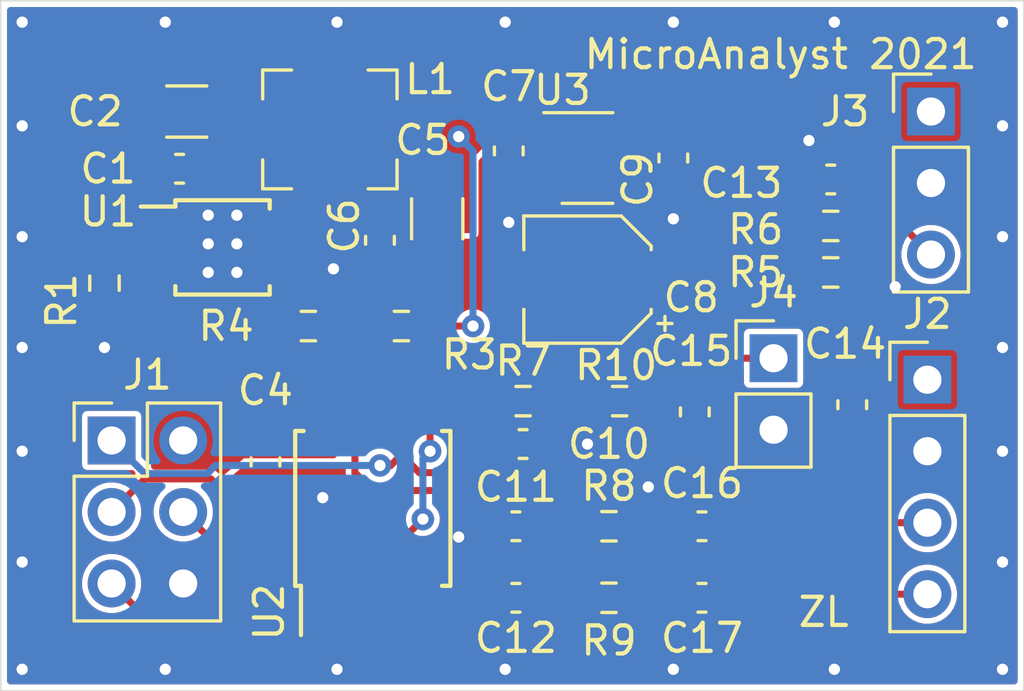
<source format=kicad_pcb>
(kicad_pcb (version 20171130) (host pcbnew "(5.1.10)-1")

  (general
    (thickness 1.6)
    (drawings 10)
    (tracks 170)
    (zones 0)
    (modules 33)
    (nets 22)
  )

  (page A4)
  (layers
    (0 F.Cu signal)
    (31 B.Cu signal)
    (32 B.Adhes user)
    (33 F.Adhes user)
    (34 B.Paste user)
    (35 F.Paste user)
    (36 B.SilkS user)
    (37 F.SilkS user)
    (38 B.Mask user)
    (39 F.Mask user)
    (40 Dwgs.User user)
    (41 Cmts.User user)
    (42 Eco1.User user)
    (43 Eco2.User user)
    (44 Edge.Cuts user)
    (45 Margin user)
    (46 B.CrtYd user)
    (47 F.CrtYd user)
    (48 B.Fab user)
    (49 F.Fab user hide)
  )

  (setup
    (last_trace_width 0.25)
    (trace_clearance 0.2)
    (zone_clearance 0.2)
    (zone_45_only no)
    (trace_min 0.2)
    (via_size 0.8)
    (via_drill 0.4)
    (via_min_size 0.4)
    (via_min_drill 0.3)
    (uvia_size 0.3)
    (uvia_drill 0.1)
    (uvias_allowed no)
    (uvia_min_size 0.2)
    (uvia_min_drill 0.1)
    (edge_width 0.05)
    (segment_width 0.2)
    (pcb_text_width 0.3)
    (pcb_text_size 1.5 1.5)
    (mod_edge_width 0.12)
    (mod_text_size 1 1)
    (mod_text_width 0.15)
    (pad_size 1.524 1.524)
    (pad_drill 0.762)
    (pad_to_mask_clearance 0)
    (aux_axis_origin 102.362 137.795)
    (visible_elements FFFFFF7F)
    (pcbplotparams
      (layerselection 0x010fc_ffffffff)
      (usegerberextensions false)
      (usegerberattributes false)
      (usegerberadvancedattributes false)
      (creategerberjobfile true)
      (gerberprecision 5)
      (excludeedgelayer true)
      (linewidth 0.100000)
      (plotframeref false)
      (viasonmask false)
      (mode 1)
      (useauxorigin true)
      (hpglpennumber 1)
      (hpglpenspeed 20)
      (hpglpendiameter 15.000000)
      (psnegative false)
      (psa4output false)
      (plotreference true)
      (plotvalue true)
      (plotinvisibletext false)
      (padsonsilk false)
      (subtractmaskfromsilk true)
      (outputformat 1)
      (mirror false)
      (drillshape 0)
      (scaleselection 1)
      (outputdirectory "E-Bike_Output/"))
  )

  (net 0 "")
  (net 1 GND)
  (net 2 VBUS)
  (net 3 +5V)
  (net 4 +10V)
  (net 5 "Net-(C10-Pad1)")
  (net 6 "Net-(C11-Pad1)")
  (net 7 "Net-(C12-Pad1)")
  (net 8 PWM_OUT)
  (net 9 TORQUE_IN)
  (net 10 CADENCE_IN)
  (net 11 "Net-(L1-Pad1)")
  (net 12 "Net-(R1-Pad1)")
  (net 13 "Net-(R3-Pad2)")
  (net 14 BUTTON_IN)
  (net 15 "Net-(U1-Pad8)")
  (net 16 "Net-(U1-Pad7)")
  (net 17 "Net-(U1-Pad4)")
  (net 18 "Net-(U2-Pad3)")
  (net 19 "Net-(U3-Pad4)")
  (net 20 "Net-(J1-Pad5)")
  (net 21 "Net-(J1-Pad1)")

  (net_class Default "This is the default net class."
    (clearance 0.2)
    (trace_width 0.25)
    (via_dia 0.8)
    (via_drill 0.4)
    (uvia_dia 0.3)
    (uvia_drill 0.1)
    (add_net +10V)
    (add_net +5V)
    (add_net BUTTON_IN)
    (add_net CADENCE_IN)
    (add_net GND)
    (add_net "Net-(C10-Pad1)")
    (add_net "Net-(C11-Pad1)")
    (add_net "Net-(C12-Pad1)")
    (add_net "Net-(J1-Pad1)")
    (add_net "Net-(J1-Pad5)")
    (add_net "Net-(L1-Pad1)")
    (add_net "Net-(R1-Pad1)")
    (add_net "Net-(R3-Pad2)")
    (add_net "Net-(U1-Pad4)")
    (add_net "Net-(U1-Pad7)")
    (add_net "Net-(U1-Pad8)")
    (add_net "Net-(U2-Pad3)")
    (add_net "Net-(U3-Pad4)")
    (add_net PWM_OUT)
    (add_net TORQUE_IN)
    (add_net VBUS)
  )

  (module Connector_PinHeader_2.54mm:PinHeader_1x02_P2.54mm_Vertical (layer F.Cu) (tedit 59FED5CC) (tstamp 60AA4543)
    (at 129.032 126.746)
    (descr "Through hole straight pin header, 1x02, 2.54mm pitch, single row")
    (tags "Through hole pin header THT 1x02 2.54mm single row")
    (path /60B78B61)
    (fp_text reference J4 (at 0 -2.33) (layer F.SilkS)
      (effects (font (size 1 1) (thickness 0.15)))
    )
    (fp_text value Conn_01x02 (at 0 4.87) (layer F.Fab)
      (effects (font (size 1 1) (thickness 0.15)))
    )
    (fp_text user %R (at 0 1.27 90) (layer F.Fab)
      (effects (font (size 1 1) (thickness 0.15)))
    )
    (fp_line (start -0.635 -1.27) (end 1.27 -1.27) (layer F.Fab) (width 0.1))
    (fp_line (start 1.27 -1.27) (end 1.27 3.81) (layer F.Fab) (width 0.1))
    (fp_line (start 1.27 3.81) (end -1.27 3.81) (layer F.Fab) (width 0.1))
    (fp_line (start -1.27 3.81) (end -1.27 -0.635) (layer F.Fab) (width 0.1))
    (fp_line (start -1.27 -0.635) (end -0.635 -1.27) (layer F.Fab) (width 0.1))
    (fp_line (start -1.33 3.87) (end 1.33 3.87) (layer F.SilkS) (width 0.12))
    (fp_line (start -1.33 1.27) (end -1.33 3.87) (layer F.SilkS) (width 0.12))
    (fp_line (start 1.33 1.27) (end 1.33 3.87) (layer F.SilkS) (width 0.12))
    (fp_line (start -1.33 1.27) (end 1.33 1.27) (layer F.SilkS) (width 0.12))
    (fp_line (start -1.33 0) (end -1.33 -1.33) (layer F.SilkS) (width 0.12))
    (fp_line (start -1.33 -1.33) (end 0 -1.33) (layer F.SilkS) (width 0.12))
    (fp_line (start -1.8 -1.8) (end -1.8 4.35) (layer F.CrtYd) (width 0.05))
    (fp_line (start -1.8 4.35) (end 1.8 4.35) (layer F.CrtYd) (width 0.05))
    (fp_line (start 1.8 4.35) (end 1.8 -1.8) (layer F.CrtYd) (width 0.05))
    (fp_line (start 1.8 -1.8) (end -1.8 -1.8) (layer F.CrtYd) (width 0.05))
    (pad 2 thru_hole oval (at 0 2.54) (size 1.7 1.7) (drill 1) (layers *.Cu *.Mask)
      (net 1 GND))
    (pad 1 thru_hole rect (at 0 0) (size 1.7 1.7) (drill 1) (layers *.Cu *.Mask)
      (net 14 BUTTON_IN))
    (model ${KISYS3DMOD}/Connector_PinHeader_2.54mm.3dshapes/PinHeader_1x02_P2.54mm_Vertical.wrl
      (at (xyz 0 0 0))
      (scale (xyz 1 1 1))
      (rotate (xyz 0 0 0))
    )
  )

  (module Connector_PinHeader_2.54mm:PinHeader_2x03_P2.54mm_Vertical (layer F.Cu) (tedit 59FED5CC) (tstamp 60AA193A)
    (at 105.537 129.667)
    (descr "Through hole straight pin header, 2x03, 2.54mm pitch, double rows")
    (tags "Through hole pin header THT 2x03 2.54mm double row")
    (path /60B44FFA)
    (fp_text reference J1 (at 1.27 -2.33) (layer F.SilkS)
      (effects (font (size 1 1) (thickness 0.15)))
    )
    (fp_text value AVR-ISP-6 (at 1.27 7.41) (layer F.Fab)
      (effects (font (size 1 1) (thickness 0.15)))
    )
    (fp_text user %R (at 1.27 2.54 90) (layer F.Fab)
      (effects (font (size 1 1) (thickness 0.15)))
    )
    (fp_line (start 0 -1.27) (end 3.81 -1.27) (layer F.Fab) (width 0.1))
    (fp_line (start 3.81 -1.27) (end 3.81 6.35) (layer F.Fab) (width 0.1))
    (fp_line (start 3.81 6.35) (end -1.27 6.35) (layer F.Fab) (width 0.1))
    (fp_line (start -1.27 6.35) (end -1.27 0) (layer F.Fab) (width 0.1))
    (fp_line (start -1.27 0) (end 0 -1.27) (layer F.Fab) (width 0.1))
    (fp_line (start -1.33 6.41) (end 3.87 6.41) (layer F.SilkS) (width 0.12))
    (fp_line (start -1.33 1.27) (end -1.33 6.41) (layer F.SilkS) (width 0.12))
    (fp_line (start 3.87 -1.33) (end 3.87 6.41) (layer F.SilkS) (width 0.12))
    (fp_line (start -1.33 1.27) (end 1.27 1.27) (layer F.SilkS) (width 0.12))
    (fp_line (start 1.27 1.27) (end 1.27 -1.33) (layer F.SilkS) (width 0.12))
    (fp_line (start 1.27 -1.33) (end 3.87 -1.33) (layer F.SilkS) (width 0.12))
    (fp_line (start -1.33 0) (end -1.33 -1.33) (layer F.SilkS) (width 0.12))
    (fp_line (start -1.33 -1.33) (end 0 -1.33) (layer F.SilkS) (width 0.12))
    (fp_line (start -1.8 -1.8) (end -1.8 6.85) (layer F.CrtYd) (width 0.05))
    (fp_line (start -1.8 6.85) (end 4.35 6.85) (layer F.CrtYd) (width 0.05))
    (fp_line (start 4.35 6.85) (end 4.35 -1.8) (layer F.CrtYd) (width 0.05))
    (fp_line (start 4.35 -1.8) (end -1.8 -1.8) (layer F.CrtYd) (width 0.05))
    (pad 6 thru_hole oval (at 2.54 5.08) (size 1.7 1.7) (drill 1) (layers *.Cu *.Mask)
      (net 1 GND))
    (pad 5 thru_hole oval (at 0 5.08) (size 1.7 1.7) (drill 1) (layers *.Cu *.Mask)
      (net 20 "Net-(J1-Pad5)"))
    (pad 4 thru_hole oval (at 2.54 2.54) (size 1.7 1.7) (drill 1) (layers *.Cu *.Mask)
      (net 5 "Net-(C10-Pad1)"))
    (pad 3 thru_hole oval (at 0 2.54) (size 1.7 1.7) (drill 1) (layers *.Cu *.Mask)
      (net 6 "Net-(C11-Pad1)"))
    (pad 2 thru_hole oval (at 2.54 0) (size 1.7 1.7) (drill 1) (layers *.Cu *.Mask)
      (net 3 +5V))
    (pad 1 thru_hole rect (at 0 0) (size 1.7 1.7) (drill 1) (layers *.Cu *.Mask)
      (net 21 "Net-(J1-Pad1)"))
    (model ${KISYS3DMOD}/Connector_PinHeader_2.54mm.3dshapes/PinHeader_2x03_P2.54mm_Vertical.wrl
      (at (xyz 0 0 0))
      (scale (xyz 1 1 1))
      (rotate (xyz 0 0 0))
    )
  )

  (module Package_TO_SOT_SMD:SOT-23-5 (layer F.Cu) (tedit 5A02FF57) (tstamp 60A9D3CC)
    (at 122.428 119.634)
    (descr "5-pin SOT23 package")
    (tags SOT-23-5)
    (path /60A95CE9)
    (attr smd)
    (fp_text reference U3 (at -0.889 -2.413) (layer F.SilkS)
      (effects (font (size 1 1) (thickness 0.15)))
    )
    (fp_text value TPS76350 (at 0 2.9) (layer F.Fab) hide
      (effects (font (size 1 1) (thickness 0.15)))
    )
    (fp_text user %R (at 0 0 90) (layer F.Fab)
      (effects (font (size 0.5 0.5) (thickness 0.075)))
    )
    (fp_line (start -0.9 1.61) (end 0.9 1.61) (layer F.SilkS) (width 0.12))
    (fp_line (start 0.9 -1.61) (end -1.55 -1.61) (layer F.SilkS) (width 0.12))
    (fp_line (start -1.9 -1.8) (end 1.9 -1.8) (layer F.CrtYd) (width 0.05))
    (fp_line (start 1.9 -1.8) (end 1.9 1.8) (layer F.CrtYd) (width 0.05))
    (fp_line (start 1.9 1.8) (end -1.9 1.8) (layer F.CrtYd) (width 0.05))
    (fp_line (start -1.9 1.8) (end -1.9 -1.8) (layer F.CrtYd) (width 0.05))
    (fp_line (start -0.9 -0.9) (end -0.25 -1.55) (layer F.Fab) (width 0.1))
    (fp_line (start 0.9 -1.55) (end -0.25 -1.55) (layer F.Fab) (width 0.1))
    (fp_line (start -0.9 -0.9) (end -0.9 1.55) (layer F.Fab) (width 0.1))
    (fp_line (start 0.9 1.55) (end -0.9 1.55) (layer F.Fab) (width 0.1))
    (fp_line (start 0.9 -1.55) (end 0.9 1.55) (layer F.Fab) (width 0.1))
    (pad 5 smd rect (at 1.1 -0.95) (size 1.06 0.65) (layers F.Cu F.Paste F.Mask)
      (net 3 +5V))
    (pad 4 smd rect (at 1.1 0.95) (size 1.06 0.65) (layers F.Cu F.Paste F.Mask)
      (net 19 "Net-(U3-Pad4)"))
    (pad 3 smd rect (at -1.1 0.95) (size 1.06 0.65) (layers F.Cu F.Paste F.Mask)
      (net 4 +10V))
    (pad 2 smd rect (at -1.1 0) (size 1.06 0.65) (layers F.Cu F.Paste F.Mask)
      (net 1 GND))
    (pad 1 smd rect (at -1.1 -0.95) (size 1.06 0.65) (layers F.Cu F.Paste F.Mask)
      (net 4 +10V))
    (model ${KISYS3DMOD}/Package_TO_SOT_SMD.3dshapes/SOT-23-5.wrl
      (at (xyz 0 0 0))
      (scale (xyz 1 1 1))
      (rotate (xyz 0 0 0))
    )
  )

  (module Package_SO:SOIJ-8_5.3x5.3mm_P1.27mm (layer F.Cu) (tedit 5A02F2D3) (tstamp 60A9C992)
    (at 114.808 132.08 90)
    (descr "8-Lead Plastic Small Outline (SM) - Medium, 5.28 mm Body [SOIC] (see Microchip Packaging Specification 00000049BS.pdf)")
    (tags "SOIC 1.27")
    (path /60AA6F3D)
    (attr smd)
    (fp_text reference U2 (at -3.683 -3.68 90) (layer F.SilkS)
      (effects (font (size 1 1) (thickness 0.15)))
    )
    (fp_text value ATtiny85-20SU (at 0 3.68 90) (layer F.Fab) hide
      (effects (font (size 1 1) (thickness 0.15)))
    )
    (fp_text user %R (at 0 0 90) (layer F.Fab)
      (effects (font (size 1 1) (thickness 0.15)))
    )
    (fp_line (start -1.65 -2.65) (end 2.65 -2.65) (layer F.Fab) (width 0.15))
    (fp_line (start 2.65 -2.65) (end 2.65 2.65) (layer F.Fab) (width 0.15))
    (fp_line (start 2.65 2.65) (end -2.65 2.65) (layer F.Fab) (width 0.15))
    (fp_line (start -2.65 2.65) (end -2.65 -1.65) (layer F.Fab) (width 0.15))
    (fp_line (start -2.65 -1.65) (end -1.65 -2.65) (layer F.Fab) (width 0.15))
    (fp_line (start -4.75 -2.95) (end -4.75 2.95) (layer F.CrtYd) (width 0.05))
    (fp_line (start 4.75 -2.95) (end 4.75 2.95) (layer F.CrtYd) (width 0.05))
    (fp_line (start -4.75 -2.95) (end 4.75 -2.95) (layer F.CrtYd) (width 0.05))
    (fp_line (start -4.75 2.95) (end 4.75 2.95) (layer F.CrtYd) (width 0.05))
    (fp_line (start -2.75 -2.755) (end -2.75 -2.55) (layer F.SilkS) (width 0.15))
    (fp_line (start 2.75 -2.755) (end 2.75 -2.455) (layer F.SilkS) (width 0.15))
    (fp_line (start 2.75 2.755) (end 2.75 2.455) (layer F.SilkS) (width 0.15))
    (fp_line (start -2.75 2.755) (end -2.75 2.455) (layer F.SilkS) (width 0.15))
    (fp_line (start -2.75 -2.755) (end 2.75 -2.755) (layer F.SilkS) (width 0.15))
    (fp_line (start -2.75 2.755) (end 2.75 2.755) (layer F.SilkS) (width 0.15))
    (fp_line (start -2.75 -2.55) (end -4.5 -2.55) (layer F.SilkS) (width 0.15))
    (pad 8 smd rect (at 3.65 -1.905 90) (size 1.7 0.65) (layers F.Cu F.Paste F.Mask)
      (net 3 +5V))
    (pad 7 smd rect (at 3.65 -0.635 90) (size 1.7 0.65) (layers F.Cu F.Paste F.Mask)
      (net 6 "Net-(C11-Pad1)"))
    (pad 6 smd rect (at 3.65 0.635 90) (size 1.7 0.65) (layers F.Cu F.Paste F.Mask)
      (net 21 "Net-(J1-Pad1)"))
    (pad 5 smd rect (at 3.65 1.905 90) (size 1.7 0.65) (layers F.Cu F.Paste F.Mask)
      (net 5 "Net-(C10-Pad1)"))
    (pad 4 smd rect (at -3.65 1.905 90) (size 1.7 0.65) (layers F.Cu F.Paste F.Mask)
      (net 1 GND))
    (pad 3 smd rect (at -3.65 0.635 90) (size 1.7 0.65) (layers F.Cu F.Paste F.Mask)
      (net 18 "Net-(U2-Pad3)"))
    (pad 2 smd rect (at -3.65 -0.635 90) (size 1.7 0.65) (layers F.Cu F.Paste F.Mask)
      (net 7 "Net-(C12-Pad1)"))
    (pad 1 smd rect (at -3.65 -1.905 90) (size 1.7 0.65) (layers F.Cu F.Paste F.Mask)
      (net 20 "Net-(J1-Pad5)"))
    (model ${KISYS3DMOD}/Package_SO.3dshapes/SOIJ-8_5.3x5.3mm_P1.27mm.wrl
      (at (xyz 0 0 0))
      (scale (xyz 1 1 1))
      (rotate (xyz 0 0 0))
    )
  )

  (module Package_SO:MSOP-10_3x3mm_P0.5mm (layer F.Cu) (tedit 5A02F25C) (tstamp 60A9C484)
    (at 109.474 122.809)
    (descr "10-Lead Plastic Micro Small Outline Package (MS) [MSOP] (see Microchip Packaging Specification 00000049BS.pdf)")
    (tags "SSOP 0.5")
    (path /60A9077E)
    (attr smd)
    (fp_text reference U1 (at -4.064 -1.27) (layer F.SilkS)
      (effects (font (size 1 1) (thickness 0.15)))
    )
    (fp_text value MAX17552AUB+ (at 0 2.6) (layer F.Fab) hide
      (effects (font (size 1 1) (thickness 0.15)))
    )
    (fp_text user %R (at 0 0) (layer F.Fab)
      (effects (font (size 0.6 0.6) (thickness 0.15)))
    )
    (fp_line (start -0.5 -1.5) (end 1.5 -1.5) (layer F.Fab) (width 0.15))
    (fp_line (start 1.5 -1.5) (end 1.5 1.5) (layer F.Fab) (width 0.15))
    (fp_line (start 1.5 1.5) (end -1.5 1.5) (layer F.Fab) (width 0.15))
    (fp_line (start -1.5 1.5) (end -1.5 -0.5) (layer F.Fab) (width 0.15))
    (fp_line (start -1.5 -0.5) (end -0.5 -1.5) (layer F.Fab) (width 0.15))
    (fp_line (start -3.15 -1.85) (end -3.15 1.85) (layer F.CrtYd) (width 0.05))
    (fp_line (start 3.15 -1.85) (end 3.15 1.85) (layer F.CrtYd) (width 0.05))
    (fp_line (start -3.15 -1.85) (end 3.15 -1.85) (layer F.CrtYd) (width 0.05))
    (fp_line (start -3.15 1.85) (end 3.15 1.85) (layer F.CrtYd) (width 0.05))
    (fp_line (start -1.675 -1.675) (end -1.675 -1.45) (layer F.SilkS) (width 0.15))
    (fp_line (start 1.675 -1.675) (end 1.675 -1.375) (layer F.SilkS) (width 0.15))
    (fp_line (start 1.675 1.675) (end 1.675 1.375) (layer F.SilkS) (width 0.15))
    (fp_line (start -1.675 1.675) (end -1.675 1.375) (layer F.SilkS) (width 0.15))
    (fp_line (start -1.675 -1.675) (end 1.675 -1.675) (layer F.SilkS) (width 0.15))
    (fp_line (start -1.675 1.675) (end 1.675 1.675) (layer F.SilkS) (width 0.15))
    (fp_line (start -1.675 -1.45) (end -2.9 -1.45) (layer F.SilkS) (width 0.15))
    (pad 10 smd rect (at 2.2 -1) (size 1.4 0.3) (layers F.Cu F.Paste F.Mask)
      (net 11 "Net-(L1-Pad1)"))
    (pad 9 smd rect (at 2.2 -0.5) (size 1.4 0.3) (layers F.Cu F.Paste F.Mask)
      (net 1 GND))
    (pad 8 smd rect (at 2.2 0) (size 1.4 0.3) (layers F.Cu F.Paste F.Mask)
      (net 15 "Net-(U1-Pad8)"))
    (pad 7 smd rect (at 2.2 0.5) (size 1.4 0.3) (layers F.Cu F.Paste F.Mask)
      (net 16 "Net-(U1-Pad7)"))
    (pad 6 smd rect (at 2.2 1) (size 1.4 0.3) (layers F.Cu F.Paste F.Mask)
      (net 1 GND))
    (pad 5 smd rect (at -2.2 1) (size 1.4 0.3) (layers F.Cu F.Paste F.Mask)
      (net 13 "Net-(R3-Pad2)"))
    (pad 4 smd rect (at -2.2 0.5) (size 1.4 0.3) (layers F.Cu F.Paste F.Mask)
      (net 17 "Net-(U1-Pad4)"))
    (pad 3 smd rect (at -2.2 0) (size 1.4 0.3) (layers F.Cu F.Paste F.Mask)
      (net 12 "Net-(R1-Pad1)"))
    (pad 2 smd rect (at -2.2 -0.5) (size 1.4 0.3) (layers F.Cu F.Paste F.Mask)
      (net 2 VBUS))
    (pad 1 smd rect (at -2.2 -1) (size 1.4 0.3) (layers F.Cu F.Paste F.Mask)
      (net 2 VBUS))
    (model ${KISYS3DMOD}/Package_SO.3dshapes/MSOP-10_3x3mm_P0.5mm.wrl
      (at (xyz 0 0 0))
      (scale (xyz 1 1 1))
      (rotate (xyz 0 0 0))
    )
  )

  (module Resistor_SMD:R_0603_1608Metric_Pad0.98x0.95mm_HandSolder (layer F.Cu) (tedit 5F68FEEE) (tstamp 60AA446C)
    (at 123.571 128.27 180)
    (descr "Resistor SMD 0603 (1608 Metric), square (rectangular) end terminal, IPC_7351 nominal with elongated pad for handsoldering. (Body size source: IPC-SM-782 page 72, https://www.pcb-3d.com/wordpress/wp-content/uploads/ipc-sm-782a_amendment_1_and_2.pdf), generated with kicad-footprint-generator")
    (tags "resistor handsolder")
    (path /60AC07B5)
    (attr smd)
    (fp_text reference R10 (at 0.127 1.27) (layer F.SilkS)
      (effects (font (size 1 1) (thickness 0.15)))
    )
    (fp_text value 10k (at 0 1.43) (layer F.Fab)
      (effects (font (size 1 1) (thickness 0.15)))
    )
    (fp_text user %R (at 0 0) (layer F.Fab)
      (effects (font (size 0.4 0.4) (thickness 0.06)))
    )
    (fp_line (start -0.8 0.4125) (end -0.8 -0.4125) (layer F.Fab) (width 0.1))
    (fp_line (start -0.8 -0.4125) (end 0.8 -0.4125) (layer F.Fab) (width 0.1))
    (fp_line (start 0.8 -0.4125) (end 0.8 0.4125) (layer F.Fab) (width 0.1))
    (fp_line (start 0.8 0.4125) (end -0.8 0.4125) (layer F.Fab) (width 0.1))
    (fp_line (start -0.254724 -0.5225) (end 0.254724 -0.5225) (layer F.SilkS) (width 0.12))
    (fp_line (start -0.254724 0.5225) (end 0.254724 0.5225) (layer F.SilkS) (width 0.12))
    (fp_line (start -1.65 0.73) (end -1.65 -0.73) (layer F.CrtYd) (width 0.05))
    (fp_line (start -1.65 -0.73) (end 1.65 -0.73) (layer F.CrtYd) (width 0.05))
    (fp_line (start 1.65 -0.73) (end 1.65 0.73) (layer F.CrtYd) (width 0.05))
    (fp_line (start 1.65 0.73) (end -1.65 0.73) (layer F.CrtYd) (width 0.05))
    (pad 2 smd roundrect (at 0.9125 0 180) (size 0.975 0.95) (layers F.Cu F.Paste F.Mask) (roundrect_rratio 0.25)
      (net 14 BUTTON_IN))
    (pad 1 smd roundrect (at -0.9125 0 180) (size 0.975 0.95) (layers F.Cu F.Paste F.Mask) (roundrect_rratio 0.25)
      (net 3 +5V))
    (model ${KISYS3DMOD}/Resistor_SMD.3dshapes/R_0603_1608Metric.wrl
      (at (xyz 0 0 0))
      (scale (xyz 1 1 1))
      (rotate (xyz 0 0 0))
    )
  )

  (module Resistor_SMD:R_0603_1608Metric_Pad0.98x0.95mm_HandSolder (layer F.Cu) (tedit 5F68FEEE) (tstamp 60A9BC24)
    (at 123.19 135.255)
    (descr "Resistor SMD 0603 (1608 Metric), square (rectangular) end terminal, IPC_7351 nominal with elongated pad for handsoldering. (Body size source: IPC-SM-782 page 72, https://www.pcb-3d.com/wordpress/wp-content/uploads/ipc-sm-782a_amendment_1_and_2.pdf), generated with kicad-footprint-generator")
    (tags "resistor handsolder")
    (path /60AC3559)
    (attr smd)
    (fp_text reference R9 (at 0 1.524) (layer F.SilkS)
      (effects (font (size 1 1) (thickness 0.15)))
    )
    (fp_text value 10k (at 0 1.43) (layer F.Fab)
      (effects (font (size 1 1) (thickness 0.15)))
    )
    (fp_text user %R (at 0 0) (layer F.Fab)
      (effects (font (size 0.4 0.4) (thickness 0.06)))
    )
    (fp_line (start -0.8 0.4125) (end -0.8 -0.4125) (layer F.Fab) (width 0.1))
    (fp_line (start -0.8 -0.4125) (end 0.8 -0.4125) (layer F.Fab) (width 0.1))
    (fp_line (start 0.8 -0.4125) (end 0.8 0.4125) (layer F.Fab) (width 0.1))
    (fp_line (start 0.8 0.4125) (end -0.8 0.4125) (layer F.Fab) (width 0.1))
    (fp_line (start -0.254724 -0.5225) (end 0.254724 -0.5225) (layer F.SilkS) (width 0.12))
    (fp_line (start -0.254724 0.5225) (end 0.254724 0.5225) (layer F.SilkS) (width 0.12))
    (fp_line (start -1.65 0.73) (end -1.65 -0.73) (layer F.CrtYd) (width 0.05))
    (fp_line (start -1.65 -0.73) (end 1.65 -0.73) (layer F.CrtYd) (width 0.05))
    (fp_line (start 1.65 -0.73) (end 1.65 0.73) (layer F.CrtYd) (width 0.05))
    (fp_line (start 1.65 0.73) (end -1.65 0.73) (layer F.CrtYd) (width 0.05))
    (pad 2 smd roundrect (at 0.9125 0) (size 0.975 0.95) (layers F.Cu F.Paste F.Mask) (roundrect_rratio 0.25)
      (net 9 TORQUE_IN))
    (pad 1 smd roundrect (at -0.9125 0) (size 0.975 0.95) (layers F.Cu F.Paste F.Mask) (roundrect_rratio 0.25)
      (net 7 "Net-(C12-Pad1)"))
    (model ${KISYS3DMOD}/Resistor_SMD.3dshapes/R_0603_1608Metric.wrl
      (at (xyz 0 0 0))
      (scale (xyz 1 1 1))
      (rotate (xyz 0 0 0))
    )
  )

  (module Resistor_SMD:R_0603_1608Metric_Pad0.98x0.95mm_HandSolder (layer F.Cu) (tedit 5F68FEEE) (tstamp 60A9BC13)
    (at 123.19 132.715)
    (descr "Resistor SMD 0603 (1608 Metric), square (rectangular) end terminal, IPC_7351 nominal with elongated pad for handsoldering. (Body size source: IPC-SM-782 page 72, https://www.pcb-3d.com/wordpress/wp-content/uploads/ipc-sm-782a_amendment_1_and_2.pdf), generated with kicad-footprint-generator")
    (tags "resistor handsolder")
    (path /60AC311E)
    (attr smd)
    (fp_text reference R8 (at 0 -1.43) (layer F.SilkS)
      (effects (font (size 1 1) (thickness 0.15)))
    )
    (fp_text value 10k (at 0 1.43) (layer F.Fab)
      (effects (font (size 1 1) (thickness 0.15)))
    )
    (fp_text user %R (at 0 0) (layer F.Fab)
      (effects (font (size 0.4 0.4) (thickness 0.06)))
    )
    (fp_line (start -0.8 0.4125) (end -0.8 -0.4125) (layer F.Fab) (width 0.1))
    (fp_line (start -0.8 -0.4125) (end 0.8 -0.4125) (layer F.Fab) (width 0.1))
    (fp_line (start 0.8 -0.4125) (end 0.8 0.4125) (layer F.Fab) (width 0.1))
    (fp_line (start 0.8 0.4125) (end -0.8 0.4125) (layer F.Fab) (width 0.1))
    (fp_line (start -0.254724 -0.5225) (end 0.254724 -0.5225) (layer F.SilkS) (width 0.12))
    (fp_line (start -0.254724 0.5225) (end 0.254724 0.5225) (layer F.SilkS) (width 0.12))
    (fp_line (start -1.65 0.73) (end -1.65 -0.73) (layer F.CrtYd) (width 0.05))
    (fp_line (start -1.65 -0.73) (end 1.65 -0.73) (layer F.CrtYd) (width 0.05))
    (fp_line (start 1.65 -0.73) (end 1.65 0.73) (layer F.CrtYd) (width 0.05))
    (fp_line (start 1.65 0.73) (end -1.65 0.73) (layer F.CrtYd) (width 0.05))
    (pad 2 smd roundrect (at 0.9125 0) (size 0.975 0.95) (layers F.Cu F.Paste F.Mask) (roundrect_rratio 0.25)
      (net 10 CADENCE_IN))
    (pad 1 smd roundrect (at -0.9125 0) (size 0.975 0.95) (layers F.Cu F.Paste F.Mask) (roundrect_rratio 0.25)
      (net 6 "Net-(C11-Pad1)"))
    (model ${KISYS3DMOD}/Resistor_SMD.3dshapes/R_0603_1608Metric.wrl
      (at (xyz 0 0 0))
      (scale (xyz 1 1 1))
      (rotate (xyz 0 0 0))
    )
  )

  (module Resistor_SMD:R_0603_1608Metric_Pad0.98x0.95mm_HandSolder (layer F.Cu) (tedit 5F68FEEE) (tstamp 60AA449C)
    (at 120.142 128.27)
    (descr "Resistor SMD 0603 (1608 Metric), square (rectangular) end terminal, IPC_7351 nominal with elongated pad for handsoldering. (Body size source: IPC-SM-782 page 72, https://www.pcb-3d.com/wordpress/wp-content/uploads/ipc-sm-782a_amendment_1_and_2.pdf), generated with kicad-footprint-generator")
    (tags "resistor handsolder")
    (path /60AB447D)
    (attr smd)
    (fp_text reference R7 (at 0 -1.43) (layer F.SilkS)
      (effects (font (size 1 1) (thickness 0.15)))
    )
    (fp_text value 10k (at 0 1.43) (layer F.Fab)
      (effects (font (size 1 1) (thickness 0.15)))
    )
    (fp_text user %R (at 0 0) (layer F.Fab)
      (effects (font (size 0.4 0.4) (thickness 0.06)))
    )
    (fp_line (start -0.8 0.4125) (end -0.8 -0.4125) (layer F.Fab) (width 0.1))
    (fp_line (start -0.8 -0.4125) (end 0.8 -0.4125) (layer F.Fab) (width 0.1))
    (fp_line (start 0.8 -0.4125) (end 0.8 0.4125) (layer F.Fab) (width 0.1))
    (fp_line (start 0.8 0.4125) (end -0.8 0.4125) (layer F.Fab) (width 0.1))
    (fp_line (start -0.254724 -0.5225) (end 0.254724 -0.5225) (layer F.SilkS) (width 0.12))
    (fp_line (start -0.254724 0.5225) (end 0.254724 0.5225) (layer F.SilkS) (width 0.12))
    (fp_line (start -1.65 0.73) (end -1.65 -0.73) (layer F.CrtYd) (width 0.05))
    (fp_line (start -1.65 -0.73) (end 1.65 -0.73) (layer F.CrtYd) (width 0.05))
    (fp_line (start 1.65 -0.73) (end 1.65 0.73) (layer F.CrtYd) (width 0.05))
    (fp_line (start 1.65 0.73) (end -1.65 0.73) (layer F.CrtYd) (width 0.05))
    (pad 2 smd roundrect (at 0.9125 0) (size 0.975 0.95) (layers F.Cu F.Paste F.Mask) (roundrect_rratio 0.25)
      (net 14 BUTTON_IN))
    (pad 1 smd roundrect (at -0.9125 0) (size 0.975 0.95) (layers F.Cu F.Paste F.Mask) (roundrect_rratio 0.25)
      (net 5 "Net-(C10-Pad1)"))
    (model ${KISYS3DMOD}/Resistor_SMD.3dshapes/R_0603_1608Metric.wrl
      (at (xyz 0 0 0))
      (scale (xyz 1 1 1))
      (rotate (xyz 0 0 0))
    )
  )

  (module Resistor_SMD:R_0603_1608Metric_Pad0.98x0.95mm_HandSolder (layer F.Cu) (tedit 5F68FEEE) (tstamp 60AA3D51)
    (at 131.064 122.047)
    (descr "Resistor SMD 0603 (1608 Metric), square (rectangular) end terminal, IPC_7351 nominal with elongated pad for handsoldering. (Body size source: IPC-SM-782 page 72, https://www.pcb-3d.com/wordpress/wp-content/uploads/ipc-sm-782a_amendment_1_and_2.pdf), generated with kicad-footprint-generator")
    (tags "resistor handsolder")
    (path /60AC391B)
    (attr smd)
    (fp_text reference R6 (at -2.667 0.127) (layer F.SilkS)
      (effects (font (size 1 1) (thickness 0.15)))
    )
    (fp_text value 10k (at 0 1.43) (layer F.Fab)
      (effects (font (size 1 1) (thickness 0.15)))
    )
    (fp_text user %R (at 0 0) (layer F.Fab)
      (effects (font (size 0.4 0.4) (thickness 0.06)))
    )
    (fp_line (start -0.8 0.4125) (end -0.8 -0.4125) (layer F.Fab) (width 0.1))
    (fp_line (start -0.8 -0.4125) (end 0.8 -0.4125) (layer F.Fab) (width 0.1))
    (fp_line (start 0.8 -0.4125) (end 0.8 0.4125) (layer F.Fab) (width 0.1))
    (fp_line (start 0.8 0.4125) (end -0.8 0.4125) (layer F.Fab) (width 0.1))
    (fp_line (start -0.254724 -0.5225) (end 0.254724 -0.5225) (layer F.SilkS) (width 0.12))
    (fp_line (start -0.254724 0.5225) (end 0.254724 0.5225) (layer F.SilkS) (width 0.12))
    (fp_line (start -1.65 0.73) (end -1.65 -0.73) (layer F.CrtYd) (width 0.05))
    (fp_line (start -1.65 -0.73) (end 1.65 -0.73) (layer F.CrtYd) (width 0.05))
    (fp_line (start 1.65 -0.73) (end 1.65 0.73) (layer F.CrtYd) (width 0.05))
    (fp_line (start 1.65 0.73) (end -1.65 0.73) (layer F.CrtYd) (width 0.05))
    (pad 2 smd roundrect (at 0.9125 0) (size 0.975 0.95) (layers F.Cu F.Paste F.Mask) (roundrect_rratio 0.25)
      (net 8 PWM_OUT))
    (pad 1 smd roundrect (at -0.9125 0) (size 0.975 0.95) (layers F.Cu F.Paste F.Mask) (roundrect_rratio 0.25)
      (net 21 "Net-(J1-Pad1)"))
    (model ${KISYS3DMOD}/Resistor_SMD.3dshapes/R_0603_1608Metric.wrl
      (at (xyz 0 0 0))
      (scale (xyz 1 1 1))
      (rotate (xyz 0 0 0))
    )
  )

  (module Resistor_SMD:R_0603_1608Metric_Pad0.98x0.95mm_HandSolder (layer F.Cu) (tedit 5F68FEEE) (tstamp 60AA3D81)
    (at 131.064 123.698)
    (descr "Resistor SMD 0603 (1608 Metric), square (rectangular) end terminal, IPC_7351 nominal with elongated pad for handsoldering. (Body size source: IPC-SM-782 page 72, https://www.pcb-3d.com/wordpress/wp-content/uploads/ipc-sm-782a_amendment_1_and_2.pdf), generated with kicad-footprint-generator")
    (tags "resistor handsolder")
    (path /60AC3CB4)
    (attr smd)
    (fp_text reference R5 (at -2.667 0) (layer F.SilkS)
      (effects (font (size 1 1) (thickness 0.15)))
    )
    (fp_text value 10k (at 0 1.43) (layer F.Fab)
      (effects (font (size 1 1) (thickness 0.15)))
    )
    (fp_text user %R (at 0 0) (layer F.Fab)
      (effects (font (size 0.4 0.4) (thickness 0.06)))
    )
    (fp_line (start -0.8 0.4125) (end -0.8 -0.4125) (layer F.Fab) (width 0.1))
    (fp_line (start -0.8 -0.4125) (end 0.8 -0.4125) (layer F.Fab) (width 0.1))
    (fp_line (start 0.8 -0.4125) (end 0.8 0.4125) (layer F.Fab) (width 0.1))
    (fp_line (start 0.8 0.4125) (end -0.8 0.4125) (layer F.Fab) (width 0.1))
    (fp_line (start -0.254724 -0.5225) (end 0.254724 -0.5225) (layer F.SilkS) (width 0.12))
    (fp_line (start -0.254724 0.5225) (end 0.254724 0.5225) (layer F.SilkS) (width 0.12))
    (fp_line (start -1.65 0.73) (end -1.65 -0.73) (layer F.CrtYd) (width 0.05))
    (fp_line (start -1.65 -0.73) (end 1.65 -0.73) (layer F.CrtYd) (width 0.05))
    (fp_line (start 1.65 -0.73) (end 1.65 0.73) (layer F.CrtYd) (width 0.05))
    (fp_line (start 1.65 0.73) (end -1.65 0.73) (layer F.CrtYd) (width 0.05))
    (pad 2 smd roundrect (at 0.9125 0) (size 0.975 0.95) (layers F.Cu F.Paste F.Mask) (roundrect_rratio 0.25)
      (net 1 GND))
    (pad 1 smd roundrect (at -0.9125 0) (size 0.975 0.95) (layers F.Cu F.Paste F.Mask) (roundrect_rratio 0.25)
      (net 21 "Net-(J1-Pad1)"))
    (model ${KISYS3DMOD}/Resistor_SMD.3dshapes/R_0603_1608Metric.wrl
      (at (xyz 0 0 0))
      (scale (xyz 1 1 1))
      (rotate (xyz 0 0 0))
    )
  )

  (module Resistor_SMD:R_0603_1608Metric_Pad0.98x0.95mm_HandSolder (layer F.Cu) (tedit 5F68FEEE) (tstamp 60A9BBCF)
    (at 112.522 125.603 180)
    (descr "Resistor SMD 0603 (1608 Metric), square (rectangular) end terminal, IPC_7351 nominal with elongated pad for handsoldering. (Body size source: IPC-SM-782 page 72, https://www.pcb-3d.com/wordpress/wp-content/uploads/ipc-sm-782a_amendment_1_and_2.pdf), generated with kicad-footprint-generator")
    (tags "resistor handsolder")
    (path /60A92950)
    (attr smd)
    (fp_text reference R4 (at 2.921 0) (layer F.SilkS)
      (effects (font (size 1 1) (thickness 0.15)))
    )
    (fp_text value R (at 0 1.43) (layer F.Fab)
      (effects (font (size 1 1) (thickness 0.15)))
    )
    (fp_text user %R (at 0 0) (layer F.Fab)
      (effects (font (size 0.4 0.4) (thickness 0.06)))
    )
    (fp_line (start -0.8 0.4125) (end -0.8 -0.4125) (layer F.Fab) (width 0.1))
    (fp_line (start -0.8 -0.4125) (end 0.8 -0.4125) (layer F.Fab) (width 0.1))
    (fp_line (start 0.8 -0.4125) (end 0.8 0.4125) (layer F.Fab) (width 0.1))
    (fp_line (start 0.8 0.4125) (end -0.8 0.4125) (layer F.Fab) (width 0.1))
    (fp_line (start -0.254724 -0.5225) (end 0.254724 -0.5225) (layer F.SilkS) (width 0.12))
    (fp_line (start -0.254724 0.5225) (end 0.254724 0.5225) (layer F.SilkS) (width 0.12))
    (fp_line (start -1.65 0.73) (end -1.65 -0.73) (layer F.CrtYd) (width 0.05))
    (fp_line (start -1.65 -0.73) (end 1.65 -0.73) (layer F.CrtYd) (width 0.05))
    (fp_line (start 1.65 -0.73) (end 1.65 0.73) (layer F.CrtYd) (width 0.05))
    (fp_line (start 1.65 0.73) (end -1.65 0.73) (layer F.CrtYd) (width 0.05))
    (pad 2 smd roundrect (at 0.9125 0 180) (size 0.975 0.95) (layers F.Cu F.Paste F.Mask) (roundrect_rratio 0.25)
      (net 1 GND))
    (pad 1 smd roundrect (at -0.9125 0 180) (size 0.975 0.95) (layers F.Cu F.Paste F.Mask) (roundrect_rratio 0.25)
      (net 13 "Net-(R3-Pad2)"))
    (model ${KISYS3DMOD}/Resistor_SMD.3dshapes/R_0603_1608Metric.wrl
      (at (xyz 0 0 0))
      (scale (xyz 1 1 1))
      (rotate (xyz 0 0 0))
    )
  )

  (module Resistor_SMD:R_0603_1608Metric_Pad0.98x0.95mm_HandSolder (layer F.Cu) (tedit 5F68FEEE) (tstamp 60A9BBBE)
    (at 115.824 125.603 180)
    (descr "Resistor SMD 0603 (1608 Metric), square (rectangular) end terminal, IPC_7351 nominal with elongated pad for handsoldering. (Body size source: IPC-SM-782 page 72, https://www.pcb-3d.com/wordpress/wp-content/uploads/ipc-sm-782a_amendment_1_and_2.pdf), generated with kicad-footprint-generator")
    (tags "resistor handsolder")
    (path /60A92485)
    (attr smd)
    (fp_text reference R3 (at -2.413 -1.016 180) (layer F.SilkS)
      (effects (font (size 1 1) (thickness 0.15)))
    )
    (fp_text value R (at 0 1.43) (layer F.Fab)
      (effects (font (size 1 1) (thickness 0.15)))
    )
    (fp_text user %R (at 0 0) (layer F.Fab)
      (effects (font (size 0.4 0.4) (thickness 0.06)))
    )
    (fp_line (start -0.8 0.4125) (end -0.8 -0.4125) (layer F.Fab) (width 0.1))
    (fp_line (start -0.8 -0.4125) (end 0.8 -0.4125) (layer F.Fab) (width 0.1))
    (fp_line (start 0.8 -0.4125) (end 0.8 0.4125) (layer F.Fab) (width 0.1))
    (fp_line (start 0.8 0.4125) (end -0.8 0.4125) (layer F.Fab) (width 0.1))
    (fp_line (start -0.254724 -0.5225) (end 0.254724 -0.5225) (layer F.SilkS) (width 0.12))
    (fp_line (start -0.254724 0.5225) (end 0.254724 0.5225) (layer F.SilkS) (width 0.12))
    (fp_line (start -1.65 0.73) (end -1.65 -0.73) (layer F.CrtYd) (width 0.05))
    (fp_line (start -1.65 -0.73) (end 1.65 -0.73) (layer F.CrtYd) (width 0.05))
    (fp_line (start 1.65 -0.73) (end 1.65 0.73) (layer F.CrtYd) (width 0.05))
    (fp_line (start 1.65 0.73) (end -1.65 0.73) (layer F.CrtYd) (width 0.05))
    (pad 2 smd roundrect (at 0.9125 0 180) (size 0.975 0.95) (layers F.Cu F.Paste F.Mask) (roundrect_rratio 0.25)
      (net 13 "Net-(R3-Pad2)"))
    (pad 1 smd roundrect (at -0.9125 0 180) (size 0.975 0.95) (layers F.Cu F.Paste F.Mask) (roundrect_rratio 0.25)
      (net 4 +10V))
    (model ${KISYS3DMOD}/Resistor_SMD.3dshapes/R_0603_1608Metric.wrl
      (at (xyz 0 0 0))
      (scale (xyz 1 1 1))
      (rotate (xyz 0 0 0))
    )
  )

  (module Resistor_SMD:R_0603_1608Metric_Pad0.98x0.95mm_HandSolder (layer F.Cu) (tedit 5F68FEEE) (tstamp 60A9BB9C)
    (at 105.283 124.079 270)
    (descr "Resistor SMD 0603 (1608 Metric), square (rectangular) end terminal, IPC_7351 nominal with elongated pad for handsoldering. (Body size source: IPC-SM-782 page 72, https://www.pcb-3d.com/wordpress/wp-content/uploads/ipc-sm-782a_amendment_1_and_2.pdf), generated with kicad-footprint-generator")
    (tags "resistor handsolder")
    (path /60AB82B3)
    (attr smd)
    (fp_text reference R1 (at 0.635 1.524 90) (layer F.SilkS)
      (effects (font (size 1 1) (thickness 0.15)))
    )
    (fp_text value 69.8k (at 0 1.43 90) (layer F.Fab)
      (effects (font (size 1 1) (thickness 0.15)))
    )
    (fp_text user %R (at 0 0 90) (layer F.Fab)
      (effects (font (size 0.4 0.4) (thickness 0.06)))
    )
    (fp_line (start -0.8 0.4125) (end -0.8 -0.4125) (layer F.Fab) (width 0.1))
    (fp_line (start -0.8 -0.4125) (end 0.8 -0.4125) (layer F.Fab) (width 0.1))
    (fp_line (start 0.8 -0.4125) (end 0.8 0.4125) (layer F.Fab) (width 0.1))
    (fp_line (start 0.8 0.4125) (end -0.8 0.4125) (layer F.Fab) (width 0.1))
    (fp_line (start -0.254724 -0.5225) (end 0.254724 -0.5225) (layer F.SilkS) (width 0.12))
    (fp_line (start -0.254724 0.5225) (end 0.254724 0.5225) (layer F.SilkS) (width 0.12))
    (fp_line (start -1.65 0.73) (end -1.65 -0.73) (layer F.CrtYd) (width 0.05))
    (fp_line (start -1.65 -0.73) (end 1.65 -0.73) (layer F.CrtYd) (width 0.05))
    (fp_line (start 1.65 -0.73) (end 1.65 0.73) (layer F.CrtYd) (width 0.05))
    (fp_line (start 1.65 0.73) (end -1.65 0.73) (layer F.CrtYd) (width 0.05))
    (pad 2 smd roundrect (at 0.9125 0 270) (size 0.975 0.95) (layers F.Cu F.Paste F.Mask) (roundrect_rratio 0.25)
      (net 1 GND))
    (pad 1 smd roundrect (at -0.9125 0 270) (size 0.975 0.95) (layers F.Cu F.Paste F.Mask) (roundrect_rratio 0.25)
      (net 12 "Net-(R1-Pad1)"))
    (model ${KISYS3DMOD}/Resistor_SMD.3dshapes/R_0603_1608Metric.wrl
      (at (xyz 0 0 0))
      (scale (xyz 1 1 1))
      (rotate (xyz 0 0 0))
    )
  )

  (module Inductor_SMD:L_Bourns-SRN4018 (layer F.Cu) (tedit 5B471911) (tstamp 60A9C5FF)
    (at 113.284 118.618)
    (descr "Bourns SRN4018 series SMD inductor, https://www.bourns.com/docs/Product-Datasheets/SRN4018.pdf")
    (tags "Bourns SRN4018 SMD inductor")
    (path /60A90D43)
    (attr smd)
    (fp_text reference L1 (at 3.556 -1.778 180) (layer F.SilkS)
      (effects (font (size 1 1) (thickness 0.15)))
    )
    (fp_text value 150u (at 0 -3.1) (layer F.Fab)
      (effects (font (size 1 1) (thickness 0.15)))
    )
    (fp_text user %R (at 0 0) (layer F.Fab)
      (effects (font (size 1 1) (thickness 0.15)))
    )
    (fp_line (start 2 2) (end -2 2) (layer F.Fab) (width 0.1))
    (fp_line (start -2 -2) (end 2 -2) (layer F.Fab) (width 0.1))
    (fp_line (start -2.385 -2.11) (end -2.385 -1.085) (layer F.SilkS) (width 0.12))
    (fp_line (start -2.385 -2.11) (end -1.36 -2.11) (layer F.SilkS) (width 0.12))
    (fp_line (start -2 -2) (end -2 2) (layer F.Fab) (width 0.1))
    (fp_line (start 2 -2) (end 2 2) (layer F.Fab) (width 0.1))
    (fp_line (start 2.385 -2.11) (end 1.36 -2.11) (layer F.SilkS) (width 0.12))
    (fp_line (start 2.385 -2.11) (end 2.385 -1.085) (layer F.SilkS) (width 0.12))
    (fp_line (start 2.385 2.11) (end 2.385 1.085) (layer F.SilkS) (width 0.12))
    (fp_line (start -2.385 2.11) (end -2.385 1.085) (layer F.SilkS) (width 0.12))
    (fp_line (start 2.385 2.11) (end 1.36 2.11) (layer F.SilkS) (width 0.12))
    (fp_line (start -2.385 2.11) (end -1.36 2.11) (layer F.SilkS) (width 0.12))
    (fp_line (start -2.53 -2.25) (end 2.53 -2.25) (layer F.CrtYd) (width 0.05))
    (fp_line (start 2.53 -2.25) (end 2.53 2.25) (layer F.CrtYd) (width 0.05))
    (fp_line (start -2.53 2.25) (end 2.53 2.25) (layer F.CrtYd) (width 0.05))
    (fp_line (start -2.53 -2.25) (end -2.53 2.25) (layer F.CrtYd) (width 0.05))
    (pad 2 smd rect (at 1.525 0) (size 1.5 3.6) (layers F.Cu F.Paste F.Mask)
      (net 4 +10V))
    (pad 1 smd rect (at -1.525 0) (size 1.5 3.6) (layers F.Cu F.Paste F.Mask)
      (net 11 "Net-(L1-Pad1)"))
    (model ${KISYS3DMOD}/Inductor_SMD.3dshapes/L_Bourns-SRN4018.wrl
      (at (xyz 0 0 0))
      (scale (xyz 1 1 1))
      (rotate (xyz 0 0 0))
    )
  )

  (module Connector_PinHeader_2.54mm:PinHeader_1x03_P2.54mm_Vertical (layer F.Cu) (tedit 59FED5CC) (tstamp 60A9BB74)
    (at 134.62 117.983)
    (descr "Through hole straight pin header, 1x03, 2.54mm pitch, single row")
    (tags "Through hole pin header THT 1x03 2.54mm single row")
    (path /60AE020F)
    (fp_text reference J3 (at -3.048 0) (layer F.SilkS)
      (effects (font (size 1 1) (thickness 0.15)))
    )
    (fp_text value Conn_01x03 (at 0 7.41) (layer F.Fab)
      (effects (font (size 1 1) (thickness 0.15)))
    )
    (fp_text user %R (at 0 2.54 90) (layer F.Fab)
      (effects (font (size 1 1) (thickness 0.15)))
    )
    (fp_line (start -0.635 -1.27) (end 1.27 -1.27) (layer F.Fab) (width 0.1))
    (fp_line (start 1.27 -1.27) (end 1.27 6.35) (layer F.Fab) (width 0.1))
    (fp_line (start 1.27 6.35) (end -1.27 6.35) (layer F.Fab) (width 0.1))
    (fp_line (start -1.27 6.35) (end -1.27 -0.635) (layer F.Fab) (width 0.1))
    (fp_line (start -1.27 -0.635) (end -0.635 -1.27) (layer F.Fab) (width 0.1))
    (fp_line (start -1.33 6.41) (end 1.33 6.41) (layer F.SilkS) (width 0.12))
    (fp_line (start -1.33 1.27) (end -1.33 6.41) (layer F.SilkS) (width 0.12))
    (fp_line (start 1.33 1.27) (end 1.33 6.41) (layer F.SilkS) (width 0.12))
    (fp_line (start -1.33 1.27) (end 1.33 1.27) (layer F.SilkS) (width 0.12))
    (fp_line (start -1.33 0) (end -1.33 -1.33) (layer F.SilkS) (width 0.12))
    (fp_line (start -1.33 -1.33) (end 0 -1.33) (layer F.SilkS) (width 0.12))
    (fp_line (start -1.8 -1.8) (end -1.8 6.85) (layer F.CrtYd) (width 0.05))
    (fp_line (start -1.8 6.85) (end 1.8 6.85) (layer F.CrtYd) (width 0.05))
    (fp_line (start 1.8 6.85) (end 1.8 -1.8) (layer F.CrtYd) (width 0.05))
    (fp_line (start 1.8 -1.8) (end -1.8 -1.8) (layer F.CrtYd) (width 0.05))
    (pad 3 thru_hole oval (at 0 5.08) (size 1.7 1.7) (drill 1) (layers *.Cu *.Mask)
      (net 8 PWM_OUT))
    (pad 2 thru_hole oval (at 0 2.54) (size 1.7 1.7) (drill 1) (layers *.Cu *.Mask)
      (net 1 GND))
    (pad 1 thru_hole rect (at 0 0) (size 1.7 1.7) (drill 1) (layers *.Cu *.Mask)
      (net 2 VBUS))
    (model ${KISYS3DMOD}/Connector_PinHeader_2.54mm.3dshapes/PinHeader_1x03_P2.54mm_Vertical.wrl
      (at (xyz 0 0 0))
      (scale (xyz 1 1 1))
      (rotate (xyz 0 0 0))
    )
  )

  (module Connector_PinHeader_2.54mm:PinHeader_1x04_P2.54mm_Vertical (layer F.Cu) (tedit 59FED5CC) (tstamp 60AA4335)
    (at 134.493 127.508)
    (descr "Through hole straight pin header, 1x04, 2.54mm pitch, single row")
    (tags "Through hole pin header THT 1x04 2.54mm single row")
    (path /60ABC766)
    (fp_text reference J2 (at 0 -2.33) (layer F.SilkS)
      (effects (font (size 1 1) (thickness 0.15)))
    )
    (fp_text value Conn_01x04 (at 0 9.95) (layer F.Fab)
      (effects (font (size 1 1) (thickness 0.15)))
    )
    (fp_text user %R (at 0 3.81 90) (layer F.Fab)
      (effects (font (size 1 1) (thickness 0.15)))
    )
    (fp_line (start -0.635 -1.27) (end 1.27 -1.27) (layer F.Fab) (width 0.1))
    (fp_line (start 1.27 -1.27) (end 1.27 8.89) (layer F.Fab) (width 0.1))
    (fp_line (start 1.27 8.89) (end -1.27 8.89) (layer F.Fab) (width 0.1))
    (fp_line (start -1.27 8.89) (end -1.27 -0.635) (layer F.Fab) (width 0.1))
    (fp_line (start -1.27 -0.635) (end -0.635 -1.27) (layer F.Fab) (width 0.1))
    (fp_line (start -1.33 8.95) (end 1.33 8.95) (layer F.SilkS) (width 0.12))
    (fp_line (start -1.33 1.27) (end -1.33 8.95) (layer F.SilkS) (width 0.12))
    (fp_line (start 1.33 1.27) (end 1.33 8.95) (layer F.SilkS) (width 0.12))
    (fp_line (start -1.33 1.27) (end 1.33 1.27) (layer F.SilkS) (width 0.12))
    (fp_line (start -1.33 0) (end -1.33 -1.33) (layer F.SilkS) (width 0.12))
    (fp_line (start -1.33 -1.33) (end 0 -1.33) (layer F.SilkS) (width 0.12))
    (fp_line (start -1.8 -1.8) (end -1.8 9.4) (layer F.CrtYd) (width 0.05))
    (fp_line (start -1.8 9.4) (end 1.8 9.4) (layer F.CrtYd) (width 0.05))
    (fp_line (start 1.8 9.4) (end 1.8 -1.8) (layer F.CrtYd) (width 0.05))
    (fp_line (start 1.8 -1.8) (end -1.8 -1.8) (layer F.CrtYd) (width 0.05))
    (pad 4 thru_hole oval (at 0 7.62) (size 1.7 1.7) (drill 1) (layers *.Cu *.Mask)
      (net 9 TORQUE_IN))
    (pad 3 thru_hole oval (at 0 5.08) (size 1.7 1.7) (drill 1) (layers *.Cu *.Mask)
      (net 10 CADENCE_IN))
    (pad 2 thru_hole oval (at 0 2.54) (size 1.7 1.7) (drill 1) (layers *.Cu *.Mask)
      (net 1 GND))
    (pad 1 thru_hole rect (at 0 0) (size 1.7 1.7) (drill 1) (layers *.Cu *.Mask)
      (net 4 +10V))
    (model ${KISYS3DMOD}/Connector_PinHeader_2.54mm.3dshapes/PinHeader_1x04_P2.54mm_Vertical.wrl
      (at (xyz 0 0 0))
      (scale (xyz 1 1 1))
      (rotate (xyz 0 0 0))
    )
  )

  (module Capacitor_SMD:C_0603_1608Metric (layer F.Cu) (tedit 5F68FEEE) (tstamp 60AA2CEC)
    (at 126.492 135.255 180)
    (descr "Capacitor SMD 0603 (1608 Metric), square (rectangular) end terminal, IPC_7351 nominal, (Body size source: IPC-SM-782 page 76, https://www.pcb-3d.com/wordpress/wp-content/uploads/ipc-sm-782a_amendment_1_and_2.pdf), generated with kicad-footprint-generator")
    (tags capacitor)
    (path /60AC45B7)
    (attr smd)
    (fp_text reference C17 (at 0 -1.43) (layer F.SilkS)
      (effects (font (size 1 1) (thickness 0.15)))
    )
    (fp_text value 10n (at 0 1.43) (layer F.Fab)
      (effects (font (size 1 1) (thickness 0.15)))
    )
    (fp_text user %R (at 0 0) (layer F.Fab)
      (effects (font (size 0.4 0.4) (thickness 0.06)))
    )
    (fp_line (start -0.8 0.4) (end -0.8 -0.4) (layer F.Fab) (width 0.1))
    (fp_line (start -0.8 -0.4) (end 0.8 -0.4) (layer F.Fab) (width 0.1))
    (fp_line (start 0.8 -0.4) (end 0.8 0.4) (layer F.Fab) (width 0.1))
    (fp_line (start 0.8 0.4) (end -0.8 0.4) (layer F.Fab) (width 0.1))
    (fp_line (start -0.14058 -0.51) (end 0.14058 -0.51) (layer F.SilkS) (width 0.12))
    (fp_line (start -0.14058 0.51) (end 0.14058 0.51) (layer F.SilkS) (width 0.12))
    (fp_line (start -1.48 0.73) (end -1.48 -0.73) (layer F.CrtYd) (width 0.05))
    (fp_line (start -1.48 -0.73) (end 1.48 -0.73) (layer F.CrtYd) (width 0.05))
    (fp_line (start 1.48 -0.73) (end 1.48 0.73) (layer F.CrtYd) (width 0.05))
    (fp_line (start 1.48 0.73) (end -1.48 0.73) (layer F.CrtYd) (width 0.05))
    (pad 2 smd roundrect (at 0.775 0 180) (size 0.9 0.95) (layers F.Cu F.Paste F.Mask) (roundrect_rratio 0.25)
      (net 1 GND))
    (pad 1 smd roundrect (at -0.775 0 180) (size 0.9 0.95) (layers F.Cu F.Paste F.Mask) (roundrect_rratio 0.25)
      (net 9 TORQUE_IN))
    (model ${KISYS3DMOD}/Capacitor_SMD.3dshapes/C_0603_1608Metric.wrl
      (at (xyz 0 0 0))
      (scale (xyz 1 1 1))
      (rotate (xyz 0 0 0))
    )
  )

  (module Capacitor_SMD:C_0603_1608Metric (layer F.Cu) (tedit 5F68FEEE) (tstamp 60A9BB1A)
    (at 126.492 132.715 180)
    (descr "Capacitor SMD 0603 (1608 Metric), square (rectangular) end terminal, IPC_7351 nominal, (Body size source: IPC-SM-782 page 76, https://www.pcb-3d.com/wordpress/wp-content/uploads/ipc-sm-782a_amendment_1_and_2.pdf), generated with kicad-footprint-generator")
    (tags capacitor)
    (path /60AC5C55)
    (attr smd)
    (fp_text reference C16 (at 0 1.524) (layer F.SilkS)
      (effects (font (size 1 1) (thickness 0.15)))
    )
    (fp_text value 10n (at 0 1.43) (layer F.Fab)
      (effects (font (size 1 1) (thickness 0.15)))
    )
    (fp_text user %R (at 0 0) (layer F.Fab)
      (effects (font (size 0.4 0.4) (thickness 0.06)))
    )
    (fp_line (start -0.8 0.4) (end -0.8 -0.4) (layer F.Fab) (width 0.1))
    (fp_line (start -0.8 -0.4) (end 0.8 -0.4) (layer F.Fab) (width 0.1))
    (fp_line (start 0.8 -0.4) (end 0.8 0.4) (layer F.Fab) (width 0.1))
    (fp_line (start 0.8 0.4) (end -0.8 0.4) (layer F.Fab) (width 0.1))
    (fp_line (start -0.14058 -0.51) (end 0.14058 -0.51) (layer F.SilkS) (width 0.12))
    (fp_line (start -0.14058 0.51) (end 0.14058 0.51) (layer F.SilkS) (width 0.12))
    (fp_line (start -1.48 0.73) (end -1.48 -0.73) (layer F.CrtYd) (width 0.05))
    (fp_line (start -1.48 -0.73) (end 1.48 -0.73) (layer F.CrtYd) (width 0.05))
    (fp_line (start 1.48 -0.73) (end 1.48 0.73) (layer F.CrtYd) (width 0.05))
    (fp_line (start 1.48 0.73) (end -1.48 0.73) (layer F.CrtYd) (width 0.05))
    (pad 2 smd roundrect (at 0.775 0 180) (size 0.9 0.95) (layers F.Cu F.Paste F.Mask) (roundrect_rratio 0.25)
      (net 1 GND))
    (pad 1 smd roundrect (at -0.775 0 180) (size 0.9 0.95) (layers F.Cu F.Paste F.Mask) (roundrect_rratio 0.25)
      (net 10 CADENCE_IN))
    (model ${KISYS3DMOD}/Capacitor_SMD.3dshapes/C_0603_1608Metric.wrl
      (at (xyz 0 0 0))
      (scale (xyz 1 1 1))
      (rotate (xyz 0 0 0))
    )
  )

  (module Capacitor_SMD:C_0603_1608Metric (layer F.Cu) (tedit 5F68FEEE) (tstamp 60AA457D)
    (at 126.238 128.651 270)
    (descr "Capacitor SMD 0603 (1608 Metric), square (rectangular) end terminal, IPC_7351 nominal, (Body size source: IPC-SM-782 page 76, https://www.pcb-3d.com/wordpress/wp-content/uploads/ipc-sm-782a_amendment_1_and_2.pdf), generated with kicad-footprint-generator")
    (tags capacitor)
    (path /60AC6B0A)
    (attr smd)
    (fp_text reference C15 (at -2.159 0.127 180) (layer F.SilkS)
      (effects (font (size 1 1) (thickness 0.15)))
    )
    (fp_text value 10n (at 0 1.43 90) (layer F.Fab)
      (effects (font (size 1 1) (thickness 0.15)))
    )
    (fp_text user %R (at 0 0 90) (layer F.Fab)
      (effects (font (size 0.4 0.4) (thickness 0.06)))
    )
    (fp_line (start -0.8 0.4) (end -0.8 -0.4) (layer F.Fab) (width 0.1))
    (fp_line (start -0.8 -0.4) (end 0.8 -0.4) (layer F.Fab) (width 0.1))
    (fp_line (start 0.8 -0.4) (end 0.8 0.4) (layer F.Fab) (width 0.1))
    (fp_line (start 0.8 0.4) (end -0.8 0.4) (layer F.Fab) (width 0.1))
    (fp_line (start -0.14058 -0.51) (end 0.14058 -0.51) (layer F.SilkS) (width 0.12))
    (fp_line (start -0.14058 0.51) (end 0.14058 0.51) (layer F.SilkS) (width 0.12))
    (fp_line (start -1.48 0.73) (end -1.48 -0.73) (layer F.CrtYd) (width 0.05))
    (fp_line (start -1.48 -0.73) (end 1.48 -0.73) (layer F.CrtYd) (width 0.05))
    (fp_line (start 1.48 -0.73) (end 1.48 0.73) (layer F.CrtYd) (width 0.05))
    (fp_line (start 1.48 0.73) (end -1.48 0.73) (layer F.CrtYd) (width 0.05))
    (pad 2 smd roundrect (at 0.775 0 270) (size 0.9 0.95) (layers F.Cu F.Paste F.Mask) (roundrect_rratio 0.25)
      (net 1 GND))
    (pad 1 smd roundrect (at -0.775 0 270) (size 0.9 0.95) (layers F.Cu F.Paste F.Mask) (roundrect_rratio 0.25)
      (net 14 BUTTON_IN))
    (model ${KISYS3DMOD}/Capacitor_SMD.3dshapes/C_0603_1608Metric.wrl
      (at (xyz 0 0 0))
      (scale (xyz 1 1 1))
      (rotate (xyz 0 0 0))
    )
  )

  (module Capacitor_SMD:C_0603_1608Metric (layer F.Cu) (tedit 5F68FEEE) (tstamp 60AA4373)
    (at 131.826 128.397 270)
    (descr "Capacitor SMD 0603 (1608 Metric), square (rectangular) end terminal, IPC_7351 nominal, (Body size source: IPC-SM-782 page 76, https://www.pcb-3d.com/wordpress/wp-content/uploads/ipc-sm-782a_amendment_1_and_2.pdf), generated with kicad-footprint-generator")
    (tags capacitor)
    (path /60ACABFB)
    (attr smd)
    (fp_text reference C14 (at -2.159 0.254 180) (layer F.SilkS)
      (effects (font (size 1 1) (thickness 0.15)))
    )
    (fp_text value 1u (at 0 1.43 90) (layer F.Fab)
      (effects (font (size 1 1) (thickness 0.15)))
    )
    (fp_text user %R (at 0 0 90) (layer F.Fab)
      (effects (font (size 0.4 0.4) (thickness 0.06)))
    )
    (fp_line (start -0.8 0.4) (end -0.8 -0.4) (layer F.Fab) (width 0.1))
    (fp_line (start -0.8 -0.4) (end 0.8 -0.4) (layer F.Fab) (width 0.1))
    (fp_line (start 0.8 -0.4) (end 0.8 0.4) (layer F.Fab) (width 0.1))
    (fp_line (start 0.8 0.4) (end -0.8 0.4) (layer F.Fab) (width 0.1))
    (fp_line (start -0.14058 -0.51) (end 0.14058 -0.51) (layer F.SilkS) (width 0.12))
    (fp_line (start -0.14058 0.51) (end 0.14058 0.51) (layer F.SilkS) (width 0.12))
    (fp_line (start -1.48 0.73) (end -1.48 -0.73) (layer F.CrtYd) (width 0.05))
    (fp_line (start -1.48 -0.73) (end 1.48 -0.73) (layer F.CrtYd) (width 0.05))
    (fp_line (start 1.48 -0.73) (end 1.48 0.73) (layer F.CrtYd) (width 0.05))
    (fp_line (start 1.48 0.73) (end -1.48 0.73) (layer F.CrtYd) (width 0.05))
    (pad 2 smd roundrect (at 0.775 0 270) (size 0.9 0.95) (layers F.Cu F.Paste F.Mask) (roundrect_rratio 0.25)
      (net 1 GND))
    (pad 1 smd roundrect (at -0.775 0 270) (size 0.9 0.95) (layers F.Cu F.Paste F.Mask) (roundrect_rratio 0.25)
      (net 4 +10V))
    (model ${KISYS3DMOD}/Capacitor_SMD.3dshapes/C_0603_1608Metric.wrl
      (at (xyz 0 0 0))
      (scale (xyz 1 1 1))
      (rotate (xyz 0 0 0))
    )
  )

  (module Capacitor_SMD:C_0603_1608Metric (layer F.Cu) (tedit 5F68FEEE) (tstamp 60AA3DB1)
    (at 131.064 120.396 180)
    (descr "Capacitor SMD 0603 (1608 Metric), square (rectangular) end terminal, IPC_7351 nominal, (Body size source: IPC-SM-782 page 76, https://www.pcb-3d.com/wordpress/wp-content/uploads/ipc-sm-782a_amendment_1_and_2.pdf), generated with kicad-footprint-generator")
    (tags capacitor)
    (path /60AAA496)
    (attr smd)
    (fp_text reference C13 (at 3.175 -0.127) (layer F.SilkS)
      (effects (font (size 1 1) (thickness 0.15)))
    )
    (fp_text value 1u (at 0 1.43) (layer F.Fab)
      (effects (font (size 1 1) (thickness 0.15)))
    )
    (fp_text user %R (at 0 0) (layer F.Fab)
      (effects (font (size 0.4 0.4) (thickness 0.06)))
    )
    (fp_line (start -0.8 0.4) (end -0.8 -0.4) (layer F.Fab) (width 0.1))
    (fp_line (start -0.8 -0.4) (end 0.8 -0.4) (layer F.Fab) (width 0.1))
    (fp_line (start 0.8 -0.4) (end 0.8 0.4) (layer F.Fab) (width 0.1))
    (fp_line (start 0.8 0.4) (end -0.8 0.4) (layer F.Fab) (width 0.1))
    (fp_line (start -0.14058 -0.51) (end 0.14058 -0.51) (layer F.SilkS) (width 0.12))
    (fp_line (start -0.14058 0.51) (end 0.14058 0.51) (layer F.SilkS) (width 0.12))
    (fp_line (start -1.48 0.73) (end -1.48 -0.73) (layer F.CrtYd) (width 0.05))
    (fp_line (start -1.48 -0.73) (end 1.48 -0.73) (layer F.CrtYd) (width 0.05))
    (fp_line (start 1.48 -0.73) (end 1.48 0.73) (layer F.CrtYd) (width 0.05))
    (fp_line (start 1.48 0.73) (end -1.48 0.73) (layer F.CrtYd) (width 0.05))
    (pad 2 smd roundrect (at 0.775 0 180) (size 0.9 0.95) (layers F.Cu F.Paste F.Mask) (roundrect_rratio 0.25)
      (net 1 GND))
    (pad 1 smd roundrect (at -0.775 0 180) (size 0.9 0.95) (layers F.Cu F.Paste F.Mask) (roundrect_rratio 0.25)
      (net 8 PWM_OUT))
    (model ${KISYS3DMOD}/Capacitor_SMD.3dshapes/C_0603_1608Metric.wrl
      (at (xyz 0 0 0))
      (scale (xyz 1 1 1))
      (rotate (xyz 0 0 0))
    )
  )

  (module Capacitor_SMD:C_0603_1608Metric (layer F.Cu) (tedit 5F68FEEE) (tstamp 60A9BAD6)
    (at 119.888 135.255 180)
    (descr "Capacitor SMD 0603 (1608 Metric), square (rectangular) end terminal, IPC_7351 nominal, (Body size source: IPC-SM-782 page 76, https://www.pcb-3d.com/wordpress/wp-content/uploads/ipc-sm-782a_amendment_1_and_2.pdf), generated with kicad-footprint-generator")
    (tags capacitor)
    (path /60AB1B72)
    (attr smd)
    (fp_text reference C12 (at 0 -1.43) (layer F.SilkS)
      (effects (font (size 1 1) (thickness 0.15)))
    )
    (fp_text value 10n (at 0 1.43) (layer F.Fab)
      (effects (font (size 1 1) (thickness 0.15)))
    )
    (fp_text user %R (at 0 0) (layer F.Fab)
      (effects (font (size 0.4 0.4) (thickness 0.06)))
    )
    (fp_line (start -0.8 0.4) (end -0.8 -0.4) (layer F.Fab) (width 0.1))
    (fp_line (start -0.8 -0.4) (end 0.8 -0.4) (layer F.Fab) (width 0.1))
    (fp_line (start 0.8 -0.4) (end 0.8 0.4) (layer F.Fab) (width 0.1))
    (fp_line (start 0.8 0.4) (end -0.8 0.4) (layer F.Fab) (width 0.1))
    (fp_line (start -0.14058 -0.51) (end 0.14058 -0.51) (layer F.SilkS) (width 0.12))
    (fp_line (start -0.14058 0.51) (end 0.14058 0.51) (layer F.SilkS) (width 0.12))
    (fp_line (start -1.48 0.73) (end -1.48 -0.73) (layer F.CrtYd) (width 0.05))
    (fp_line (start -1.48 -0.73) (end 1.48 -0.73) (layer F.CrtYd) (width 0.05))
    (fp_line (start 1.48 -0.73) (end 1.48 0.73) (layer F.CrtYd) (width 0.05))
    (fp_line (start 1.48 0.73) (end -1.48 0.73) (layer F.CrtYd) (width 0.05))
    (pad 2 smd roundrect (at 0.775 0 180) (size 0.9 0.95) (layers F.Cu F.Paste F.Mask) (roundrect_rratio 0.25)
      (net 1 GND))
    (pad 1 smd roundrect (at -0.775 0 180) (size 0.9 0.95) (layers F.Cu F.Paste F.Mask) (roundrect_rratio 0.25)
      (net 7 "Net-(C12-Pad1)"))
    (model ${KISYS3DMOD}/Capacitor_SMD.3dshapes/C_0603_1608Metric.wrl
      (at (xyz 0 0 0))
      (scale (xyz 1 1 1))
      (rotate (xyz 0 0 0))
    )
  )

  (module Capacitor_SMD:C_0603_1608Metric (layer F.Cu) (tedit 5F68FEEE) (tstamp 60A9BAC5)
    (at 119.888 132.715 180)
    (descr "Capacitor SMD 0603 (1608 Metric), square (rectangular) end terminal, IPC_7351 nominal, (Body size source: IPC-SM-782 page 76, https://www.pcb-3d.com/wordpress/wp-content/uploads/ipc-sm-782a_amendment_1_and_2.pdf), generated with kicad-footprint-generator")
    (tags capacitor)
    (path /60AB31C7)
    (attr smd)
    (fp_text reference C11 (at 0 1.397) (layer F.SilkS)
      (effects (font (size 1 1) (thickness 0.15)))
    )
    (fp_text value 10n (at 0 1.43) (layer F.Fab)
      (effects (font (size 1 1) (thickness 0.15)))
    )
    (fp_text user %R (at 0 0) (layer F.Fab)
      (effects (font (size 0.4 0.4) (thickness 0.06)))
    )
    (fp_line (start -0.8 0.4) (end -0.8 -0.4) (layer F.Fab) (width 0.1))
    (fp_line (start -0.8 -0.4) (end 0.8 -0.4) (layer F.Fab) (width 0.1))
    (fp_line (start 0.8 -0.4) (end 0.8 0.4) (layer F.Fab) (width 0.1))
    (fp_line (start 0.8 0.4) (end -0.8 0.4) (layer F.Fab) (width 0.1))
    (fp_line (start -0.14058 -0.51) (end 0.14058 -0.51) (layer F.SilkS) (width 0.12))
    (fp_line (start -0.14058 0.51) (end 0.14058 0.51) (layer F.SilkS) (width 0.12))
    (fp_line (start -1.48 0.73) (end -1.48 -0.73) (layer F.CrtYd) (width 0.05))
    (fp_line (start -1.48 -0.73) (end 1.48 -0.73) (layer F.CrtYd) (width 0.05))
    (fp_line (start 1.48 -0.73) (end 1.48 0.73) (layer F.CrtYd) (width 0.05))
    (fp_line (start 1.48 0.73) (end -1.48 0.73) (layer F.CrtYd) (width 0.05))
    (pad 2 smd roundrect (at 0.775 0 180) (size 0.9 0.95) (layers F.Cu F.Paste F.Mask) (roundrect_rratio 0.25)
      (net 1 GND))
    (pad 1 smd roundrect (at -0.775 0 180) (size 0.9 0.95) (layers F.Cu F.Paste F.Mask) (roundrect_rratio 0.25)
      (net 6 "Net-(C11-Pad1)"))
    (model ${KISYS3DMOD}/Capacitor_SMD.3dshapes/C_0603_1608Metric.wrl
      (at (xyz 0 0 0))
      (scale (xyz 1 1 1))
      (rotate (xyz 0 0 0))
    )
  )

  (module Capacitor_SMD:C_0603_1608Metric (layer F.Cu) (tedit 5F68FEEE) (tstamp 60AA443C)
    (at 120.142 129.794)
    (descr "Capacitor SMD 0603 (1608 Metric), square (rectangular) end terminal, IPC_7351 nominal, (Body size source: IPC-SM-782 page 76, https://www.pcb-3d.com/wordpress/wp-content/uploads/ipc-sm-782a_amendment_1_and_2.pdf), generated with kicad-footprint-generator")
    (tags capacitor)
    (path /60AB4483)
    (attr smd)
    (fp_text reference C10 (at 3.048 0) (layer F.SilkS)
      (effects (font (size 1 1) (thickness 0.15)))
    )
    (fp_text value 10n (at 0 1.43) (layer F.Fab)
      (effects (font (size 1 1) (thickness 0.15)))
    )
    (fp_text user %R (at 0 0) (layer F.Fab)
      (effects (font (size 0.4 0.4) (thickness 0.06)))
    )
    (fp_line (start -0.8 0.4) (end -0.8 -0.4) (layer F.Fab) (width 0.1))
    (fp_line (start -0.8 -0.4) (end 0.8 -0.4) (layer F.Fab) (width 0.1))
    (fp_line (start 0.8 -0.4) (end 0.8 0.4) (layer F.Fab) (width 0.1))
    (fp_line (start 0.8 0.4) (end -0.8 0.4) (layer F.Fab) (width 0.1))
    (fp_line (start -0.14058 -0.51) (end 0.14058 -0.51) (layer F.SilkS) (width 0.12))
    (fp_line (start -0.14058 0.51) (end 0.14058 0.51) (layer F.SilkS) (width 0.12))
    (fp_line (start -1.48 0.73) (end -1.48 -0.73) (layer F.CrtYd) (width 0.05))
    (fp_line (start -1.48 -0.73) (end 1.48 -0.73) (layer F.CrtYd) (width 0.05))
    (fp_line (start 1.48 -0.73) (end 1.48 0.73) (layer F.CrtYd) (width 0.05))
    (fp_line (start 1.48 0.73) (end -1.48 0.73) (layer F.CrtYd) (width 0.05))
    (pad 2 smd roundrect (at 0.775 0) (size 0.9 0.95) (layers F.Cu F.Paste F.Mask) (roundrect_rratio 0.25)
      (net 1 GND))
    (pad 1 smd roundrect (at -0.775 0) (size 0.9 0.95) (layers F.Cu F.Paste F.Mask) (roundrect_rratio 0.25)
      (net 5 "Net-(C10-Pad1)"))
    (model ${KISYS3DMOD}/Capacitor_SMD.3dshapes/C_0603_1608Metric.wrl
      (at (xyz 0 0 0))
      (scale (xyz 1 1 1))
      (rotate (xyz 0 0 0))
    )
  )

  (module Capacitor_SMD:C_0603_1608Metric (layer F.Cu) (tedit 5F68FEEE) (tstamp 60A9D434)
    (at 125.476 119.634 270)
    (descr "Capacitor SMD 0603 (1608 Metric), square (rectangular) end terminal, IPC_7351 nominal, (Body size source: IPC-SM-782 page 76, https://www.pcb-3d.com/wordpress/wp-content/uploads/ipc-sm-782a_amendment_1_and_2.pdf), generated with kicad-footprint-generator")
    (tags capacitor)
    (path /60ABAE24)
    (attr smd)
    (fp_text reference C9 (at 0.762 1.27 90) (layer F.SilkS)
      (effects (font (size 1 1) (thickness 0.15)))
    )
    (fp_text value 100n (at 0 1.43 90) (layer F.Fab)
      (effects (font (size 1 1) (thickness 0.15)))
    )
    (fp_text user %R (at 0 0 90) (layer F.Fab)
      (effects (font (size 0.4 0.4) (thickness 0.06)))
    )
    (fp_line (start -0.8 0.4) (end -0.8 -0.4) (layer F.Fab) (width 0.1))
    (fp_line (start -0.8 -0.4) (end 0.8 -0.4) (layer F.Fab) (width 0.1))
    (fp_line (start 0.8 -0.4) (end 0.8 0.4) (layer F.Fab) (width 0.1))
    (fp_line (start 0.8 0.4) (end -0.8 0.4) (layer F.Fab) (width 0.1))
    (fp_line (start -0.14058 -0.51) (end 0.14058 -0.51) (layer F.SilkS) (width 0.12))
    (fp_line (start -0.14058 0.51) (end 0.14058 0.51) (layer F.SilkS) (width 0.12))
    (fp_line (start -1.48 0.73) (end -1.48 -0.73) (layer F.CrtYd) (width 0.05))
    (fp_line (start -1.48 -0.73) (end 1.48 -0.73) (layer F.CrtYd) (width 0.05))
    (fp_line (start 1.48 -0.73) (end 1.48 0.73) (layer F.CrtYd) (width 0.05))
    (fp_line (start 1.48 0.73) (end -1.48 0.73) (layer F.CrtYd) (width 0.05))
    (pad 2 smd roundrect (at 0.775 0 270) (size 0.9 0.95) (layers F.Cu F.Paste F.Mask) (roundrect_rratio 0.25)
      (net 1 GND))
    (pad 1 smd roundrect (at -0.775 0 270) (size 0.9 0.95) (layers F.Cu F.Paste F.Mask) (roundrect_rratio 0.25)
      (net 3 +5V))
    (model ${KISYS3DMOD}/Capacitor_SMD.3dshapes/C_0603_1608Metric.wrl
      (at (xyz 0 0 0))
      (scale (xyz 1 1 1))
      (rotate (xyz 0 0 0))
    )
  )

  (module Capacitor_SMD:CP_Elec_4x5.4 (layer F.Cu) (tedit 5BCA39CF) (tstamp 60A9D47B)
    (at 122.428 123.952 180)
    (descr "SMD capacitor, aluminum electrolytic, Panasonic A5 / Nichicon, 4.0x5.4mm")
    (tags "capacitor electrolytic")
    (path /60ABA134)
    (attr smd)
    (fp_text reference C8 (at -3.683 -0.635) (layer F.SilkS)
      (effects (font (size 1 1) (thickness 0.15)))
    )
    (fp_text value 4u7 (at 0 3.2) (layer F.Fab) hide
      (effects (font (size 1 1) (thickness 0.15)))
    )
    (fp_text user %R (at 0 0) (layer F.Fab)
      (effects (font (size 0.8 0.8) (thickness 0.12)))
    )
    (fp_circle (center 0 0) (end 2 0) (layer F.Fab) (width 0.1))
    (fp_line (start 2.15 -2.15) (end 2.15 2.15) (layer F.Fab) (width 0.1))
    (fp_line (start -1.15 -2.15) (end 2.15 -2.15) (layer F.Fab) (width 0.1))
    (fp_line (start -1.15 2.15) (end 2.15 2.15) (layer F.Fab) (width 0.1))
    (fp_line (start -2.15 -1.15) (end -2.15 1.15) (layer F.Fab) (width 0.1))
    (fp_line (start -2.15 -1.15) (end -1.15 -2.15) (layer F.Fab) (width 0.1))
    (fp_line (start -2.15 1.15) (end -1.15 2.15) (layer F.Fab) (width 0.1))
    (fp_line (start -1.574773 -1) (end -1.174773 -1) (layer F.Fab) (width 0.1))
    (fp_line (start -1.374773 -1.2) (end -1.374773 -0.8) (layer F.Fab) (width 0.1))
    (fp_line (start 2.26 2.26) (end 2.26 1.06) (layer F.SilkS) (width 0.12))
    (fp_line (start 2.26 -2.26) (end 2.26 -1.06) (layer F.SilkS) (width 0.12))
    (fp_line (start -1.195563 -2.26) (end 2.26 -2.26) (layer F.SilkS) (width 0.12))
    (fp_line (start -1.195563 2.26) (end 2.26 2.26) (layer F.SilkS) (width 0.12))
    (fp_line (start -2.26 1.195563) (end -2.26 1.06) (layer F.SilkS) (width 0.12))
    (fp_line (start -2.26 -1.195563) (end -2.26 -1.06) (layer F.SilkS) (width 0.12))
    (fp_line (start -2.26 -1.195563) (end -1.195563 -2.26) (layer F.SilkS) (width 0.12))
    (fp_line (start -2.26 1.195563) (end -1.195563 2.26) (layer F.SilkS) (width 0.12))
    (fp_line (start -3 -1.56) (end -2.5 -1.56) (layer F.SilkS) (width 0.12))
    (fp_line (start -2.75 -1.81) (end -2.75 -1.31) (layer F.SilkS) (width 0.12))
    (fp_line (start 2.4 -2.4) (end 2.4 -1.05) (layer F.CrtYd) (width 0.05))
    (fp_line (start 2.4 -1.05) (end 3.35 -1.05) (layer F.CrtYd) (width 0.05))
    (fp_line (start 3.35 -1.05) (end 3.35 1.05) (layer F.CrtYd) (width 0.05))
    (fp_line (start 3.35 1.05) (end 2.4 1.05) (layer F.CrtYd) (width 0.05))
    (fp_line (start 2.4 1.05) (end 2.4 2.4) (layer F.CrtYd) (width 0.05))
    (fp_line (start -1.25 2.4) (end 2.4 2.4) (layer F.CrtYd) (width 0.05))
    (fp_line (start -1.25 -2.4) (end 2.4 -2.4) (layer F.CrtYd) (width 0.05))
    (fp_line (start -2.4 1.25) (end -1.25 2.4) (layer F.CrtYd) (width 0.05))
    (fp_line (start -2.4 -1.25) (end -1.25 -2.4) (layer F.CrtYd) (width 0.05))
    (fp_line (start -2.4 -1.25) (end -2.4 -1.05) (layer F.CrtYd) (width 0.05))
    (fp_line (start -2.4 1.05) (end -2.4 1.25) (layer F.CrtYd) (width 0.05))
    (fp_line (start -2.4 -1.05) (end -3.35 -1.05) (layer F.CrtYd) (width 0.05))
    (fp_line (start -3.35 -1.05) (end -3.35 1.05) (layer F.CrtYd) (width 0.05))
    (fp_line (start -3.35 1.05) (end -2.4 1.05) (layer F.CrtYd) (width 0.05))
    (pad 2 smd roundrect (at 1.8 0 180) (size 2.6 1.6) (layers F.Cu F.Paste F.Mask) (roundrect_rratio 0.15625)
      (net 1 GND))
    (pad 1 smd roundrect (at -1.8 0 180) (size 2.6 1.6) (layers F.Cu F.Paste F.Mask) (roundrect_rratio 0.15625)
      (net 3 +5V))
    (model ${KISYS3DMOD}/Capacitor_SMD.3dshapes/CP_Elec_4x5.4.wrl
      (at (xyz 0 0 0))
      (scale (xyz 1 1 1))
      (rotate (xyz 0 0 0))
    )
  )

  (module Capacitor_SMD:C_0603_1608Metric (layer F.Cu) (tedit 5F68FEEE) (tstamp 60A9D404)
    (at 119.634 119.38 270)
    (descr "Capacitor SMD 0603 (1608 Metric), square (rectangular) end terminal, IPC_7351 nominal, (Body size source: IPC-SM-782 page 76, https://www.pcb-3d.com/wordpress/wp-content/uploads/ipc-sm-782a_amendment_1_and_2.pdf), generated with kicad-footprint-generator")
    (tags capacitor)
    (path /60A972D2)
    (attr smd)
    (fp_text reference C7 (at -2.286 0 180) (layer F.SilkS)
      (effects (font (size 1 1) (thickness 0.15)))
    )
    (fp_text value 1u (at 0 1.43 90) (layer F.Fab)
      (effects (font (size 1 1) (thickness 0.15)))
    )
    (fp_text user %R (at 0 0 90) (layer F.Fab)
      (effects (font (size 0.4 0.4) (thickness 0.06)))
    )
    (fp_line (start -0.8 0.4) (end -0.8 -0.4) (layer F.Fab) (width 0.1))
    (fp_line (start -0.8 -0.4) (end 0.8 -0.4) (layer F.Fab) (width 0.1))
    (fp_line (start 0.8 -0.4) (end 0.8 0.4) (layer F.Fab) (width 0.1))
    (fp_line (start 0.8 0.4) (end -0.8 0.4) (layer F.Fab) (width 0.1))
    (fp_line (start -0.14058 -0.51) (end 0.14058 -0.51) (layer F.SilkS) (width 0.12))
    (fp_line (start -0.14058 0.51) (end 0.14058 0.51) (layer F.SilkS) (width 0.12))
    (fp_line (start -1.48 0.73) (end -1.48 -0.73) (layer F.CrtYd) (width 0.05))
    (fp_line (start -1.48 -0.73) (end 1.48 -0.73) (layer F.CrtYd) (width 0.05))
    (fp_line (start 1.48 -0.73) (end 1.48 0.73) (layer F.CrtYd) (width 0.05))
    (fp_line (start 1.48 0.73) (end -1.48 0.73) (layer F.CrtYd) (width 0.05))
    (pad 2 smd roundrect (at 0.775 0 270) (size 0.9 0.95) (layers F.Cu F.Paste F.Mask) (roundrect_rratio 0.25)
      (net 1 GND))
    (pad 1 smd roundrect (at -0.775 0 270) (size 0.9 0.95) (layers F.Cu F.Paste F.Mask) (roundrect_rratio 0.25)
      (net 4 +10V))
    (model ${KISYS3DMOD}/Capacitor_SMD.3dshapes/C_0603_1608Metric.wrl
      (at (xyz 0 0 0))
      (scale (xyz 1 1 1))
      (rotate (xyz 0 0 0))
    )
  )

  (module Capacitor_SMD:C_0603_1608Metric (layer F.Cu) (tedit 5F68FEEE) (tstamp 60A9CEB8)
    (at 115.062 122.555 270)
    (descr "Capacitor SMD 0603 (1608 Metric), square (rectangular) end terminal, IPC_7351 nominal, (Body size source: IPC-SM-782 page 76, https://www.pcb-3d.com/wordpress/wp-content/uploads/ipc-sm-782a_amendment_1_and_2.pdf), generated with kicad-footprint-generator")
    (tags capacitor)
    (path /60A91F0C)
    (attr smd)
    (fp_text reference C6 (at -0.508 1.27 90) (layer F.SilkS)
      (effects (font (size 1 1) (thickness 0.15)))
    )
    (fp_text value 100n (at 0 1.43 90) (layer F.Fab)
      (effects (font (size 1 1) (thickness 0.15)))
    )
    (fp_text user %R (at 0 0 90) (layer F.Fab)
      (effects (font (size 0.4 0.4) (thickness 0.06)))
    )
    (fp_line (start -0.8 0.4) (end -0.8 -0.4) (layer F.Fab) (width 0.1))
    (fp_line (start -0.8 -0.4) (end 0.8 -0.4) (layer F.Fab) (width 0.1))
    (fp_line (start 0.8 -0.4) (end 0.8 0.4) (layer F.Fab) (width 0.1))
    (fp_line (start 0.8 0.4) (end -0.8 0.4) (layer F.Fab) (width 0.1))
    (fp_line (start -0.14058 -0.51) (end 0.14058 -0.51) (layer F.SilkS) (width 0.12))
    (fp_line (start -0.14058 0.51) (end 0.14058 0.51) (layer F.SilkS) (width 0.12))
    (fp_line (start -1.48 0.73) (end -1.48 -0.73) (layer F.CrtYd) (width 0.05))
    (fp_line (start -1.48 -0.73) (end 1.48 -0.73) (layer F.CrtYd) (width 0.05))
    (fp_line (start 1.48 -0.73) (end 1.48 0.73) (layer F.CrtYd) (width 0.05))
    (fp_line (start 1.48 0.73) (end -1.48 0.73) (layer F.CrtYd) (width 0.05))
    (pad 2 smd roundrect (at 0.775 0 270) (size 0.9 0.95) (layers F.Cu F.Paste F.Mask) (roundrect_rratio 0.25)
      (net 1 GND))
    (pad 1 smd roundrect (at -0.775 0 270) (size 0.9 0.95) (layers F.Cu F.Paste F.Mask) (roundrect_rratio 0.25)
      (net 4 +10V))
    (model ${KISYS3DMOD}/Capacitor_SMD.3dshapes/C_0603_1608Metric.wrl
      (at (xyz 0 0 0))
      (scale (xyz 1 1 1))
      (rotate (xyz 0 0 0))
    )
  )

  (module Capacitor_SMD:C_1206_3216Metric (layer F.Cu) (tedit 5F68FEEE) (tstamp 60A9C8B1)
    (at 117.094 121.793 270)
    (descr "Capacitor SMD 1206 (3216 Metric), square (rectangular) end terminal, IPC_7351 nominal, (Body size source: IPC-SM-782 page 76, https://www.pcb-3d.com/wordpress/wp-content/uploads/ipc-sm-782a_amendment_1_and_2.pdf), generated with kicad-footprint-generator")
    (tags capacitor)
    (path /60A918AE)
    (attr smd)
    (fp_text reference C5 (at -2.794 0.508 180) (layer F.SilkS)
      (effects (font (size 1 1) (thickness 0.15)))
    )
    (fp_text value 10u (at 0 1.85 90) (layer F.Fab)
      (effects (font (size 1 1) (thickness 0.15)))
    )
    (fp_text user %R (at 0 0 90) (layer F.Fab)
      (effects (font (size 0.8 0.8) (thickness 0.12)))
    )
    (fp_line (start -1.6 0.8) (end -1.6 -0.8) (layer F.Fab) (width 0.1))
    (fp_line (start -1.6 -0.8) (end 1.6 -0.8) (layer F.Fab) (width 0.1))
    (fp_line (start 1.6 -0.8) (end 1.6 0.8) (layer F.Fab) (width 0.1))
    (fp_line (start 1.6 0.8) (end -1.6 0.8) (layer F.Fab) (width 0.1))
    (fp_line (start -0.711252 -0.91) (end 0.711252 -0.91) (layer F.SilkS) (width 0.12))
    (fp_line (start -0.711252 0.91) (end 0.711252 0.91) (layer F.SilkS) (width 0.12))
    (fp_line (start -2.3 1.15) (end -2.3 -1.15) (layer F.CrtYd) (width 0.05))
    (fp_line (start -2.3 -1.15) (end 2.3 -1.15) (layer F.CrtYd) (width 0.05))
    (fp_line (start 2.3 -1.15) (end 2.3 1.15) (layer F.CrtYd) (width 0.05))
    (fp_line (start 2.3 1.15) (end -2.3 1.15) (layer F.CrtYd) (width 0.05))
    (pad 2 smd roundrect (at 1.475 0 270) (size 1.15 1.8) (layers F.Cu F.Paste F.Mask) (roundrect_rratio 0.2173904347826087)
      (net 1 GND))
    (pad 1 smd roundrect (at -1.475 0 270) (size 1.15 1.8) (layers F.Cu F.Paste F.Mask) (roundrect_rratio 0.2173904347826087)
      (net 4 +10V))
    (model ${KISYS3DMOD}/Capacitor_SMD.3dshapes/C_1206_3216Metric.wrl
      (at (xyz 0 0 0))
      (scale (xyz 1 1 1))
      (rotate (xyz 0 0 0))
    )
  )

  (module Capacitor_SMD:C_0603_1608Metric (layer F.Cu) (tedit 5F68FEEE) (tstamp 60A9BA37)
    (at 110.998 130.429 270)
    (descr "Capacitor SMD 0603 (1608 Metric), square (rectangular) end terminal, IPC_7351 nominal, (Body size source: IPC-SM-782 page 76, https://www.pcb-3d.com/wordpress/wp-content/uploads/ipc-sm-782a_amendment_1_and_2.pdf), generated with kicad-footprint-generator")
    (tags capacitor)
    (path /60AA8306)
    (attr smd)
    (fp_text reference C4 (at -2.54 0 180) (layer F.SilkS)
      (effects (font (size 1 1) (thickness 0.15)))
    )
    (fp_text value 100n (at 0 1.43 90) (layer F.Fab)
      (effects (font (size 1 1) (thickness 0.15)))
    )
    (fp_text user %R (at 0 0 90) (layer F.Fab)
      (effects (font (size 0.4 0.4) (thickness 0.06)))
    )
    (fp_line (start -0.8 0.4) (end -0.8 -0.4) (layer F.Fab) (width 0.1))
    (fp_line (start -0.8 -0.4) (end 0.8 -0.4) (layer F.Fab) (width 0.1))
    (fp_line (start 0.8 -0.4) (end 0.8 0.4) (layer F.Fab) (width 0.1))
    (fp_line (start 0.8 0.4) (end -0.8 0.4) (layer F.Fab) (width 0.1))
    (fp_line (start -0.14058 -0.51) (end 0.14058 -0.51) (layer F.SilkS) (width 0.12))
    (fp_line (start -0.14058 0.51) (end 0.14058 0.51) (layer F.SilkS) (width 0.12))
    (fp_line (start -1.48 0.73) (end -1.48 -0.73) (layer F.CrtYd) (width 0.05))
    (fp_line (start -1.48 -0.73) (end 1.48 -0.73) (layer F.CrtYd) (width 0.05))
    (fp_line (start 1.48 -0.73) (end 1.48 0.73) (layer F.CrtYd) (width 0.05))
    (fp_line (start 1.48 0.73) (end -1.48 0.73) (layer F.CrtYd) (width 0.05))
    (pad 2 smd roundrect (at 0.775 0 270) (size 0.9 0.95) (layers F.Cu F.Paste F.Mask) (roundrect_rratio 0.25)
      (net 1 GND))
    (pad 1 smd roundrect (at -0.775 0 270) (size 0.9 0.95) (layers F.Cu F.Paste F.Mask) (roundrect_rratio 0.25)
      (net 3 +5V))
    (model ${KISYS3DMOD}/Capacitor_SMD.3dshapes/C_0603_1608Metric.wrl
      (at (xyz 0 0 0))
      (scale (xyz 1 1 1))
      (rotate (xyz 0 0 0))
    )
  )

  (module Capacitor_SMD:C_1206_3216Metric (layer F.Cu) (tedit 5F68FEEE) (tstamp 60A9C4D0)
    (at 108.204 117.983)
    (descr "Capacitor SMD 1206 (3216 Metric), square (rectangular) end terminal, IPC_7351 nominal, (Body size source: IPC-SM-782 page 76, https://www.pcb-3d.com/wordpress/wp-content/uploads/ipc-sm-782a_amendment_1_and_2.pdf), generated with kicad-footprint-generator")
    (tags capacitor)
    (path /60A945AF)
    (attr smd)
    (fp_text reference C2 (at -3.253 0) (layer F.SilkS)
      (effects (font (size 1 1) (thickness 0.15)))
    )
    (fp_text value 1u (at 0 1.85) (layer F.Fab)
      (effects (font (size 1 1) (thickness 0.15)))
    )
    (fp_text user %R (at 0 0) (layer F.Fab)
      (effects (font (size 0.8 0.8) (thickness 0.12)))
    )
    (fp_line (start -1.6 0.8) (end -1.6 -0.8) (layer F.Fab) (width 0.1))
    (fp_line (start -1.6 -0.8) (end 1.6 -0.8) (layer F.Fab) (width 0.1))
    (fp_line (start 1.6 -0.8) (end 1.6 0.8) (layer F.Fab) (width 0.1))
    (fp_line (start 1.6 0.8) (end -1.6 0.8) (layer F.Fab) (width 0.1))
    (fp_line (start -0.711252 -0.91) (end 0.711252 -0.91) (layer F.SilkS) (width 0.12))
    (fp_line (start -0.711252 0.91) (end 0.711252 0.91) (layer F.SilkS) (width 0.12))
    (fp_line (start -2.3 1.15) (end -2.3 -1.15) (layer F.CrtYd) (width 0.05))
    (fp_line (start -2.3 -1.15) (end 2.3 -1.15) (layer F.CrtYd) (width 0.05))
    (fp_line (start 2.3 -1.15) (end 2.3 1.15) (layer F.CrtYd) (width 0.05))
    (fp_line (start 2.3 1.15) (end -2.3 1.15) (layer F.CrtYd) (width 0.05))
    (pad 2 smd roundrect (at 1.475 0) (size 1.15 1.8) (layers F.Cu F.Paste F.Mask) (roundrect_rratio 0.2173904347826087)
      (net 1 GND))
    (pad 1 smd roundrect (at -1.475 0) (size 1.15 1.8) (layers F.Cu F.Paste F.Mask) (roundrect_rratio 0.2173904347826087)
      (net 2 VBUS))
    (model ${KISYS3DMOD}/Capacitor_SMD.3dshapes/C_1206_3216Metric.wrl
      (at (xyz 0 0 0))
      (scale (xyz 1 1 1))
      (rotate (xyz 0 0 0))
    )
  )

  (module Capacitor_SMD:C_0603_1608Metric (layer F.Cu) (tedit 5F68FEEE) (tstamp 60A9C500)
    (at 107.95 120.015)
    (descr "Capacitor SMD 0603 (1608 Metric), square (rectangular) end terminal, IPC_7351 nominal, (Body size source: IPC-SM-782 page 76, https://www.pcb-3d.com/wordpress/wp-content/uploads/ipc-sm-782a_amendment_1_and_2.pdf), generated with kicad-footprint-generator")
    (tags capacitor)
    (path /60A94BE6)
    (attr smd)
    (fp_text reference C1 (at -2.54 0) (layer F.SilkS)
      (effects (font (size 1 1) (thickness 0.15)))
    )
    (fp_text value 10n (at 0 1.43) (layer F.Fab)
      (effects (font (size 1 1) (thickness 0.15)))
    )
    (fp_text user %R (at 0 0) (layer F.Fab)
      (effects (font (size 0.4 0.4) (thickness 0.06)))
    )
    (fp_line (start -0.8 0.4) (end -0.8 -0.4) (layer F.Fab) (width 0.1))
    (fp_line (start -0.8 -0.4) (end 0.8 -0.4) (layer F.Fab) (width 0.1))
    (fp_line (start 0.8 -0.4) (end 0.8 0.4) (layer F.Fab) (width 0.1))
    (fp_line (start 0.8 0.4) (end -0.8 0.4) (layer F.Fab) (width 0.1))
    (fp_line (start -0.14058 -0.51) (end 0.14058 -0.51) (layer F.SilkS) (width 0.12))
    (fp_line (start -0.14058 0.51) (end 0.14058 0.51) (layer F.SilkS) (width 0.12))
    (fp_line (start -1.48 0.73) (end -1.48 -0.73) (layer F.CrtYd) (width 0.05))
    (fp_line (start -1.48 -0.73) (end 1.48 -0.73) (layer F.CrtYd) (width 0.05))
    (fp_line (start 1.48 -0.73) (end 1.48 0.73) (layer F.CrtYd) (width 0.05))
    (fp_line (start 1.48 0.73) (end -1.48 0.73) (layer F.CrtYd) (width 0.05))
    (pad 2 smd roundrect (at 0.775 0) (size 0.9 0.95) (layers F.Cu F.Paste F.Mask) (roundrect_rratio 0.25)
      (net 1 GND))
    (pad 1 smd roundrect (at -0.775 0) (size 0.9 0.95) (layers F.Cu F.Paste F.Mask) (roundrect_rratio 0.25)
      (net 2 VBUS))
    (model ${KISYS3DMOD}/Capacitor_SMD.3dshapes/C_0603_1608Metric.wrl
      (at (xyz 0 0 0))
      (scale (xyz 1 1 1))
      (rotate (xyz 0 0 0))
    )
  )

  (gr_text ZL (at 130.81 135.763) (layer F.SilkS)
    (effects (font (size 1 1) (thickness 0.15)))
  )
  (gr_text "MicroAnalyst 2021" (at 129.286 115.951) (layer F.SilkS)
    (effects (font (size 1 1) (thickness 0.15)))
  )
  (gr_line (start 137.16 137.795) (end 102.362 137.795) (layer F.Mask) (width 1))
  (gr_line (start 137.16 114.808) (end 137.16 137.795) (layer F.Mask) (width 1))
  (gr_line (start 102.362 114.808) (end 137.16 114.808) (layer F.Mask) (width 1))
  (gr_line (start 102.362 137.795) (end 102.362 114.808) (layer F.Mask) (width 1))
  (gr_line (start 137.922 138.557) (end 101.6 138.557) (layer Edge.Cuts) (width 0.05) (tstamp 60A9C566))
  (gr_line (start 137.922 114.046) (end 137.922 138.557) (layer Edge.Cuts) (width 0.05) (tstamp 60A9C563))
  (gr_line (start 101.6 114.046) (end 137.922 114.046) (layer Edge.Cuts) (width 0.05))
  (gr_line (start 101.6 138.557) (end 101.6 114.046) (layer Edge.Cuts) (width 0.05))

  (via (at 102.362 114.808) (size 0.8) (drill 0.4) (layers F.Cu B.Cu) (net 1))
  (via (at 102.362 137.795) (size 0.8) (drill 0.4) (layers F.Cu B.Cu) (net 1))
  (via (at 137.16 114.808) (size 0.8) (drill 0.4) (layers F.Cu B.Cu) (net 1))
  (via (at 107.442 137.795) (size 0.8) (drill 0.4) (layers F.Cu B.Cu) (net 1))
  (via (at 113.538 137.795) (size 0.8) (drill 0.4) (layers F.Cu B.Cu) (net 1))
  (via (at 119.507 137.795) (size 0.8) (drill 0.4) (layers F.Cu B.Cu) (net 1))
  (via (at 125.476 137.795) (size 0.8) (drill 0.4) (layers F.Cu B.Cu) (net 1))
  (via (at 131.191 137.795) (size 0.8) (drill 0.4) (layers F.Cu B.Cu) (net 1))
  (via (at 137.16 137.795) (size 0.8) (drill 0.4) (layers F.Cu B.Cu) (net 1))
  (via (at 137.16 133.985) (size 0.8) (drill 0.4) (layers F.Cu B.Cu) (net 1))
  (via (at 137.16 130.048) (size 0.8) (drill 0.4) (layers F.Cu B.Cu) (net 1))
  (via (at 137.16 126.365) (size 0.8) (drill 0.4) (layers F.Cu B.Cu) (net 1))
  (via (at 137.16 122.428) (size 0.8) (drill 0.4) (layers F.Cu B.Cu) (net 1) (tstamp 60AA4A30))
  (via (at 137.16 118.491) (size 0.8) (drill 0.4) (layers F.Cu B.Cu) (net 1))
  (via (at 107.442 114.808) (size 0.8) (drill 0.4) (layers F.Cu B.Cu) (net 1) (tstamp 60AA4A46))
  (via (at 125.476 114.808) (size 0.8) (drill 0.4) (layers F.Cu B.Cu) (net 1) (tstamp 60AA4A47))
  (via (at 113.538 114.808) (size 0.8) (drill 0.4) (layers F.Cu B.Cu) (net 1) (tstamp 60AA4A48))
  (via (at 119.507 114.808) (size 0.8) (drill 0.4) (layers F.Cu B.Cu) (net 1) (tstamp 60AA4A49))
  (via (at 131.191 114.808) (size 0.8) (drill 0.4) (layers F.Cu B.Cu) (net 1) (tstamp 60AA4A4A))
  (via (at 102.362 130.048) (size 0.8) (drill 0.4) (layers F.Cu B.Cu) (net 1) (tstamp 60AA4A78))
  (via (at 102.362 126.365) (size 0.8) (drill 0.4) (layers F.Cu B.Cu) (net 1) (tstamp 60AA4A79))
  (via (at 102.362 118.491) (size 0.8) (drill 0.4) (layers F.Cu B.Cu) (net 1) (tstamp 60AA4A7A))
  (via (at 102.362 133.985) (size 0.8) (drill 0.4) (layers F.Cu B.Cu) (net 1) (tstamp 60AA4A7B))
  (via (at 102.362 122.428) (size 0.8) (drill 0.4) (layers F.Cu B.Cu) (net 1) (tstamp 60AA4A7C))
  (segment (start 105.283 124.9915) (end 105.283 126.365) (width 0.25) (layer F.Cu) (net 1))
  (via (at 105.283 126.365) (size 0.8) (drill 0.4) (layers F.Cu B.Cu) (net 1))
  (via (at 108.966 121.666) (size 0.8) (drill 0.4) (layers F.Cu B.Cu) (net 1))
  (via (at 109.982 121.666) (size 0.8) (drill 0.4) (layers F.Cu B.Cu) (net 1))
  (via (at 108.966 122.682) (size 0.8) (drill 0.4) (layers F.Cu B.Cu) (net 1))
  (via (at 109.982 122.682) (size 0.8) (drill 0.4) (layers F.Cu B.Cu) (net 1))
  (via (at 108.966 123.698) (size 0.8) (drill 0.4) (layers F.Cu B.Cu) (net 1))
  (via (at 109.982 123.698) (size 0.8) (drill 0.4) (layers F.Cu B.Cu) (net 1))
  (via (at 113.411 123.571) (size 0.8) (drill 0.4) (layers F.Cu B.Cu) (net 1))
  (segment (start 130.289 120.396) (end 130.289 119.012) (width 0.25) (layer F.Cu) (net 1))
  (via (at 130.289 119.012) (size 0.8) (drill 0.4) (layers F.Cu B.Cu) (net 1))
  (via (at 125.476 121.793) (size 0.8) (drill 0.4) (layers F.Cu B.Cu) (net 1))
  (via (at 119.634 121.92) (size 0.8) (drill 0.4) (layers F.Cu B.Cu) (net 1))
  (segment (start 120.917 129.794) (end 122.428 129.794) (width 0.25) (layer F.Cu) (net 1))
  (via (at 122.428 129.794) (size 0.8) (drill 0.4) (layers F.Cu B.Cu) (net 1))
  (segment (start 128.892 129.426) (end 129.032 129.286) (width 0.25) (layer F.Cu) (net 1))
  (segment (start 126.238 129.426) (end 128.892 129.426) (width 0.25) (layer F.Cu) (net 1))
  (segment (start 133.617 129.172) (end 134.493 130.048) (width 0.25) (layer F.Cu) (net 1))
  (segment (start 131.826 129.172) (end 133.617 129.172) (width 0.25) (layer F.Cu) (net 1))
  (via (at 124.587 131.318) (size 0.8) (drill 0.4) (layers F.Cu B.Cu) (net 1))
  (segment (start 124.587 131.445) (end 124.587 131.318) (width 0.25) (layer F.Cu) (net 1))
  (segment (start 125.717 132.575) (end 124.587 131.445) (width 0.25) (layer F.Cu) (net 1))
  (segment (start 125.717 132.715) (end 125.717 132.575) (width 0.25) (layer F.Cu) (net 1))
  (segment (start 119.113 132.715) (end 118.237 132.715) (width 0.25) (layer F.Cu) (net 1))
  (via (at 117.856 133.096) (size 0.8) (drill 0.4) (layers F.Cu B.Cu) (net 1))
  (segment (start 118.237 132.715) (end 117.856 133.096) (width 0.25) (layer F.Cu) (net 1))
  (segment (start 110.998 131.204) (end 112.408 131.204) (width 0.25) (layer F.Cu) (net 1))
  (via (at 113.03 131.699) (size 0.8) (drill 0.4) (layers F.Cu B.Cu) (net 1))
  (segment (start 112.903 131.699) (end 113.03 131.699) (width 0.25) (layer F.Cu) (net 1))
  (segment (start 112.408 131.204) (end 112.903 131.699) (width 0.25) (layer F.Cu) (net 1))
  (segment (start 119.113 137.401) (end 119.507 137.795) (width 0.25) (layer F.Cu) (net 1))
  (segment (start 119.113 135.255) (end 119.113 137.401) (width 0.25) (layer F.Cu) (net 1))
  (segment (start 116.713 135.73) (end 116.713 137.414) (width 0.25) (layer F.Cu) (net 1))
  (segment (start 116.332 137.795) (end 113.538 137.795) (width 0.25) (layer F.Cu) (net 1))
  (segment (start 116.713 137.414) (end 116.332 137.795) (width 0.25) (layer F.Cu) (net 1))
  (segment (start 132.842 123.698) (end 133.35 124.206) (width 0.25) (layer F.Cu) (net 1))
  (via (at 133.35 124.206) (size 0.8) (drill 0.4) (layers F.Cu B.Cu) (net 1))
  (segment (start 131.9765 123.698) (end 132.842 123.698) (width 0.25) (layer F.Cu) (net 1))
  (segment (start 125.717 137.554) (end 125.476 137.795) (width 0.25) (layer F.Cu) (net 1))
  (segment (start 125.717 135.255) (end 125.717 137.554) (width 0.25) (layer F.Cu) (net 1))
  (segment (start 107.274 120.114) (end 107.175 120.015) (width 0.25) (layer F.Cu) (net 2))
  (segment (start 124.4835 124.2075) (end 124.228 123.952) (width 0.25) (layer F.Cu) (net 3))
  (segment (start 124.4835 128.27) (end 124.4835 124.2075) (width 0.25) (layer F.Cu) (net 3))
  (segment (start 116.7365 125.603) (end 118.364 125.603) (width 0.25) (layer F.Cu) (net 4))
  (via (at 118.364 125.603) (size 0.8) (drill 0.4) (layers F.Cu B.Cu) (net 4))
  (segment (start 118.364 125.603) (end 118.364 119.38) (width 0.25) (layer B.Cu) (net 4))
  (via (at 117.856 118.872) (size 0.8) (drill 0.4) (layers F.Cu B.Cu) (net 4))
  (segment (start 118.364 119.38) (end 117.856 118.872) (width 0.25) (layer B.Cu) (net 4))
  (segment (start 122.24 118.684) (end 121.328 118.684) (width 0.25) (layer F.Cu) (net 4))
  (segment (start 122.301 118.745) (end 122.24 118.684) (width 0.25) (layer F.Cu) (net 4))
  (segment (start 122.301 120.269) (end 122.301 118.745) (width 0.25) (layer F.Cu) (net 4))
  (segment (start 121.986 120.584) (end 122.301 120.269) (width 0.25) (layer F.Cu) (net 4))
  (segment (start 121.328 120.584) (end 121.986 120.584) (width 0.25) (layer F.Cu) (net 4))
  (segment (start 116.873 128.27) (end 116.713 128.43) (width 0.25) (layer F.Cu) (net 5))
  (segment (start 119.2295 128.27) (end 116.873 128.27) (width 0.25) (layer F.Cu) (net 5))
  (segment (start 119.2295 129.6565) (end 119.367 129.794) (width 0.25) (layer F.Cu) (net 5))
  (segment (start 119.2295 128.27) (end 119.2295 129.6565) (width 0.25) (layer F.Cu) (net 5))
  (via (at 116.586 132.461) (size 0.8) (drill 0.4) (layers F.Cu B.Cu) (net 5))
  (segment (start 116.586 132.461) (end 116.586 130.302) (width 0.25) (layer B.Cu) (net 5))
  (via (at 116.84 130.048) (size 0.8) (drill 0.4) (layers F.Cu B.Cu) (net 5))
  (segment (start 116.586 130.302) (end 116.84 130.048) (width 0.25) (layer B.Cu) (net 5))
  (segment (start 116.84 128.557) (end 116.713 128.43) (width 0.25) (layer F.Cu) (net 5))
  (segment (start 116.84 130.048) (end 116.84 128.557) (width 0.25) (layer F.Cu) (net 5))
  (segment (start 115.824 133.223) (end 116.586 132.461) (width 0.25) (layer F.Cu) (net 5))
  (segment (start 109.093 133.223) (end 115.824 133.223) (width 0.25) (layer F.Cu) (net 5))
  (segment (start 108.077 132.207) (end 109.093 133.223) (width 0.25) (layer F.Cu) (net 5))
  (segment (start 122.2775 132.715) (end 120.663 132.715) (width 0.25) (layer F.Cu) (net 6))
  (segment (start 114.173 130.81) (end 114.173 128.43) (width 0.25) (layer F.Cu) (net 6))
  (segment (start 114.808 131.445) (end 114.173 130.81) (width 0.25) (layer F.Cu) (net 6))
  (segment (start 119.393 131.445) (end 114.808 131.445) (width 0.25) (layer F.Cu) (net 6))
  (segment (start 120.663 132.715) (end 119.393 131.445) (width 0.25) (layer F.Cu) (net 6))
  (segment (start 114.808 131.445) (end 114.808 131.699) (width 0.25) (layer F.Cu) (net 6))
  (segment (start 114.808 131.699) (end 113.919 132.588) (width 0.25) (layer F.Cu) (net 6))
  (segment (start 113.919 132.588) (end 110.617 132.588) (width 0.25) (layer F.Cu) (net 6))
  (segment (start 106.712001 131.031999) (end 105.537 132.207) (width 0.25) (layer F.Cu) (net 6))
  (segment (start 109.060999 131.031999) (end 106.712001 131.031999) (width 0.25) (layer F.Cu) (net 6))
  (segment (start 110.617 132.588) (end 109.060999 131.031999) (width 0.25) (layer F.Cu) (net 6))
  (segment (start 122.2775 135.255) (end 120.663 135.255) (width 0.25) (layer F.Cu) (net 7))
  (segment (start 120.663 135.255) (end 120.663 134.76) (width 0.25) (layer F.Cu) (net 7))
  (segment (start 120.663 134.76) (end 120.015 134.112) (width 0.25) (layer F.Cu) (net 7))
  (segment (start 120.015 134.112) (end 114.681 134.112) (width 0.25) (layer F.Cu) (net 7))
  (segment (start 114.173 134.62) (end 114.173 135.73) (width 0.25) (layer F.Cu) (net 7))
  (segment (start 114.681 134.112) (end 114.173 134.62) (width 0.25) (layer F.Cu) (net 7))
  (segment (start 131.9765 120.5335) (end 131.839 120.396) (width 0.25) (layer F.Cu) (net 8))
  (segment (start 131.9765 122.047) (end 131.9765 120.5335) (width 0.25) (layer F.Cu) (net 8))
  (segment (start 133.604 122.047) (end 134.62 123.063) (width 0.25) (layer F.Cu) (net 8))
  (segment (start 131.9765 122.047) (end 133.604 122.047) (width 0.25) (layer F.Cu) (net 8))
  (segment (start 127.394 135.128) (end 127.267 135.255) (width 0.25) (layer F.Cu) (net 9))
  (segment (start 134.493 135.128) (end 127.394 135.128) (width 0.25) (layer F.Cu) (net 9))
  (segment (start 127.267 135.255) (end 127.267 134.633) (width 0.25) (layer F.Cu) (net 9))
  (segment (start 127.267 134.633) (end 126.746 134.112) (width 0.25) (layer F.Cu) (net 9))
  (segment (start 126.746 134.112) (end 124.46 134.112) (width 0.25) (layer F.Cu) (net 9))
  (segment (start 124.1025 134.4695) (end 124.1025 135.255) (width 0.25) (layer F.Cu) (net 9))
  (segment (start 124.46 134.112) (end 124.1025 134.4695) (width 0.25) (layer F.Cu) (net 9))
  (segment (start 127.267 133.337) (end 127.267 132.715) (width 0.25) (layer F.Cu) (net 10))
  (segment (start 127 133.604) (end 127.267 133.337) (width 0.25) (layer F.Cu) (net 10))
  (segment (start 124.333 133.604) (end 127 133.604) (width 0.25) (layer F.Cu) (net 10))
  (segment (start 124.1025 133.3735) (end 124.333 133.604) (width 0.25) (layer F.Cu) (net 10))
  (segment (start 124.1025 132.715) (end 124.1025 133.3735) (width 0.25) (layer F.Cu) (net 10))
  (segment (start 127.394 132.588) (end 127.267 132.715) (width 0.25) (layer F.Cu) (net 10))
  (segment (start 134.493 132.588) (end 127.394 132.588) (width 0.25) (layer F.Cu) (net 10))
  (segment (start 111.674 118.83) (end 111.759 118.745) (width 0.25) (layer F.Cu) (net 11))
  (segment (start 111.674 121.809) (end 111.674 118.83) (width 0.25) (layer F.Cu) (net 11))
  (segment (start 105.6405 122.809) (end 105.283 123.1665) (width 0.25) (layer F.Cu) (net 12))
  (segment (start 107.274 122.809) (end 105.6405 122.809) (width 0.25) (layer F.Cu) (net 12))
  (segment (start 114.9115 125.603) (end 113.4345 125.603) (width 0.25) (layer F.Cu) (net 13))
  (segment (start 113.4345 125.603) (end 114.427 125.603) (width 0.25) (layer F.Cu) (net 13))
  (segment (start 107.274 125.943) (end 107.274 123.809) (width 0.25) (layer F.Cu) (net 13))
  (segment (start 108.077 126.746) (end 107.274 125.943) (width 0.25) (layer F.Cu) (net 13))
  (segment (start 112.395 126.746) (end 108.077 126.746) (width 0.25) (layer F.Cu) (net 13))
  (segment (start 113.4345 125.7065) (end 112.395 126.746) (width 0.25) (layer F.Cu) (net 13))
  (segment (start 113.4345 125.603) (end 113.4345 125.7065) (width 0.25) (layer F.Cu) (net 13))
  (segment (start 122.6585 128.27) (end 121.0545 128.27) (width 0.25) (layer F.Cu) (net 14))
  (segment (start 126.238 127.876) (end 126.251 127.876) (width 0.25) (layer F.Cu) (net 14))
  (segment (start 127.381 126.746) (end 129.032 126.746) (width 0.25) (layer F.Cu) (net 14))
  (segment (start 126.251 127.876) (end 127.381 126.746) (width 0.25) (layer F.Cu) (net 14))
  (segment (start 126.238 128.016) (end 126.238 127.876) (width 0.25) (layer F.Cu) (net 14))
  (segment (start 125.095 129.159) (end 126.238 128.016) (width 0.25) (layer F.Cu) (net 14))
  (segment (start 123.5475 129.159) (end 125.095 129.159) (width 0.25) (layer F.Cu) (net 14))
  (segment (start 122.6585 128.27) (end 123.5475 129.159) (width 0.25) (layer F.Cu) (net 14))
  (segment (start 112.903 135.73) (end 111.92 135.73) (width 0.25) (layer F.Cu) (net 20))
  (segment (start 111.92 135.73) (end 111.125 136.525) (width 0.25) (layer F.Cu) (net 20))
  (segment (start 107.315 136.525) (end 105.537 134.747) (width 0.25) (layer F.Cu) (net 20))
  (segment (start 111.125 136.525) (end 107.315 136.525) (width 0.25) (layer F.Cu) (net 20))
  (segment (start 115.443 128.43) (end 115.443 129.794) (width 0.25) (layer F.Cu) (net 21))
  (segment (start 130.1515 123.698) (end 130.1515 122.047) (width 0.25) (layer F.Cu) (net 21))
  (segment (start 115.951 130.302) (end 115.697 130.302) (width 0.25) (layer F.Cu) (net 21))
  (segment (start 115.443 129.794) (end 115.951 130.302) (width 0.25) (layer F.Cu) (net 21))
  (segment (start 115.697 130.302) (end 115.443 130.556) (width 0.25) (layer F.Cu) (net 21))
  (via (at 115.062 130.556) (size 0.8) (drill 0.4) (layers F.Cu B.Cu) (net 21))
  (segment (start 115.443 130.556) (end 115.062 130.556) (width 0.25) (layer F.Cu) (net 21))
  (segment (start 115.062 130.556) (end 109.22 130.556) (width 0.25) (layer B.Cu) (net 21))
  (segment (start 108.933999 130.842001) (end 106.712001 130.842001) (width 0.25) (layer B.Cu) (net 21))
  (segment (start 106.712001 130.842001) (end 105.537 129.667) (width 0.25) (layer B.Cu) (net 21))
  (segment (start 109.22 130.556) (end 108.933999 130.842001) (width 0.25) (layer B.Cu) (net 21))
  (segment (start 131.4215 124.968) (end 130.1515 123.698) (width 0.25) (layer F.Cu) (net 21))
  (segment (start 136.144 130.683) (end 136.144 125.73) (width 0.25) (layer F.Cu) (net 21))
  (segment (start 133.952999 131.412999) (end 135.414001 131.412999) (width 0.25) (layer F.Cu) (net 21))
  (segment (start 135.382 124.968) (end 131.4215 124.968) (width 0.25) (layer F.Cu) (net 21))
  (segment (start 122.301 130.556) (end 133.096 130.556) (width 0.25) (layer F.Cu) (net 21))
  (segment (start 136.144 125.73) (end 135.382 124.968) (width 0.25) (layer F.Cu) (net 21))
  (segment (start 122.047 130.81) (end 122.301 130.556) (width 0.25) (layer F.Cu) (net 21))
  (segment (start 133.096 130.556) (end 133.952999 131.412999) (width 0.25) (layer F.Cu) (net 21))
  (segment (start 116.459 130.81) (end 122.047 130.81) (width 0.25) (layer F.Cu) (net 21))
  (segment (start 135.414001 131.412999) (end 136.144 130.683) (width 0.25) (layer F.Cu) (net 21))
  (segment (start 115.951 130.302) (end 116.459 130.81) (width 0.25) (layer F.Cu) (net 21))

  (zone (net 2) (net_name VBUS) (layer F.Cu) (tstamp 60AA728F) (hatch edge 0.508)
    (priority 3)
    (connect_pads yes (clearance 0.2))
    (min_thickness 0.254)
    (fill yes (arc_segments 32) (thermal_gap 0.508) (thermal_bridge_width 0.508))
    (polygon
      (pts
        (xy 136.144 119.126) (xy 132.588 119.126) (xy 132.588 117.729) (xy 131.064 116.713) (xy 108.204 116.713)
        (xy 108.204 122.555) (xy 106.426 122.555) (xy 106.426 120.142) (xy 104.14 120.142) (xy 104.14 115.443)
        (xy 136.144 115.443)
      )
    )
    (filled_polygon
      (pts
        (xy 136.017 118.999) (xy 132.715 118.999) (xy 132.715 117.729) (xy 132.71256 117.704224) (xy 132.705333 117.680399)
        (xy 132.693597 117.658443) (xy 132.677803 117.639197) (xy 132.658447 117.62333) (xy 131.134447 116.60733) (xy 131.112478 116.595617)
        (xy 131.088646 116.588414) (xy 131.064 116.586) (xy 115.791624 116.586) (xy 115.791343 116.585657) (xy 115.74155 116.544794)
        (xy 115.684743 116.51443) (xy 115.623103 116.495732) (xy 115.559 116.489418) (xy 114.059 116.489418) (xy 113.994897 116.495732)
        (xy 113.933257 116.51443) (xy 113.87645 116.544794) (xy 113.826657 116.585657) (xy 113.826376 116.586) (xy 112.741624 116.586)
        (xy 112.741343 116.585657) (xy 112.69155 116.544794) (xy 112.634743 116.51443) (xy 112.573103 116.495732) (xy 112.509 116.489418)
        (xy 111.009 116.489418) (xy 110.944897 116.495732) (xy 110.883257 116.51443) (xy 110.82645 116.544794) (xy 110.776657 116.585657)
        (xy 110.776376 116.586) (xy 108.204 116.586) (xy 108.179224 116.58844) (xy 108.155399 116.595667) (xy 108.133443 116.607403)
        (xy 108.114197 116.623197) (xy 108.098403 116.642443) (xy 108.086667 116.664399) (xy 108.07944 116.688224) (xy 108.077 116.713)
        (xy 108.077 119.412012) (xy 108.039713 119.457446) (xy 107.988557 119.553153) (xy 107.957055 119.657002) (xy 107.946418 119.765)
        (xy 107.946418 120.265) (xy 107.957055 120.372998) (xy 107.988557 120.476847) (xy 108.039713 120.572554) (xy 108.077 120.617988)
        (xy 108.077 122.348531) (xy 108.038103 122.336732) (xy 107.974 122.330418) (xy 106.574 122.330418) (xy 106.553 122.332486)
        (xy 106.553 120.142) (xy 106.55056 120.117224) (xy 106.543333 120.093399) (xy 106.531597 120.071443) (xy 106.515803 120.052197)
        (xy 106.496557 120.036403) (xy 106.474601 120.024667) (xy 106.450776 120.01744) (xy 106.426 120.015) (xy 104.267 120.015)
        (xy 104.267 115.57) (xy 136.017 115.57)
      )
    )
  )
  (zone (net 1) (net_name GND) (layer F.Cu) (tstamp 60AA728C) (hatch edge 0.508)
    (connect_pads yes (clearance 0.2))
    (min_thickness 0.254)
    (fill yes (arc_segments 32) (thermal_gap 0.508) (thermal_bridge_width 0.508))
    (polygon
      (pts
        (xy 110.744 122.047) (xy 114.046 122.047) (xy 114.3 122.301) (xy 118.491 122.301) (xy 118.491 119.38)
        (xy 122.047 119.38) (xy 122.047 120.015) (xy 120.777 120.015) (xy 120.523 120.269) (xy 120.523 121.031)
        (xy 124.206 121.031) (xy 124.587 120.65) (xy 124.587 120.015) (xy 124.841 119.761) (xy 126.492 119.761)
        (xy 126.492 122.555) (xy 122.174 122.555) (xy 122.174 124.587) (xy 112.522 124.587) (xy 112.522 125.73)
        (xy 108.458 125.73) (xy 108.458 116.967) (xy 110.744 116.967)
      )
    )
    (filled_polygon
      (pts
        (xy 110.417 121.92) (xy 110.423283 121.983795) (xy 110.441891 122.045137) (xy 110.472109 122.101671) (xy 110.512776 122.151224)
        (xy 110.562329 122.191891) (xy 110.618863 122.222109) (xy 110.680205 122.240717) (xy 110.744 122.247) (xy 110.819128 122.247)
        (xy 110.848257 122.26257) (xy 110.909897 122.281268) (xy 110.974 122.287582) (xy 112.374 122.287582) (xy 112.438103 122.281268)
        (xy 112.499743 122.26257) (xy 112.528872 122.247) (xy 113.03 122.247) (xy 113.0935 122.240746) (xy 113.157 122.247)
        (xy 113.973 122.247) (xy 113.973 122.301) (xy 113.979283 122.364795) (xy 113.997891 122.426137) (xy 114.028109 122.482671)
        (xy 114.068776 122.532224) (xy 114.118329 122.572891) (xy 114.174863 122.603109) (xy 114.236205 122.621717) (xy 114.3 122.628)
        (xy 118.364 122.628) (xy 118.427795 122.621717) (xy 118.489137 122.603109) (xy 118.545671 122.572891) (xy 118.595224 122.532224)
        (xy 118.635891 122.482671) (xy 118.666109 122.426137) (xy 118.684717 122.364795) (xy 118.691 122.301) (xy 118.691 119.769448)
        (xy 118.880448 119.58) (xy 121.849 119.58) (xy 121.849 119.888) (xy 120.777 119.888) (xy 120.752224 119.89044)
        (xy 120.728399 119.897667) (xy 120.706443 119.909403) (xy 120.687197 119.925197) (xy 120.639403 119.972991) (xy 120.61545 119.985794)
        (xy 120.565657 120.026657) (xy 120.524794 120.07645) (xy 120.511991 120.100403) (xy 120.433197 120.179197) (xy 120.417403 120.198443)
        (xy 120.405667 120.220399) (xy 120.39844 120.244224) (xy 120.396 120.269) (xy 120.396 121.031) (xy 120.39844 121.055776)
        (xy 120.405667 121.079601) (xy 120.417403 121.101557) (xy 120.433197 121.120803) (xy 120.452443 121.136597) (xy 120.474399 121.148333)
        (xy 120.498224 121.15556) (xy 120.523 121.158) (xy 120.585954 121.158) (xy 120.61545 121.182206) (xy 120.672257 121.21257)
        (xy 120.733897 121.231268) (xy 120.798 121.237582) (xy 121.858 121.237582) (xy 121.922103 121.231268) (xy 121.983743 121.21257)
        (xy 122.04055 121.182206) (xy 122.070046 121.158) (xy 122.785954 121.158) (xy 122.81545 121.182206) (xy 122.872257 121.21257)
        (xy 122.933897 121.231268) (xy 122.998 121.237582) (xy 124.058 121.237582) (xy 124.122103 121.231268) (xy 124.183743 121.21257)
        (xy 124.24055 121.182206) (xy 124.290343 121.141343) (xy 124.331206 121.09155) (xy 124.338268 121.078338) (xy 124.676803 120.739803)
        (xy 124.692597 120.720557) (xy 124.704333 120.698601) (xy 124.71156 120.674776) (xy 124.714 120.65) (xy 124.714 120.088)
        (xy 126.038 120.088) (xy 126.038 122.355) (xy 122.555 122.355) (xy 122.491205 122.361283) (xy 122.429863 122.379891)
        (xy 122.373329 122.410109) (xy 122.351529 122.428) (xy 122.174 122.428) (xy 122.149224 122.43044) (xy 122.125399 122.437667)
        (xy 122.103443 122.449403) (xy 122.084197 122.465197) (xy 122.068403 122.484443) (xy 122.056667 122.506399) (xy 122.04944 122.530224)
        (xy 122.047 122.555) (xy 122.047 124.46) (xy 112.522 124.46) (xy 112.497224 124.46244) (xy 112.473399 124.469667)
        (xy 112.451443 124.481403) (xy 112.432197 124.497197) (xy 112.416403 124.516443) (xy 112.404667 124.538399) (xy 112.39744 124.562224)
        (xy 112.395 124.587) (xy 112.395 125.603) (xy 108.585 125.603) (xy 108.585 122.659) (xy 110.645418 122.659)
        (xy 110.645418 122.959) (xy 110.651732 123.023103) (xy 110.662621 123.059) (xy 110.651732 123.094897) (xy 110.645418 123.159)
        (xy 110.645418 123.459) (xy 110.651732 123.523103) (xy 110.67043 123.584743) (xy 110.700794 123.64155) (xy 110.741657 123.691343)
        (xy 110.79145 123.732206) (xy 110.848257 123.76257) (xy 110.909897 123.781268) (xy 110.974 123.787582) (xy 112.374 123.787582)
        (xy 112.438103 123.781268) (xy 112.499743 123.76257) (xy 112.55655 123.732206) (xy 112.606343 123.691343) (xy 112.647206 123.64155)
        (xy 112.67757 123.584743) (xy 112.696268 123.523103) (xy 112.702582 123.459) (xy 112.702582 123.159) (xy 112.696268 123.094897)
        (xy 112.685379 123.059) (xy 112.696268 123.023103) (xy 112.702582 122.959) (xy 112.702582 122.659) (xy 112.696268 122.594897)
        (xy 112.67757 122.533257) (xy 112.647206 122.47645) (xy 112.606343 122.426657) (xy 112.55655 122.385794) (xy 112.499743 122.35543)
        (xy 112.438103 122.336732) (xy 112.374 122.330418) (xy 110.974 122.330418) (xy 110.909897 122.336732) (xy 110.848257 122.35543)
        (xy 110.79145 122.385794) (xy 110.741657 122.426657) (xy 110.700794 122.47645) (xy 110.67043 122.533257) (xy 110.651732 122.594897)
        (xy 110.645418 122.659) (xy 108.585 122.659) (xy 108.585 117.094) (xy 110.417 117.094)
      )
    )
  )
  (zone (net 11) (net_name "Net-(L1-Pad1)") (layer F.Cu) (tstamp 60AA7289) (hatch edge 0.508)
    (priority 1)
    (connect_pads yes (clearance 0.2))
    (min_thickness 0.254)
    (fill yes (arc_segments 32) (thermal_gap 0.508) (thermal_bridge_width 0.508))
    (polygon
      (pts
        (xy 113.03 121.92) (xy 110.744 121.92) (xy 110.744 116.459) (xy 113.03 116.459)
      )
    )
    (filled_polygon
      (pts
        (xy 112.83 121.793) (xy 110.871 121.793) (xy 110.871 117.04) (xy 112.83 117.04)
      )
    )
  )
  (zone (net 3) (net_name +5V) (layer F.Cu) (tstamp 60AA7286) (hatch edge 0.508)
    (priority 1)
    (connect_pads yes (clearance 0.2))
    (min_thickness 0.254)
    (fill yes (arc_segments 32) (thermal_gap 0.508) (thermal_bridge_width 0.508))
    (polygon
      (pts
        (xy 127.508 125.095) (xy 125.476 125.095) (xy 125.476 128.905) (xy 123.317 128.905) (xy 123.317 127.381)
        (xy 113.538 127.381) (xy 113.538 130.302) (xy 110.236 130.302) (xy 109.474 130.937) (xy 106.934 130.937)
        (xy 106.934 127.127) (xy 112.268 127.127) (xy 113.284 126.238) (xy 119.38 126.238) (xy 119.38 125.095)
        (xy 122.555 125.095) (xy 122.555 122.682) (xy 126.365 122.682) (xy 126.365 119.761) (xy 122.555 119.761)
        (xy 122.555 117.983) (xy 127.508 117.983)
      )
    )
    (filled_polygon
      (pts
        (xy 127.381 124.968) (xy 125.476 124.968) (xy 125.451224 124.97044) (xy 125.427399 124.977667) (xy 125.405443 124.989403)
        (xy 125.386197 125.005197) (xy 125.370403 125.024443) (xy 125.358667 125.046399) (xy 125.35144 125.070224) (xy 125.349 125.095)
        (xy 125.349 128.265775) (xy 124.907777 128.707) (xy 123.734724 128.707) (xy 123.474582 128.446858) (xy 123.474582 128.0325)
        (xy 123.463705 127.922063) (xy 123.444 127.857104) (xy 123.444 127.381) (xy 123.44156 127.356224) (xy 123.434333 127.332399)
        (xy 123.422597 127.310443) (xy 123.406803 127.291197) (xy 123.387557 127.275403) (xy 123.365601 127.263667) (xy 123.341776 127.25644)
        (xy 123.317 127.254) (xy 117.064214 127.254) (xy 117.038 127.251418) (xy 116.388 127.251418) (xy 116.361786 127.254)
        (xy 115.794214 127.254) (xy 115.768 127.251418) (xy 115.118 127.251418) (xy 115.091786 127.254) (xy 114.524214 127.254)
        (xy 114.498 127.251418) (xy 113.848 127.251418) (xy 113.821786 127.254) (xy 113.538 127.254) (xy 113.513224 127.25644)
        (xy 113.489399 127.263667) (xy 113.467443 127.275403) (xy 113.448197 127.291197) (xy 113.432403 127.310443) (xy 113.420667 127.332399)
        (xy 113.41344 127.356224) (xy 113.411 127.381) (xy 113.411 130.175) (xy 110.236 130.175) (xy 110.211224 130.17744)
        (xy 110.187399 130.184667) (xy 110.165443 130.196403) (xy 110.154697 130.204436) (xy 109.455403 130.78718) (xy 109.396322 130.728099)
        (xy 109.382158 130.71084) (xy 109.313332 130.654356) (xy 109.234809 130.612385) (xy 109.149606 130.586539) (xy 109.083204 130.579999)
        (xy 109.060999 130.577812) (xy 109.038794 130.579999) (xy 107.061 130.579999) (xy 107.061 127.254) (xy 112.268 127.254)
        (xy 112.292776 127.25156) (xy 112.316601 127.244333) (xy 112.338557 127.232597) (xy 112.35163 127.222577) (xy 112.379018 127.198613)
        (xy 112.395 127.200187) (xy 112.417205 127.198) (xy 112.483607 127.19146) (xy 112.56881 127.165614) (xy 112.647333 127.123643)
        (xy 112.716159 127.067159) (xy 112.730323 127.0499) (xy 113.373642 126.406582) (xy 113.6845 126.406582) (xy 113.794937 126.395705)
        (xy 113.896159 126.365) (xy 114.449841 126.365) (xy 114.551063 126.395705) (xy 114.6615 126.406582) (xy 115.1615 126.406582)
        (xy 115.271937 126.395705) (xy 115.373159 126.365) (xy 116.274841 126.365) (xy 116.376063 126.395705) (xy 116.4865 126.406582)
        (xy 116.9865 126.406582) (xy 117.096937 126.395705) (xy 117.198159 126.365) (xy 119.38 126.365) (xy 119.404776 126.36256)
        (xy 119.428601 126.355333) (xy 119.450557 126.343597) (xy 119.469803 126.327803) (xy 119.485597 126.308557) (xy 119.497333 126.286601)
        (xy 119.50456 126.262776) (xy 119.507 126.238) (xy 119.507 125.222) (xy 122.555 125.222) (xy 122.579776 125.21956)
        (xy 122.603601 125.212333) (xy 122.625557 125.200597) (xy 122.644803 125.184803) (xy 122.660597 125.165557) (xy 122.672333 125.143601)
        (xy 122.67956 125.119776) (xy 122.682 125.095) (xy 122.682 122.809) (xy 126.365 122.809) (xy 126.389776 122.80656)
        (xy 126.413601 122.799333) (xy 126.435557 122.787597) (xy 126.454803 122.771803) (xy 126.470597 122.752557) (xy 126.482333 122.730601)
        (xy 126.48956 122.706776) (xy 126.492 122.682) (xy 126.492 119.761) (xy 126.48956 119.736224) (xy 126.482333 119.712399)
        (xy 126.470597 119.690443) (xy 126.454803 119.671197) (xy 126.435557 119.655403) (xy 126.413601 119.643667) (xy 126.389776 119.63644)
        (xy 126.365 119.634) (xy 125.762368 119.634) (xy 125.726 119.630418) (xy 125.226 119.630418) (xy 125.189632 119.634)
        (xy 122.753 119.634) (xy 122.753 118.767204) (xy 122.755187 118.744999) (xy 122.74646 118.656393) (xy 122.727956 118.595393)
        (xy 122.720614 118.57119) (xy 122.682 118.498948) (xy 122.682 118.31) (xy 127.381 118.31)
      )
    )
  )
  (zone (net 4) (net_name +10V) (layer F.Cu) (tstamp 60AA7283) (hatch edge 0.508)
    (priority 2)
    (connect_pads yes (clearance 0.2))
    (min_thickness 0.254)
    (fill yes (arc_segments 32) (thermal_gap 0.508) (thermal_bridge_width 0.508))
    (polygon
      (pts
        (xy 122.047 116.84) (xy 129.413 116.84) (xy 129.413 123.825) (xy 130.81 125.222) (xy 135.89 125.222)
        (xy 135.89 128.778) (xy 130.302 128.778) (xy 130.302 125.984) (xy 127.889 125.984) (xy 127.889 117.983)
        (xy 122.047 117.983) (xy 122.047 119.253) (xy 118.745 119.253) (xy 118.364 119.634) (xy 118.364 122.301)
        (xy 114.3 122.301) (xy 114.3 121.92) (xy 113.157 121.92) (xy 113.157 116.84)
      )
    )
    (filled_polygon
      (pts
        (xy 129.286 123.825) (xy 129.28844 123.849776) (xy 129.295667 123.873601) (xy 129.307403 123.895557) (xy 129.323197 123.914803)
        (xy 129.335418 123.927024) (xy 129.335418 123.9355) (xy 129.346295 124.045937) (xy 129.378508 124.15213) (xy 129.43082 124.249998)
        (xy 129.50122 124.33578) (xy 129.587002 124.40618) (xy 129.68487 124.458492) (xy 129.791063 124.490705) (xy 129.9015 124.501582)
        (xy 129.909976 124.501582) (xy 130.720197 125.311803) (xy 130.739443 125.327597) (xy 130.761399 125.339333) (xy 130.785224 125.34656)
        (xy 130.81 125.349) (xy 131.175448 125.349) (xy 131.24769 125.387614) (xy 131.313062 125.407444) (xy 131.332892 125.41346)
        (xy 131.421499 125.422187) (xy 131.443704 125.42) (xy 135.194777 125.42) (xy 135.692001 125.917225) (xy 135.692 128.651)
        (xy 132.542463 128.651) (xy 132.536287 128.639446) (xy 132.467442 128.555558) (xy 132.383554 128.486713) (xy 132.287847 128.435557)
        (xy 132.183998 128.404055) (xy 132.076 128.393418) (xy 131.576 128.393418) (xy 131.468002 128.404055) (xy 131.364153 128.435557)
        (xy 131.268446 128.486713) (xy 131.184558 128.555558) (xy 131.115713 128.639446) (xy 131.109537 128.651) (xy 130.429 128.651)
        (xy 130.429 125.984) (xy 130.42656 125.959224) (xy 130.419333 125.935399) (xy 130.407597 125.913443) (xy 130.391803 125.894197)
        (xy 130.372557 125.878403) (xy 130.350601 125.866667) (xy 130.326776 125.85944) (xy 130.302 125.857) (xy 130.206741 125.857)
        (xy 130.204268 125.831897) (xy 130.18557 125.770257) (xy 130.155206 125.71345) (xy 130.114343 125.663657) (xy 130.06455 125.622794)
        (xy 130.007743 125.59243) (xy 129.946103 125.573732) (xy 129.882 125.567418) (xy 128.182 125.567418) (xy 128.117897 125.573732)
        (xy 128.056257 125.59243) (xy 128.016 125.613948) (xy 128.016 117.983) (xy 128.01356 117.958224) (xy 128.006333 117.934399)
        (xy 127.994597 117.912443) (xy 127.978803 117.893197) (xy 127.959557 117.877403) (xy 127.937601 117.865667) (xy 127.913776 117.85844)
        (xy 127.889 117.856) (xy 122.047 117.856) (xy 122.022224 117.85844) (xy 121.998399 117.865667) (xy 121.976443 117.877403)
        (xy 121.957197 117.893197) (xy 121.941403 117.912443) (xy 121.929667 117.934399) (xy 121.92244 117.958224) (xy 121.92 117.983)
        (xy 121.92 118.986525) (xy 121.858 118.980418) (xy 120.798 118.980418) (xy 120.733897 118.986732) (xy 120.672257 119.00543)
        (xy 120.61545 119.035794) (xy 120.565657 119.076657) (xy 120.525163 119.126) (xy 118.745 119.126) (xy 118.720224 119.12844)
        (xy 118.696399 119.135667) (xy 118.674443 119.147403) (xy 118.655197 119.163197) (xy 118.274197 119.544197) (xy 118.258403 119.563443)
        (xy 118.246667 119.585399) (xy 118.23944 119.609224) (xy 118.237 119.634) (xy 118.237 122.174) (xy 114.427 122.174)
        (xy 114.427 121.92) (xy 114.42456 121.895224) (xy 114.417333 121.871399) (xy 114.405597 121.849443) (xy 114.389803 121.830197)
        (xy 114.370557 121.814403) (xy 114.348601 121.802667) (xy 114.324776 121.79544) (xy 114.3 121.793) (xy 113.284 121.793)
        (xy 113.284 117.04) (xy 129.286 117.04)
      )
    )
  )
  (zone (net 1) (net_name GND) (layer B.Cu) (tstamp 60AA7280) (hatch edge 0.508)
    (connect_pads yes (clearance 0.2))
    (min_thickness 0.254)
    (fill yes (arc_segments 32) (thermal_gap 0.508) (thermal_bridge_width 0.508))
    (polygon
      (pts
        (xy 137.922 138.557) (xy 101.6 138.557) (xy 101.6 114.046) (xy 137.922 114.046)
      )
    )
    (filled_polygon
      (pts
        (xy 137.570001 138.205) (xy 101.952 138.205) (xy 101.952 134.631076) (xy 104.36 134.631076) (xy 104.36 134.862924)
        (xy 104.405231 135.090318) (xy 104.493956 135.304519) (xy 104.622764 135.497294) (xy 104.786706 135.661236) (xy 104.979481 135.790044)
        (xy 105.193682 135.878769) (xy 105.421076 135.924) (xy 105.652924 135.924) (xy 105.880318 135.878769) (xy 106.094519 135.790044)
        (xy 106.287294 135.661236) (xy 106.451236 135.497294) (xy 106.580044 135.304519) (xy 106.668769 135.090318) (xy 106.684332 135.012076)
        (xy 133.316 135.012076) (xy 133.316 135.243924) (xy 133.361231 135.471318) (xy 133.449956 135.685519) (xy 133.578764 135.878294)
        (xy 133.742706 136.042236) (xy 133.935481 136.171044) (xy 134.149682 136.259769) (xy 134.377076 136.305) (xy 134.608924 136.305)
        (xy 134.836318 136.259769) (xy 135.050519 136.171044) (xy 135.243294 136.042236) (xy 135.407236 135.878294) (xy 135.536044 135.685519)
        (xy 135.624769 135.471318) (xy 135.67 135.243924) (xy 135.67 135.012076) (xy 135.624769 134.784682) (xy 135.536044 134.570481)
        (xy 135.407236 134.377706) (xy 135.243294 134.213764) (xy 135.050519 134.084956) (xy 134.836318 133.996231) (xy 134.608924 133.951)
        (xy 134.377076 133.951) (xy 134.149682 133.996231) (xy 133.935481 134.084956) (xy 133.742706 134.213764) (xy 133.578764 134.377706)
        (xy 133.449956 134.570481) (xy 133.361231 134.784682) (xy 133.316 135.012076) (xy 106.684332 135.012076) (xy 106.714 134.862924)
        (xy 106.714 134.631076) (xy 106.668769 134.403682) (xy 106.580044 134.189481) (xy 106.451236 133.996706) (xy 106.287294 133.832764)
        (xy 106.094519 133.703956) (xy 105.880318 133.615231) (xy 105.652924 133.57) (xy 105.421076 133.57) (xy 105.193682 133.615231)
        (xy 104.979481 133.703956) (xy 104.786706 133.832764) (xy 104.622764 133.996706) (xy 104.493956 134.189481) (xy 104.405231 134.403682)
        (xy 104.36 134.631076) (xy 101.952 134.631076) (xy 101.952 132.091076) (xy 104.36 132.091076) (xy 104.36 132.322924)
        (xy 104.405231 132.550318) (xy 104.493956 132.764519) (xy 104.622764 132.957294) (xy 104.786706 133.121236) (xy 104.979481 133.250044)
        (xy 105.193682 133.338769) (xy 105.421076 133.384) (xy 105.652924 133.384) (xy 105.880318 133.338769) (xy 106.094519 133.250044)
        (xy 106.287294 133.121236) (xy 106.451236 132.957294) (xy 106.580044 132.764519) (xy 106.668769 132.550318) (xy 106.714 132.322924)
        (xy 106.714 132.091076) (xy 106.668769 131.863682) (xy 106.580044 131.649481) (xy 106.451236 131.456706) (xy 106.287294 131.292764)
        (xy 106.094519 131.163956) (xy 105.880318 131.075231) (xy 105.652924 131.03) (xy 105.421076 131.03) (xy 105.193682 131.075231)
        (xy 104.979481 131.163956) (xy 104.786706 131.292764) (xy 104.622764 131.456706) (xy 104.493956 131.649481) (xy 104.405231 131.863682)
        (xy 104.36 132.091076) (xy 101.952 132.091076) (xy 101.952 128.817) (xy 104.358418 128.817) (xy 104.358418 130.517)
        (xy 104.364732 130.581103) (xy 104.38343 130.642743) (xy 104.413794 130.69955) (xy 104.454657 130.749343) (xy 104.50445 130.790206)
        (xy 104.561257 130.82057) (xy 104.622897 130.839268) (xy 104.687 130.845582) (xy 106.076358 130.845582) (xy 106.376686 131.145911)
        (xy 106.390842 131.16316) (xy 106.459668 131.219644) (xy 106.538191 131.261615) (xy 106.603563 131.281445) (xy 106.623393 131.287461)
        (xy 106.712 131.296188) (xy 106.734205 131.294001) (xy 107.325469 131.294001) (xy 107.162764 131.456706) (xy 107.033956 131.649481)
        (xy 106.945231 131.863682) (xy 106.9 132.091076) (xy 106.9 132.322924) (xy 106.945231 132.550318) (xy 107.033956 132.764519)
        (xy 107.162764 132.957294) (xy 107.326706 133.121236) (xy 107.519481 133.250044) (xy 107.733682 133.338769) (xy 107.961076 133.384)
        (xy 108.192924 133.384) (xy 108.420318 133.338769) (xy 108.634519 133.250044) (xy 108.827294 133.121236) (xy 108.991236 132.957294)
        (xy 109.120044 132.764519) (xy 109.208769 132.550318) (xy 109.240777 132.389397) (xy 115.859 132.389397) (xy 115.859 132.532603)
        (xy 115.886938 132.673058) (xy 115.941741 132.805364) (xy 116.021302 132.924436) (xy 116.122564 133.025698) (xy 116.241636 133.105259)
        (xy 116.373942 133.160062) (xy 116.514397 133.188) (xy 116.657603 133.188) (xy 116.798058 133.160062) (xy 116.930364 133.105259)
        (xy 117.049436 133.025698) (xy 117.150698 132.924436) (xy 117.230259 132.805364) (xy 117.285062 132.673058) (xy 117.313 132.532603)
        (xy 117.313 132.472076) (xy 133.316 132.472076) (xy 133.316 132.703924) (xy 133.361231 132.931318) (xy 133.449956 133.145519)
        (xy 133.578764 133.338294) (xy 133.742706 133.502236) (xy 133.935481 133.631044) (xy 134.149682 133.719769) (xy 134.377076 133.765)
        (xy 134.608924 133.765) (xy 134.836318 133.719769) (xy 135.050519 133.631044) (xy 135.243294 133.502236) (xy 135.407236 133.338294)
        (xy 135.536044 133.145519) (xy 135.624769 132.931318) (xy 135.67 132.703924) (xy 135.67 132.472076) (xy 135.624769 132.244682)
        (xy 135.536044 132.030481) (xy 135.407236 131.837706) (xy 135.243294 131.673764) (xy 135.050519 131.544956) (xy 134.836318 131.456231)
        (xy 134.608924 131.411) (xy 134.377076 131.411) (xy 134.149682 131.456231) (xy 133.935481 131.544956) (xy 133.742706 131.673764)
        (xy 133.578764 131.837706) (xy 133.449956 132.030481) (xy 133.361231 132.244682) (xy 133.316 132.472076) (xy 117.313 132.472076)
        (xy 117.313 132.389397) (xy 117.285062 132.248942) (xy 117.230259 132.116636) (xy 117.150698 131.997564) (xy 117.049436 131.896302)
        (xy 117.038 131.888661) (xy 117.038 130.749858) (xy 117.052058 130.747062) (xy 117.184364 130.692259) (xy 117.303436 130.612698)
        (xy 117.404698 130.511436) (xy 117.484259 130.392364) (xy 117.539062 130.260058) (xy 117.567 130.119603) (xy 117.567 129.976397)
        (xy 117.539062 129.835942) (xy 117.484259 129.703636) (xy 117.404698 129.584564) (xy 117.303436 129.483302) (xy 117.184364 129.403741)
        (xy 117.052058 129.348938) (xy 116.911603 129.321) (xy 116.768397 129.321) (xy 116.627942 129.348938) (xy 116.495636 129.403741)
        (xy 116.376564 129.483302) (xy 116.275302 129.584564) (xy 116.195741 129.703636) (xy 116.140938 129.835942) (xy 116.113 129.976397)
        (xy 116.113 130.119603) (xy 116.137598 130.243266) (xy 116.131813 130.302) (xy 116.134001 130.324215) (xy 116.134 131.888661)
        (xy 116.122564 131.896302) (xy 116.021302 131.997564) (xy 115.941741 132.116636) (xy 115.886938 132.248942) (xy 115.859 132.389397)
        (xy 109.240777 132.389397) (xy 109.254 132.322924) (xy 109.254 132.091076) (xy 109.208769 131.863682) (xy 109.120044 131.649481)
        (xy 108.991236 131.456706) (xy 108.828531 131.294001) (xy 108.911794 131.294001) (xy 108.933999 131.296188) (xy 108.956204 131.294001)
        (xy 109.022606 131.287461) (xy 109.107809 131.261615) (xy 109.186332 131.219644) (xy 109.255158 131.16316) (xy 109.269322 131.145901)
        (xy 109.407224 131.008) (xy 114.489661 131.008) (xy 114.497302 131.019436) (xy 114.598564 131.120698) (xy 114.717636 131.200259)
        (xy 114.849942 131.255062) (xy 114.990397 131.283) (xy 115.133603 131.283) (xy 115.274058 131.255062) (xy 115.406364 131.200259)
        (xy 115.525436 131.120698) (xy 115.626698 131.019436) (xy 115.706259 130.900364) (xy 115.761062 130.768058) (xy 115.789 130.627603)
        (xy 115.789 130.484397) (xy 115.761062 130.343942) (xy 115.706259 130.211636) (xy 115.626698 130.092564) (xy 115.525436 129.991302)
        (xy 115.406364 129.911741) (xy 115.274058 129.856938) (xy 115.133603 129.829) (xy 114.990397 129.829) (xy 114.849942 129.856938)
        (xy 114.717636 129.911741) (xy 114.598564 129.991302) (xy 114.497302 130.092564) (xy 114.489661 130.104) (xy 109.242202 130.104)
        (xy 109.219999 130.101813) (xy 109.197796 130.104) (xy 109.197795 130.104) (xy 109.168781 130.106858) (xy 109.208769 130.010318)
        (xy 109.254 129.782924) (xy 109.254 129.551076) (xy 109.208769 129.323682) (xy 109.120044 129.109481) (xy 108.991236 128.916706)
        (xy 108.827294 128.752764) (xy 108.634519 128.623956) (xy 108.420318 128.535231) (xy 108.192924 128.49) (xy 107.961076 128.49)
        (xy 107.733682 128.535231) (xy 107.519481 128.623956) (xy 107.326706 128.752764) (xy 107.162764 128.916706) (xy 107.033956 129.109481)
        (xy 106.945231 129.323682) (xy 106.9 129.551076) (xy 106.9 129.782924) (xy 106.945231 130.010318) (xy 107.033956 130.224519)
        (xy 107.144527 130.390001) (xy 106.899226 130.390001) (xy 106.715582 130.206358) (xy 106.715582 128.817) (xy 106.709268 128.752897)
        (xy 106.69057 128.691257) (xy 106.660206 128.63445) (xy 106.619343 128.584657) (xy 106.56955 128.543794) (xy 106.512743 128.51343)
        (xy 106.451103 128.494732) (xy 106.387 128.488418) (xy 104.687 128.488418) (xy 104.622897 128.494732) (xy 104.561257 128.51343)
        (xy 104.50445 128.543794) (xy 104.454657 128.584657) (xy 104.413794 128.63445) (xy 104.38343 128.691257) (xy 104.364732 128.752897)
        (xy 104.358418 128.817) (xy 101.952 128.817) (xy 101.952 118.800397) (xy 117.129 118.800397) (xy 117.129 118.943603)
        (xy 117.156938 119.084058) (xy 117.211741 119.216364) (xy 117.291302 119.335436) (xy 117.392564 119.436698) (xy 117.511636 119.516259)
        (xy 117.643942 119.571062) (xy 117.784397 119.599) (xy 117.912001 119.599) (xy 117.912 125.030661) (xy 117.900564 125.038302)
        (xy 117.799302 125.139564) (xy 117.719741 125.258636) (xy 117.664938 125.390942) (xy 117.637 125.531397) (xy 117.637 125.674603)
        (xy 117.664938 125.815058) (xy 117.719741 125.947364) (xy 117.799302 126.066436) (xy 117.900564 126.167698) (xy 118.019636 126.247259)
        (xy 118.151942 126.302062) (xy 118.292397 126.33) (xy 118.435603 126.33) (xy 118.576058 126.302062) (xy 118.708364 126.247259)
        (xy 118.827436 126.167698) (xy 118.928698 126.066436) (xy 119.008259 125.947364) (xy 119.029534 125.896) (xy 127.853418 125.896)
        (xy 127.853418 127.596) (xy 127.859732 127.660103) (xy 127.87843 127.721743) (xy 127.908794 127.77855) (xy 127.949657 127.828343)
        (xy 127.99945 127.869206) (xy 128.056257 127.89957) (xy 128.117897 127.918268) (xy 128.182 127.924582) (xy 129.882 127.924582)
        (xy 129.946103 127.918268) (xy 130.007743 127.89957) (xy 130.06455 127.869206) (xy 130.114343 127.828343) (xy 130.155206 127.77855)
        (xy 130.18557 127.721743) (xy 130.204268 127.660103) (xy 130.210582 127.596) (xy 130.210582 126.658) (xy 133.314418 126.658)
        (xy 133.314418 128.358) (xy 133.320732 128.422103) (xy 133.33943 128.483743) (xy 133.369794 128.54055) (xy 133.410657 128.590343)
        (xy 133.46045 128.631206) (xy 133.517257 128.66157) (xy 133.578897 128.680268) (xy 133.643 128.686582) (xy 135.343 128.686582)
        (xy 135.407103 128.680268) (xy 135.468743 128.66157) (xy 135.52555 128.631206) (xy 135.575343 128.590343) (xy 135.616206 128.54055)
        (xy 135.64657 128.483743) (xy 135.665268 128.422103) (xy 135.671582 128.358) (xy 135.671582 126.658) (xy 135.665268 126.593897)
        (xy 135.64657 126.532257) (xy 135.616206 126.47545) (xy 135.575343 126.425657) (xy 135.52555 126.384794) (xy 135.468743 126.35443)
        (xy 135.407103 126.335732) (xy 135.343 126.329418) (xy 133.643 126.329418) (xy 133.578897 126.335732) (xy 133.517257 126.35443)
        (xy 133.46045 126.384794) (xy 133.410657 126.425657) (xy 133.369794 126.47545) (xy 133.33943 126.532257) (xy 133.320732 126.593897)
        (xy 133.314418 126.658) (xy 130.210582 126.658) (xy 130.210582 125.896) (xy 130.204268 125.831897) (xy 130.18557 125.770257)
        (xy 130.155206 125.71345) (xy 130.114343 125.663657) (xy 130.06455 125.622794) (xy 130.007743 125.59243) (xy 129.946103 125.573732)
        (xy 129.882 125.567418) (xy 128.182 125.567418) (xy 128.117897 125.573732) (xy 128.056257 125.59243) (xy 127.99945 125.622794)
        (xy 127.949657 125.663657) (xy 127.908794 125.71345) (xy 127.87843 125.770257) (xy 127.859732 125.831897) (xy 127.853418 125.896)
        (xy 119.029534 125.896) (xy 119.063062 125.815058) (xy 119.091 125.674603) (xy 119.091 125.531397) (xy 119.063062 125.390942)
        (xy 119.008259 125.258636) (xy 118.928698 125.139564) (xy 118.827436 125.038302) (xy 118.816 125.030661) (xy 118.816 122.947076)
        (xy 133.443 122.947076) (xy 133.443 123.178924) (xy 133.488231 123.406318) (xy 133.576956 123.620519) (xy 133.705764 123.813294)
        (xy 133.869706 123.977236) (xy 134.062481 124.106044) (xy 134.276682 124.194769) (xy 134.504076 124.24) (xy 134.735924 124.24)
        (xy 134.963318 124.194769) (xy 135.177519 124.106044) (xy 135.370294 123.977236) (xy 135.534236 123.813294) (xy 135.663044 123.620519)
        (xy 135.751769 123.406318) (xy 135.797 123.178924) (xy 135.797 122.947076) (xy 135.751769 122.719682) (xy 135.663044 122.505481)
        (xy 135.534236 122.312706) (xy 135.370294 122.148764) (xy 135.177519 122.019956) (xy 134.963318 121.931231) (xy 134.735924 121.886)
        (xy 134.504076 121.886) (xy 134.276682 121.931231) (xy 134.062481 122.019956) (xy 133.869706 122.148764) (xy 133.705764 122.312706)
        (xy 133.576956 122.505481) (xy 133.488231 122.719682) (xy 133.443 122.947076) (xy 118.816 122.947076) (xy 118.816 119.402202)
        (xy 118.818187 119.379999) (xy 118.816 119.357795) (xy 118.80946 119.291393) (xy 118.783614 119.20619) (xy 118.741643 119.127667)
        (xy 118.685159 119.058841) (xy 118.66791 119.044685) (xy 118.580317 118.957092) (xy 118.583 118.943603) (xy 118.583 118.800397)
        (xy 118.555062 118.659942) (xy 118.500259 118.527636) (xy 118.420698 118.408564) (xy 118.319436 118.307302) (xy 118.200364 118.227741)
        (xy 118.068058 118.172938) (xy 117.927603 118.145) (xy 117.784397 118.145) (xy 117.643942 118.172938) (xy 117.511636 118.227741)
        (xy 117.392564 118.307302) (xy 117.291302 118.408564) (xy 117.211741 118.527636) (xy 117.156938 118.659942) (xy 117.129 118.800397)
        (xy 101.952 118.800397) (xy 101.952 117.133) (xy 133.441418 117.133) (xy 133.441418 118.833) (xy 133.447732 118.897103)
        (xy 133.46643 118.958743) (xy 133.496794 119.01555) (xy 133.537657 119.065343) (xy 133.58745 119.106206) (xy 133.644257 119.13657)
        (xy 133.705897 119.155268) (xy 133.77 119.161582) (xy 135.47 119.161582) (xy 135.534103 119.155268) (xy 135.595743 119.13657)
        (xy 135.65255 119.106206) (xy 135.702343 119.065343) (xy 135.743206 119.01555) (xy 135.77357 118.958743) (xy 135.792268 118.897103)
        (xy 135.798582 118.833) (xy 135.798582 117.133) (xy 135.792268 117.068897) (xy 135.77357 117.007257) (xy 135.743206 116.95045)
        (xy 135.702343 116.900657) (xy 135.65255 116.859794) (xy 135.595743 116.82943) (xy 135.534103 116.810732) (xy 135.47 116.804418)
        (xy 133.77 116.804418) (xy 133.705897 116.810732) (xy 133.644257 116.82943) (xy 133.58745 116.859794) (xy 133.537657 116.900657)
        (xy 133.496794 116.95045) (xy 133.46643 117.007257) (xy 133.447732 117.068897) (xy 133.441418 117.133) (xy 101.952 117.133)
        (xy 101.952 114.398) (xy 137.57 114.398)
      )
    )
  )
  (zone (net 1) (net_name GND) (layer F.Cu) (tstamp 60AA727D) (hatch edge 0.508)
    (connect_pads yes (clearance 0.2))
    (min_thickness 0.254)
    (fill yes (arc_segments 32) (thermal_gap 0.508) (thermal_bridge_width 0.508))
    (polygon
      (pts
        (xy 137.922 138.557) (xy 101.6 138.557) (xy 101.6 114.046) (xy 137.922 114.046)
      )
    )
    (filled_polygon
      (pts
        (xy 137.570001 138.205) (xy 101.952 138.205) (xy 101.952 115.443) (xy 103.813 115.443) (xy 103.813 120.142)
        (xy 103.819283 120.205795) (xy 103.837891 120.267137) (xy 103.868109 120.323671) (xy 103.908776 120.373224) (xy 103.958329 120.413891)
        (xy 104.014863 120.444109) (xy 104.076205 120.462717) (xy 104.14 120.469) (xy 106.099 120.469) (xy 106.099 122.357)
        (xy 105.662704 122.357) (xy 105.640499 122.354813) (xy 105.602811 122.358525) (xy 105.5205 122.350418) (xy 105.0455 122.350418)
        (xy 104.935063 122.361295) (xy 104.82887 122.393508) (xy 104.731002 122.44582) (xy 104.64522 122.51622) (xy 104.57482 122.602002)
        (xy 104.522508 122.69987) (xy 104.490295 122.806063) (xy 104.479418 122.9165) (xy 104.479418 123.4165) (xy 104.490295 123.526937)
        (xy 104.522508 123.63313) (xy 104.57482 123.730998) (xy 104.64522 123.81678) (xy 104.731002 123.88718) (xy 104.82887 123.939492)
        (xy 104.935063 123.971705) (xy 105.0455 123.982582) (xy 105.5205 123.982582) (xy 105.630937 123.971705) (xy 105.73713 123.939492)
        (xy 105.834998 123.88718) (xy 105.92078 123.81678) (xy 105.99118 123.730998) (xy 106.043492 123.63313) (xy 106.075705 123.526937)
        (xy 106.086582 123.4165) (xy 106.086582 123.261) (xy 106.245418 123.261) (xy 106.245418 123.459) (xy 106.251732 123.523103)
        (xy 106.262621 123.559) (xy 106.251732 123.594897) (xy 106.245418 123.659) (xy 106.245418 123.959) (xy 106.251732 124.023103)
        (xy 106.27043 124.084743) (xy 106.300794 124.14155) (xy 106.341657 124.191343) (xy 106.39145 124.232206) (xy 106.448257 124.26257)
        (xy 106.509897 124.281268) (xy 106.574 124.287582) (xy 106.822001 124.287582) (xy 106.822 125.920795) (xy 106.819813 125.943)
        (xy 106.82854 126.031607) (xy 106.844477 126.084143) (xy 106.854386 126.116809) (xy 106.896357 126.195332) (xy 106.952841 126.264159)
        (xy 106.9701 126.278323) (xy 107.491776 126.8) (xy 106.934 126.8) (xy 106.870205 126.806283) (xy 106.808863 126.824891)
        (xy 106.752329 126.855109) (xy 106.702776 126.895776) (xy 106.662109 126.945329) (xy 106.631891 127.001863) (xy 106.613283 127.063205)
        (xy 106.607 127.127) (xy 106.607 128.574528) (xy 106.56955 128.543794) (xy 106.512743 128.51343) (xy 106.451103 128.494732)
        (xy 106.387 128.488418) (xy 104.687 128.488418) (xy 104.622897 128.494732) (xy 104.561257 128.51343) (xy 104.50445 128.543794)
        (xy 104.454657 128.584657) (xy 104.413794 128.63445) (xy 104.38343 128.691257) (xy 104.364732 128.752897) (xy 104.358418 128.817)
        (xy 104.358418 130.517) (xy 104.364732 130.581103) (xy 104.38343 130.642743) (xy 104.413794 130.69955) (xy 104.454657 130.749343)
        (xy 104.50445 130.790206) (xy 104.561257 130.82057) (xy 104.622897 130.839268) (xy 104.687 130.845582) (xy 106.259193 130.845582)
        (xy 105.985837 131.118939) (xy 105.880318 131.075231) (xy 105.652924 131.03) (xy 105.421076 131.03) (xy 105.193682 131.075231)
        (xy 104.979481 131.163956) (xy 104.786706 131.292764) (xy 104.622764 131.456706) (xy 104.493956 131.649481) (xy 104.405231 131.863682)
        (xy 104.36 132.091076) (xy 104.36 132.322924) (xy 104.405231 132.550318) (xy 104.493956 132.764519) (xy 104.622764 132.957294)
        (xy 104.786706 133.121236) (xy 104.979481 133.250044) (xy 105.193682 133.338769) (xy 105.421076 133.384) (xy 105.652924 133.384)
        (xy 105.880318 133.338769) (xy 106.094519 133.250044) (xy 106.287294 133.121236) (xy 106.451236 132.957294) (xy 106.580044 132.764519)
        (xy 106.668769 132.550318) (xy 106.714 132.322924) (xy 106.714 132.091076) (xy 106.668769 131.863682) (xy 106.625061 131.758163)
        (xy 106.899226 131.483999) (xy 107.144527 131.483999) (xy 107.033956 131.649481) (xy 106.945231 131.863682) (xy 106.9 132.091076)
        (xy 106.9 132.322924) (xy 106.945231 132.550318) (xy 107.033956 132.764519) (xy 107.162764 132.957294) (xy 107.326706 133.121236)
        (xy 107.519481 133.250044) (xy 107.733682 133.338769) (xy 107.961076 133.384) (xy 108.192924 133.384) (xy 108.420318 133.338769)
        (xy 108.525838 133.295061) (xy 108.757681 133.526905) (xy 108.771841 133.544159) (xy 108.840667 133.600643) (xy 108.846946 133.603999)
        (xy 108.91919 133.642614) (xy 109.004392 133.66846) (xy 109.093 133.677187) (xy 109.115205 133.675) (xy 114.564504 133.675)
        (xy 114.50719 133.692386) (xy 114.428667 133.734357) (xy 114.359841 133.790841) (xy 114.345685 133.80809) (xy 113.8691 134.284677)
        (xy 113.851841 134.298841) (xy 113.795357 134.367668) (xy 113.76957 134.415912) (xy 113.753386 134.446191) (xy 113.72754 134.531393)
        (xy 113.72313 134.576165) (xy 113.722257 134.57643) (xy 113.66545 134.606794) (xy 113.615657 134.647657) (xy 113.574794 134.69745)
        (xy 113.54443 134.754257) (xy 113.538 134.775454) (xy 113.53157 134.754257) (xy 113.501206 134.69745) (xy 113.460343 134.647657)
        (xy 113.41055 134.606794) (xy 113.353743 134.57643) (xy 113.292103 134.557732) (xy 113.228 134.551418) (xy 112.578 134.551418)
        (xy 112.513897 134.557732) (xy 112.452257 134.57643) (xy 112.39545 134.606794) (xy 112.345657 134.647657) (xy 112.304794 134.69745)
        (xy 112.27443 134.754257) (xy 112.255732 134.815897) (xy 112.249418 134.88) (xy 112.249418 135.278) (xy 111.942205 135.278)
        (xy 111.92 135.275813) (xy 111.831392 135.28454) (xy 111.774461 135.30181) (xy 111.74619 135.310386) (xy 111.667667 135.352357)
        (xy 111.598841 135.408841) (xy 111.584681 135.426095) (xy 110.937777 136.073) (xy 107.502224 136.073) (xy 106.625061 135.195838)
        (xy 106.668769 135.090318) (xy 106.714 134.862924) (xy 106.714 134.631076) (xy 106.668769 134.403682) (xy 106.580044 134.189481)
        (xy 106.451236 133.996706) (xy 106.287294 133.832764) (xy 106.094519 133.703956) (xy 105.880318 133.615231) (xy 105.652924 133.57)
        (xy 105.421076 133.57) (xy 105.193682 133.615231) (xy 104.979481 133.703956) (xy 104.786706 133.832764) (xy 104.622764 133.996706)
        (xy 104.493956 134.189481) (xy 104.405231 134.403682) (xy 104.36 134.631076) (xy 104.36 134.862924) (xy 104.405231 135.090318)
        (xy 104.493956 135.304519) (xy 104.622764 135.497294) (xy 104.786706 135.661236) (xy 104.979481 135.790044) (xy 105.193682 135.878769)
        (xy 105.421076 135.924) (xy 105.652924 135.924) (xy 105.880318 135.878769) (xy 105.985838 135.835061) (xy 106.979681 136.828905)
        (xy 106.993841 136.846159) (xy 107.062667 136.902643) (xy 107.14119 136.944614) (xy 107.226392 136.97046) (xy 107.315 136.979187)
        (xy 107.337205 136.977) (xy 111.102795 136.977) (xy 111.125 136.979187) (xy 111.147205 136.977) (xy 111.213607 136.97046)
        (xy 111.29881 136.944614) (xy 111.377333 136.902643) (xy 111.446159 136.846159) (xy 111.460323 136.8289) (xy 112.107224 136.182)
        (xy 112.249418 136.182) (xy 112.249418 136.58) (xy 112.255732 136.644103) (xy 112.27443 136.705743) (xy 112.304794 136.76255)
        (xy 112.345657 136.812343) (xy 112.39545 136.853206) (xy 112.452257 136.88357) (xy 112.513897 136.902268) (xy 112.578 136.908582)
        (xy 113.228 136.908582) (xy 113.292103 136.902268) (xy 113.353743 136.88357) (xy 113.41055 136.853206) (xy 113.460343 136.812343)
        (xy 113.501206 136.76255) (xy 113.53157 136.705743) (xy 113.538 136.684546) (xy 113.54443 136.705743) (xy 113.574794 136.76255)
        (xy 113.615657 136.812343) (xy 113.66545 136.853206) (xy 113.722257 136.88357) (xy 113.783897 136.902268) (xy 113.848 136.908582)
        (xy 114.498 136.908582) (xy 114.562103 136.902268) (xy 114.623743 136.88357) (xy 114.68055 136.853206) (xy 114.730343 136.812343)
        (xy 114.771206 136.76255) (xy 114.80157 136.705743) (xy 114.808 136.684546) (xy 114.81443 136.705743) (xy 114.844794 136.76255)
        (xy 114.885657 136.812343) (xy 114.93545 136.853206) (xy 114.992257 136.88357) (xy 115.053897 136.902268) (xy 115.118 136.908582)
        (xy 115.768 136.908582) (xy 115.832103 136.902268) (xy 115.893743 136.88357) (xy 115.95055 136.853206) (xy 116.000343 136.812343)
        (xy 116.041206 136.76255) (xy 116.07157 136.705743) (xy 116.090268 136.644103) (xy 116.096582 136.58) (xy 116.096582 134.88)
        (xy 116.090268 134.815897) (xy 116.07157 134.754257) (xy 116.041206 134.69745) (xy 116.000343 134.647657) (xy 115.95055 134.606794)
        (xy 115.893743 134.57643) (xy 115.852766 134.564) (xy 119.827777 134.564) (xy 119.971969 134.708193) (xy 119.926557 134.793153)
        (xy 119.895055 134.897002) (xy 119.884418 135.005) (xy 119.884418 135.505) (xy 119.895055 135.612998) (xy 119.926557 135.716847)
        (xy 119.977713 135.812554) (xy 120.046558 135.896442) (xy 120.130446 135.965287) (xy 120.226153 136.016443) (xy 120.330002 136.047945)
        (xy 120.438 136.058582) (xy 120.888 136.058582) (xy 120.995998 136.047945) (xy 121.099847 136.016443) (xy 121.195554 135.965287)
        (xy 121.279442 135.896442) (xy 121.348287 135.812554) (xy 121.399443 135.716847) (xy 121.40243 135.707) (xy 121.503862 135.707)
        (xy 121.504508 135.70913) (xy 121.55682 135.806998) (xy 121.62722 135.89278) (xy 121.713002 135.96318) (xy 121.81087 136.015492)
        (xy 121.917063 136.047705) (xy 122.0275 136.058582) (xy 122.5275 136.058582) (xy 122.637937 136.047705) (xy 122.74413 136.015492)
        (xy 122.841998 135.96318) (xy 122.92778 135.89278) (xy 122.99818 135.806998) (xy 123.050492 135.70913) (xy 123.082705 135.602937)
        (xy 123.093582 135.4925) (xy 123.093582 135.0175) (xy 123.082705 134.907063) (xy 123.050492 134.80087) (xy 122.99818 134.703002)
        (xy 122.92778 134.61722) (xy 122.841998 134.54682) (xy 122.74413 134.494508) (xy 122.637937 134.462295) (xy 122.5275 134.451418)
        (xy 122.0275 134.451418) (xy 121.917063 134.462295) (xy 121.81087 134.494508) (xy 121.713002 134.54682) (xy 121.62722 134.61722)
        (xy 121.55682 134.703002) (xy 121.504508 134.80087) (xy 121.503862 134.803) (xy 121.40243 134.803) (xy 121.399443 134.793153)
        (xy 121.348287 134.697446) (xy 121.279442 134.613558) (xy 121.195554 134.544713) (xy 121.099847 134.493557) (xy 121.005601 134.464968)
        (xy 120.984159 134.438841) (xy 120.96691 134.424685) (xy 120.350323 133.8081) (xy 120.336159 133.790841) (xy 120.267333 133.734357)
        (xy 120.18881 133.692386) (xy 120.103607 133.66654) (xy 120.037205 133.66) (xy 120.015 133.657813) (xy 119.992795 133.66)
        (xy 115.940496 133.66) (xy 115.99781 133.642614) (xy 116.076333 133.600643) (xy 116.145159 133.544159) (xy 116.159323 133.5269)
        (xy 116.500907 133.185317) (xy 116.514397 133.188) (xy 116.657603 133.188) (xy 116.798058 133.160062) (xy 116.930364 133.105259)
        (xy 117.049436 133.025698) (xy 117.150698 132.924436) (xy 117.230259 132.805364) (xy 117.285062 132.673058) (xy 117.313 132.532603)
        (xy 117.313 132.389397) (xy 117.285062 132.248942) (xy 117.230259 132.116636) (xy 117.150698 131.997564) (xy 117.050134 131.897)
        (xy 119.205777 131.897) (xy 119.884418 132.575642) (xy 119.884418 132.965) (xy 119.895055 133.072998) (xy 119.926557 133.176847)
        (xy 119.977713 133.272554) (xy 120.046558 133.356442) (xy 120.130446 133.425287) (xy 120.226153 133.476443) (xy 120.330002 133.507945)
        (xy 120.438 133.518582) (xy 120.888 133.518582) (xy 120.995998 133.507945) (xy 121.099847 133.476443) (xy 121.195554 133.425287)
        (xy 121.279442 133.356442) (xy 121.348287 133.272554) (xy 121.399443 133.176847) (xy 121.40243 133.167) (xy 121.503862 133.167)
        (xy 121.504508 133.16913) (xy 121.55682 133.266998) (xy 121.62722 133.35278) (xy 121.713002 133.42318) (xy 121.81087 133.475492)
        (xy 121.917063 133.507705) (xy 122.0275 133.518582) (xy 122.5275 133.518582) (xy 122.637937 133.507705) (xy 122.74413 133.475492)
        (xy 122.841998 133.42318) (xy 122.92778 133.35278) (xy 122.99818 133.266998) (xy 123.050492 133.16913) (xy 123.082705 133.062937)
        (xy 123.093582 132.9525) (xy 123.093582 132.4775) (xy 123.082705 132.367063) (xy 123.050492 132.26087) (xy 122.99818 132.163002)
        (xy 122.92778 132.07722) (xy 122.841998 132.00682) (xy 122.74413 131.954508) (xy 122.637937 131.922295) (xy 122.5275 131.911418)
        (xy 122.0275 131.911418) (xy 121.917063 131.922295) (xy 121.81087 131.954508) (xy 121.713002 132.00682) (xy 121.62722 132.07722)
        (xy 121.55682 132.163002) (xy 121.504508 132.26087) (xy 121.503862 132.263) (xy 121.40243 132.263) (xy 121.399443 132.253153)
        (xy 121.348287 132.157446) (xy 121.279442 132.073558) (xy 121.195554 132.004713) (xy 121.099847 131.953557) (xy 120.995998 131.922055)
        (xy 120.888 131.911418) (xy 120.498642 131.911418) (xy 119.849223 131.262) (xy 122.024795 131.262) (xy 122.047 131.264187)
        (xy 122.069205 131.262) (xy 122.135607 131.25546) (xy 122.22081 131.229614) (xy 122.299333 131.187643) (xy 122.368159 131.131159)
        (xy 122.382323 131.1139) (xy 122.488223 131.008) (xy 132.908777 131.008) (xy 133.61768 131.716904) (xy 133.63184 131.734158)
        (xy 133.659562 131.756908) (xy 133.578764 131.837706) (xy 133.449956 132.030481) (xy 133.406249 132.136) (xy 127.934687 132.136)
        (xy 127.883442 132.073558) (xy 127.799554 132.004713) (xy 127.703847 131.953557) (xy 127.599998 131.922055) (xy 127.492 131.911418)
        (xy 127.042 131.911418) (xy 126.934002 131.922055) (xy 126.830153 131.953557) (xy 126.734446 132.004713) (xy 126.650558 132.073558)
        (xy 126.581713 132.157446) (xy 126.530557 132.253153) (xy 126.499055 132.357002) (xy 126.488418 132.465) (xy 126.488418 132.965)
        (xy 126.499055 133.072998) (xy 126.52302 133.152) (xy 124.880688 133.152) (xy 124.907705 133.062937) (xy 124.918582 132.9525)
        (xy 124.918582 132.4775) (xy 124.907705 132.367063) (xy 124.875492 132.26087) (xy 124.82318 132.163002) (xy 124.75278 132.07722)
        (xy 124.666998 132.00682) (xy 124.56913 131.954508) (xy 124.462937 131.922295) (xy 124.3525 131.911418) (xy 123.8525 131.911418)
        (xy 123.742063 131.922295) (xy 123.63587 131.954508) (xy 123.538002 132.00682) (xy 123.45222 132.07722) (xy 123.38182 132.163002)
        (xy 123.329508 132.26087) (xy 123.297295 132.367063) (xy 123.286418 132.4775) (xy 123.286418 132.9525) (xy 123.297295 133.062937)
        (xy 123.329508 133.16913) (xy 123.38182 133.266998) (xy 123.45222 133.35278) (xy 123.538002 133.42318) (xy 123.63587 133.475492)
        (xy 123.663657 133.483921) (xy 123.682886 133.547309) (xy 123.713188 133.604) (xy 123.724858 133.625833) (xy 123.781342 133.694659)
        (xy 123.798595 133.708818) (xy 123.997681 133.907904) (xy 124.009937 133.922839) (xy 123.7986 134.134177) (xy 123.781341 134.148341)
        (xy 123.724857 134.217168) (xy 123.688167 134.285811) (xy 123.682886 134.295691) (xy 123.65704 134.380893) (xy 123.648313 134.4695)
        (xy 123.650344 134.490118) (xy 123.63587 134.494508) (xy 123.538002 134.54682) (xy 123.45222 134.61722) (xy 123.38182 134.703002)
        (xy 123.329508 134.80087) (xy 123.297295 134.907063) (xy 123.286418 135.0175) (xy 123.286418 135.4925) (xy 123.297295 135.602937)
        (xy 123.329508 135.70913) (xy 123.38182 135.806998) (xy 123.45222 135.89278) (xy 123.538002 135.96318) (xy 123.63587 136.015492)
        (xy 123.742063 136.047705) (xy 123.8525 136.058582) (xy 124.3525 136.058582) (xy 124.462937 136.047705) (xy 124.56913 136.015492)
        (xy 124.666998 135.96318) (xy 124.75278 135.89278) (xy 124.82318 135.806998) (xy 124.875492 135.70913) (xy 124.907705 135.602937)
        (xy 124.918582 135.4925) (xy 124.918582 135.0175) (xy 124.907705 134.907063) (xy 124.875492 134.80087) (xy 124.82318 134.703002)
        (xy 124.75278 134.61722) (xy 124.687932 134.564) (xy 126.558776 134.564) (xy 126.631525 134.636749) (xy 126.581713 134.697446)
        (xy 126.530557 134.793153) (xy 126.499055 134.897002) (xy 126.488418 135.005) (xy 126.488418 135.505) (xy 126.499055 135.612998)
        (xy 126.530557 135.716847) (xy 126.581713 135.812554) (xy 126.650558 135.896442) (xy 126.734446 135.965287) (xy 126.830153 136.016443)
        (xy 126.934002 136.047945) (xy 127.042 136.058582) (xy 127.492 136.058582) (xy 127.599998 136.047945) (xy 127.703847 136.016443)
        (xy 127.799554 135.965287) (xy 127.883442 135.896442) (xy 127.952287 135.812554) (xy 128.003443 135.716847) (xy 128.034945 135.612998)
        (xy 128.038195 135.58) (xy 133.406249 135.58) (xy 133.449956 135.685519) (xy 133.578764 135.878294) (xy 133.742706 136.042236)
        (xy 133.935481 136.171044) (xy 134.149682 136.259769) (xy 134.377076 136.305) (xy 134.608924 136.305) (xy 134.836318 136.259769)
        (xy 135.050519 136.171044) (xy 135.243294 136.042236) (xy 135.407236 135.878294) (xy 135.536044 135.685519) (xy 135.624769 135.471318)
        (xy 135.67 135.243924) (xy 135.67 135.012076) (xy 135.624769 134.784682) (xy 135.536044 134.570481) (xy 135.407236 134.377706)
        (xy 135.243294 134.213764) (xy 135.050519 134.084956) (xy 134.836318 133.996231) (xy 134.608924 133.951) (xy 134.377076 133.951)
        (xy 134.149682 133.996231) (xy 133.935481 134.084956) (xy 133.742706 134.213764) (xy 133.578764 134.377706) (xy 133.449956 134.570481)
        (xy 133.406249 134.676) (xy 127.934687 134.676) (xy 127.883442 134.613558) (xy 127.799554 134.544713) (xy 127.703847 134.493557)
        (xy 127.696349 134.491283) (xy 127.686614 134.45919) (xy 127.644643 134.380667) (xy 127.588159 134.311841) (xy 127.57091 134.297685)
        (xy 127.253725 133.980501) (xy 127.321159 133.925159) (xy 127.335323 133.9079) (xy 127.570901 133.672322) (xy 127.588159 133.658159)
        (xy 127.644643 133.589333) (xy 127.686614 133.51081) (xy 127.696349 133.478717) (xy 127.703847 133.476443) (xy 127.799554 133.425287)
        (xy 127.883442 133.356442) (xy 127.952287 133.272554) (xy 128.003443 133.176847) (xy 128.034945 133.072998) (xy 128.038195 133.04)
        (xy 133.406249 133.04) (xy 133.449956 133.145519) (xy 133.578764 133.338294) (xy 133.742706 133.502236) (xy 133.935481 133.631044)
        (xy 134.149682 133.719769) (xy 134.377076 133.765) (xy 134.608924 133.765) (xy 134.836318 133.719769) (xy 135.050519 133.631044)
        (xy 135.243294 133.502236) (xy 135.407236 133.338294) (xy 135.536044 133.145519) (xy 135.624769 132.931318) (xy 135.67 132.703924)
        (xy 135.67 132.472076) (xy 135.624769 132.244682) (xy 135.536044 132.030481) (xy 135.426135 131.865991) (xy 135.436206 131.864999)
        (xy 135.502608 131.858459) (xy 135.587811 131.832613) (xy 135.666334 131.790642) (xy 135.73516 131.734158) (xy 135.749324 131.716899)
        (xy 136.447911 131.018314) (xy 136.465159 131.004159) (xy 136.521643 130.935333) (xy 136.563614 130.85681) (xy 136.58946 130.771607)
        (xy 136.596 130.705205) (xy 136.596 130.705204) (xy 136.598187 130.683001) (xy 136.596 130.660798) (xy 136.596 125.752205)
        (xy 136.598187 125.73) (xy 136.58946 125.641392) (xy 136.563614 125.55619) (xy 136.521643 125.477667) (xy 136.465159 125.408841)
        (xy 136.447905 125.394681) (xy 136.210407 125.157183) (xy 136.192109 125.096863) (xy 136.161891 125.040329) (xy 136.121224 124.990776)
        (xy 136.071671 124.950109) (xy 136.015137 124.919891) (xy 135.954816 124.901593) (xy 135.717323 124.6641) (xy 135.703159 124.646841)
        (xy 135.634333 124.590357) (xy 135.55581 124.548386) (xy 135.470607 124.52254) (xy 135.404205 124.516) (xy 135.382 124.513813)
        (xy 135.359795 124.516) (xy 131.608725 124.516) (xy 130.967582 123.874858) (xy 130.967582 123.4605) (xy 130.956705 123.350063)
        (xy 130.924492 123.24387) (xy 130.87218 123.146002) (xy 130.80178 123.06022) (xy 130.715998 122.98982) (xy 130.61813 122.937508)
        (xy 130.6035 122.93307) (xy 130.6035 122.81193) (xy 130.61813 122.807492) (xy 130.715998 122.75518) (xy 130.80178 122.68478)
        (xy 130.87218 122.598998) (xy 130.924492 122.50113) (xy 130.956705 122.394937) (xy 130.967582 122.2845) (xy 130.967582 121.8095)
        (xy 130.956705 121.699063) (xy 130.924492 121.59287) (xy 130.87218 121.495002) (xy 130.80178 121.40922) (xy 130.715998 121.33882)
        (xy 130.61813 121.286508) (xy 130.511937 121.254295) (xy 130.4015 121.243418) (xy 129.9015 121.243418) (xy 129.791063 121.254295)
        (xy 129.74 121.269785) (xy 129.74 120.146) (xy 131.060418 120.146) (xy 131.060418 120.646) (xy 131.071055 120.753998)
        (xy 131.102557 120.857847) (xy 131.153713 120.953554) (xy 131.222558 121.037442) (xy 131.306446 121.106287) (xy 131.402153 121.157443)
        (xy 131.506002 121.188945) (xy 131.524501 121.190767) (xy 131.524501 121.28207) (xy 131.50987 121.286508) (xy 131.412002 121.33882)
        (xy 131.32622 121.40922) (xy 131.25582 121.495002) (xy 131.203508 121.59287) (xy 131.171295 121.699063) (xy 131.160418 121.8095)
        (xy 131.160418 122.2845) (xy 131.171295 122.394937) (xy 131.203508 122.50113) (xy 131.25582 122.598998) (xy 131.32622 122.68478)
        (xy 131.412002 122.75518) (xy 131.50987 122.807492) (xy 131.616063 122.839705) (xy 131.7265 122.850582) (xy 132.2265 122.850582)
        (xy 132.336937 122.839705) (xy 132.44313 122.807492) (xy 132.540998 122.75518) (xy 132.62678 122.68478) (xy 132.69718 122.598998)
        (xy 132.749492 122.50113) (xy 132.750138 122.499) (xy 133.416777 122.499) (xy 133.531939 122.614162) (xy 133.488231 122.719682)
        (xy 133.443 122.947076) (xy 133.443 123.178924) (xy 133.488231 123.406318) (xy 133.576956 123.620519) (xy 133.705764 123.813294)
        (xy 133.869706 123.977236) (xy 134.062481 124.106044) (xy 134.276682 124.194769) (xy 134.504076 124.24) (xy 134.735924 124.24)
        (xy 134.963318 124.194769) (xy 135.177519 124.106044) (xy 135.370294 123.977236) (xy 135.534236 123.813294) (xy 135.663044 123.620519)
        (xy 135.751769 123.406318) (xy 135.797 123.178924) (xy 135.797 122.947076) (xy 135.751769 122.719682) (xy 135.663044 122.505481)
        (xy 135.534236 122.312706) (xy 135.370294 122.148764) (xy 135.177519 122.019956) (xy 134.963318 121.931231) (xy 134.735924 121.886)
        (xy 134.504076 121.886) (xy 134.276682 121.931231) (xy 134.171162 121.974939) (xy 133.939323 121.7431) (xy 133.925159 121.725841)
        (xy 133.856333 121.669357) (xy 133.77781 121.627386) (xy 133.692607 121.60154) (xy 133.626205 121.595) (xy 133.604 121.592813)
        (xy 133.581795 121.595) (xy 132.750138 121.595) (xy 132.749492 121.59287) (xy 132.69718 121.495002) (xy 132.62678 121.40922)
        (xy 132.540998 121.33882) (xy 132.44313 121.286508) (xy 132.4285 121.28207) (xy 132.4285 121.059553) (xy 132.455442 121.037442)
        (xy 132.524287 120.953554) (xy 132.575443 120.857847) (xy 132.606945 120.753998) (xy 132.617582 120.646) (xy 132.617582 120.146)
        (xy 132.606945 120.038002) (xy 132.575443 119.934153) (xy 132.524287 119.838446) (xy 132.455442 119.754558) (xy 132.371554 119.685713)
        (xy 132.275847 119.634557) (xy 132.171998 119.603055) (xy 132.064 119.592418) (xy 131.614 119.592418) (xy 131.506002 119.603055)
        (xy 131.402153 119.634557) (xy 131.306446 119.685713) (xy 131.222558 119.754558) (xy 131.153713 119.838446) (xy 131.102557 119.934153)
        (xy 131.071055 120.038002) (xy 131.060418 120.146) (xy 129.74 120.146) (xy 129.74 117.04) (xy 130.964993 117.04)
        (xy 132.261 117.904005) (xy 132.261 119.126) (xy 132.267283 119.189795) (xy 132.285891 119.251137) (xy 132.316109 119.307671)
        (xy 132.356776 119.357224) (xy 132.406329 119.397891) (xy 132.462863 119.428109) (xy 132.524205 119.446717) (xy 132.588 119.453)
        (xy 136.144 119.453) (xy 136.207795 119.446717) (xy 136.269137 119.428109) (xy 136.325671 119.397891) (xy 136.375224 119.357224)
        (xy 136.415891 119.307671) (xy 136.446109 119.251137) (xy 136.464717 119.189795) (xy 136.471 119.126) (xy 136.471 115.443)
        (xy 136.464717 115.379205) (xy 136.446109 115.317863) (xy 136.415891 115.261329) (xy 136.375224 115.211776) (xy 136.325671 115.171109)
        (xy 136.269137 115.140891) (xy 136.207795 115.122283) (xy 136.144 115.116) (xy 104.14 115.116) (xy 104.076205 115.122283)
        (xy 104.014863 115.140891) (xy 103.958329 115.171109) (xy 103.908776 115.211776) (xy 103.868109 115.261329) (xy 103.837891 115.317863)
        (xy 103.819283 115.379205) (xy 103.813 115.443) (xy 101.952 115.443) (xy 101.952 114.398) (xy 137.57 114.398)
      )
    )
    (filled_polygon
      (pts
        (xy 113.721 130.787795) (xy 113.718813 130.81) (xy 113.725428 130.877159) (xy 113.72754 130.898606) (xy 113.753386 130.983809)
        (xy 113.795357 131.062332) (xy 113.851841 131.131159) (xy 113.8691 131.145323) (xy 114.295776 131.572) (xy 113.731777 132.136)
        (xy 110.804224 132.136) (xy 109.777753 131.10953) (xy 110.35439 130.629) (xy 113.538 130.629) (xy 113.601795 130.622717)
        (xy 113.663137 130.604109) (xy 113.719671 130.573891) (xy 113.721 130.5728)
      )
    )
    (filled_polygon
      (pts
        (xy 127.853418 127.596) (xy 127.859732 127.660103) (xy 127.87843 127.721743) (xy 127.908794 127.77855) (xy 127.949657 127.828343)
        (xy 127.99945 127.869206) (xy 128.056257 127.89957) (xy 128.117897 127.918268) (xy 128.182 127.924582) (xy 129.882 127.924582)
        (xy 129.946103 127.918268) (xy 129.975 127.909502) (xy 129.975 128.778) (xy 129.981283 128.841795) (xy 129.999891 128.903137)
        (xy 130.030109 128.959671) (xy 130.070776 129.009224) (xy 130.120329 129.049891) (xy 130.176863 129.080109) (xy 130.238205 129.098717)
        (xy 130.302 129.105) (xy 135.692 129.105) (xy 135.692 130.495775) (xy 135.226778 130.960999) (xy 134.140223 130.960999)
        (xy 133.431323 130.2521) (xy 133.417159 130.234841) (xy 133.348333 130.178357) (xy 133.26981 130.136386) (xy 133.184607 130.11054)
        (xy 133.118205 130.104) (xy 133.096 130.101813) (xy 133.073795 130.104) (xy 122.323204 130.104) (xy 122.300999 130.101813)
        (xy 122.212392 130.11054) (xy 122.197169 130.115158) (xy 122.12719 130.136386) (xy 122.048667 130.178357) (xy 121.979841 130.234841)
        (xy 121.965681 130.252096) (xy 121.859776 130.358) (xy 120.046997 130.358) (xy 120.052287 130.351554) (xy 120.103443 130.255847)
        (xy 120.134945 130.151998) (xy 120.145582 130.044) (xy 120.145582 129.544) (xy 120.134945 129.436002) (xy 120.103443 129.332153)
        (xy 120.052287 129.236446) (xy 119.983442 129.152558) (xy 119.899554 129.083713) (xy 119.803847 129.032557) (xy 119.732664 129.010964)
        (xy 119.793998 128.97818) (xy 119.87978 128.90778) (xy 119.95018 128.821998) (xy 120.002492 128.72413) (xy 120.034705 128.617937)
        (xy 120.045582 128.5075) (xy 120.045582 128.0325) (xy 120.034705 127.922063) (xy 120.002492 127.81587) (xy 119.95018 127.718002)
        (xy 119.941972 127.708) (xy 120.342028 127.708) (xy 120.33382 127.718002) (xy 120.281508 127.81587) (xy 120.249295 127.922063)
        (xy 120.238418 128.0325) (xy 120.238418 128.5075) (xy 120.249295 128.617937) (xy 120.281508 128.72413) (xy 120.33382 128.821998)
        (xy 120.40422 128.90778) (xy 120.490002 128.97818) (xy 120.58787 129.030492) (xy 120.694063 129.062705) (xy 120.8045 129.073582)
        (xy 121.3045 129.073582) (xy 121.414937 129.062705) (xy 121.52113 129.030492) (xy 121.618998 128.97818) (xy 121.70478 128.90778)
        (xy 121.77518 128.821998) (xy 121.827492 128.72413) (xy 121.828138 128.722) (xy 121.884862 128.722) (xy 121.885508 128.72413)
        (xy 121.93782 128.821998) (xy 122.00822 128.90778) (xy 122.094002 128.97818) (xy 122.19187 129.030492) (xy 122.298063 129.062705)
        (xy 122.4085 129.073582) (xy 122.822858 129.073582) (xy 123.212181 129.462905) (xy 123.226341 129.480159) (xy 123.295167 129.536643)
        (xy 123.32217 129.551076) (xy 123.37369 129.578614) (xy 123.458892 129.60446) (xy 123.5475 129.613187) (xy 123.569705 129.611)
        (xy 125.072795 129.611) (xy 125.095 129.613187) (xy 125.117205 129.611) (xy 125.183607 129.60446) (xy 125.26881 129.578614)
        (xy 125.347333 129.536643) (xy 125.416159 129.480159) (xy 125.430323 129.4629) (xy 126.238642 128.654582) (xy 126.488 128.654582)
        (xy 126.595998 128.643945) (xy 126.699847 128.612443) (xy 126.795554 128.561287) (xy 126.879442 128.492442) (xy 126.948287 128.408554)
        (xy 126.999443 128.312847) (xy 127.030945 128.208998) (xy 127.041582 128.101) (xy 127.041582 127.724642) (xy 127.568225 127.198)
        (xy 127.853418 127.198)
      )
    )
    (filled_polygon
      (pts
        (xy 110.417 121.92) (xy 110.423283 121.983795) (xy 110.441891 122.045137) (xy 110.472109 122.101671) (xy 110.512776 122.151224)
        (xy 110.562329 122.191891) (xy 110.618863 122.222109) (xy 110.680205 122.240717) (xy 110.744 122.247) (xy 110.819128 122.247)
        (xy 110.848257 122.26257) (xy 110.909897 122.281268) (xy 110.974 122.287582) (xy 112.374 122.287582) (xy 112.438103 122.281268)
        (xy 112.499743 122.26257) (xy 112.528872 122.247) (xy 113.03 122.247) (xy 113.0935 122.240746) (xy 113.157 122.247)
        (xy 113.973 122.247) (xy 113.973 122.301) (xy 113.979283 122.364795) (xy 113.997891 122.426137) (xy 114.028109 122.482671)
        (xy 114.068776 122.532224) (xy 114.118329 122.572891) (xy 114.174863 122.603109) (xy 114.236205 122.621717) (xy 114.3 122.628)
        (xy 118.364 122.628) (xy 118.427795 122.621717) (xy 118.489137 122.603109) (xy 118.545671 122.572891) (xy 118.595224 122.532224)
        (xy 118.635891 122.482671) (xy 118.666109 122.426137) (xy 118.684717 122.364795) (xy 118.691 122.301) (xy 118.691 119.769448)
        (xy 118.880448 119.58) (xy 121.849 119.58) (xy 121.849 119.930418) (xy 120.798 119.930418) (xy 120.733897 119.936732)
        (xy 120.672257 119.95543) (xy 120.61545 119.985794) (xy 120.565657 120.026657) (xy 120.524794 120.07645) (xy 120.49443 120.133257)
        (xy 120.475732 120.194897) (xy 120.469418 120.259) (xy 120.469418 120.909) (xy 120.475732 120.973103) (xy 120.49443 121.034743)
        (xy 120.524794 121.09155) (xy 120.565657 121.141343) (xy 120.61545 121.182206) (xy 120.672257 121.21257) (xy 120.733897 121.231268)
        (xy 120.798 121.237582) (xy 121.858 121.237582) (xy 121.922103 121.231268) (xy 121.983743 121.21257) (xy 122.04055 121.182206)
        (xy 122.090343 121.141343) (xy 122.131206 121.09155) (xy 122.16157 121.034743) (xy 122.173181 120.996467) (xy 122.238333 120.961643)
        (xy 122.307159 120.905159) (xy 122.321323 120.887901) (xy 122.604911 120.604314) (xy 122.622159 120.590159) (xy 122.669418 120.532574)
        (xy 122.669418 120.909) (xy 122.675732 120.973103) (xy 122.69443 121.034743) (xy 122.724794 121.09155) (xy 122.765657 121.141343)
        (xy 122.81545 121.182206) (xy 122.872257 121.21257) (xy 122.933897 121.231268) (xy 122.998 121.237582) (xy 124.058 121.237582)
        (xy 124.122103 121.231268) (xy 124.183743 121.21257) (xy 124.24055 121.182206) (xy 124.290343 121.141343) (xy 124.331206 121.09155)
        (xy 124.36157 121.034743) (xy 124.380268 120.973103) (xy 124.386582 120.909) (xy 124.386582 120.259) (xy 124.380268 120.194897)
        (xy 124.36157 120.133257) (xy 124.33738 120.088) (xy 126.038 120.088) (xy 126.038 122.355) (xy 122.555 122.355)
        (xy 122.491205 122.361283) (xy 122.429863 122.379891) (xy 122.373329 122.410109) (xy 122.323776 122.450776) (xy 122.283109 122.500329)
        (xy 122.252891 122.556863) (xy 122.234283 122.618205) (xy 122.228 122.682) (xy 122.228 124.768) (xy 119.38 124.768)
        (xy 119.316205 124.774283) (xy 119.254863 124.792891) (xy 119.198329 124.823109) (xy 119.148776 124.863776) (xy 119.108109 124.913329)
        (xy 119.077891 124.969863) (xy 119.059283 125.031205) (xy 119.053 125.095) (xy 119.053 125.36665) (xy 119.008259 125.258636)
        (xy 118.928698 125.139564) (xy 118.827436 125.038302) (xy 118.708364 124.958741) (xy 118.576058 124.903938) (xy 118.435603 124.876)
        (xy 118.292397 124.876) (xy 118.151942 124.903938) (xy 118.019636 124.958741) (xy 117.900564 125.038302) (xy 117.799302 125.139564)
        (xy 117.791661 125.151) (xy 117.510138 125.151) (xy 117.509492 125.14887) (xy 117.45718 125.051002) (xy 117.38678 124.96522)
        (xy 117.300998 124.89482) (xy 117.20313 124.842508) (xy 117.096937 124.810295) (xy 116.9865 124.799418) (xy 116.4865 124.799418)
        (xy 116.376063 124.810295) (xy 116.26987 124.842508) (xy 116.172002 124.89482) (xy 116.08622 124.96522) (xy 116.01582 125.051002)
        (xy 115.963508 125.14887) (xy 115.931295 125.255063) (xy 115.920418 125.3655) (xy 115.920418 125.8405) (xy 115.927362 125.911)
        (xy 115.720638 125.911) (xy 115.727582 125.8405) (xy 115.727582 125.3655) (xy 115.716705 125.255063) (xy 115.684492 125.14887)
        (xy 115.63218 125.051002) (xy 115.56178 124.96522) (xy 115.475998 124.89482) (xy 115.37813 124.842508) (xy 115.271937 124.810295)
        (xy 115.1615 124.799418) (xy 114.6615 124.799418) (xy 114.551063 124.810295) (xy 114.44487 124.842508) (xy 114.347002 124.89482)
        (xy 114.26122 124.96522) (xy 114.19082 125.051002) (xy 114.173 125.084341) (xy 114.15518 125.051002) (xy 114.08478 124.96522)
        (xy 113.998998 124.89482) (xy 113.90113 124.842508) (xy 113.794937 124.810295) (xy 113.6845 124.799418) (xy 113.1845 124.799418)
        (xy 113.074063 124.810295) (xy 112.96787 124.842508) (xy 112.870002 124.89482) (xy 112.78422 124.96522) (xy 112.71382 125.051002)
        (xy 112.661508 125.14887) (xy 112.629295 125.255063) (xy 112.618418 125.3655) (xy 112.618418 125.8405) (xy 112.622261 125.879516)
        (xy 112.207777 126.294) (xy 108.264225 126.294) (xy 107.726 125.755777) (xy 107.726 124.287582) (xy 107.974 124.287582)
        (xy 108.038103 124.281268) (xy 108.099743 124.26257) (xy 108.15655 124.232206) (xy 108.206343 124.191343) (xy 108.247206 124.14155)
        (xy 108.27757 124.084743) (xy 108.296268 124.023103) (xy 108.302582 123.959) (xy 108.302582 123.659) (xy 108.296268 123.594897)
        (xy 108.285379 123.559) (xy 108.296268 123.523103) (xy 108.302582 123.459) (xy 108.302582 123.159) (xy 108.296268 123.094897)
        (xy 108.285379 123.059) (xy 108.296268 123.023103) (xy 108.302582 122.959) (xy 108.302582 122.865164) (xy 108.329137 122.857109)
        (xy 108.385671 122.826891) (xy 108.435224 122.786224) (xy 108.475891 122.736671) (xy 108.506109 122.680137) (xy 108.51252 122.659)
        (xy 110.645418 122.659) (xy 110.645418 122.959) (xy 110.651732 123.023103) (xy 110.662621 123.059) (xy 110.651732 123.094897)
        (xy 110.645418 123.159) (xy 110.645418 123.459) (xy 110.651732 123.523103) (xy 110.67043 123.584743) (xy 110.700794 123.64155)
        (xy 110.741657 123.691343) (xy 110.79145 123.732206) (xy 110.848257 123.76257) (xy 110.909897 123.781268) (xy 110.974 123.787582)
        (xy 112.374 123.787582) (xy 112.438103 123.781268) (xy 112.499743 123.76257) (xy 112.55655 123.732206) (xy 112.606343 123.691343)
        (xy 112.647206 123.64155) (xy 112.67757 123.584743) (xy 112.696268 123.523103) (xy 112.702582 123.459) (xy 112.702582 123.159)
        (xy 112.696268 123.094897) (xy 112.685379 123.059) (xy 112.696268 123.023103) (xy 112.702582 122.959) (xy 112.702582 122.659)
        (xy 112.696268 122.594897) (xy 112.67757 122.533257) (xy 112.647206 122.47645) (xy 112.606343 122.426657) (xy 112.55655 122.385794)
        (xy 112.499743 122.35543) (xy 112.438103 122.336732) (xy 112.374 122.330418) (xy 110.974 122.330418) (xy 110.909897 122.336732)
        (xy 110.848257 122.35543) (xy 110.79145 122.385794) (xy 110.741657 122.426657) (xy 110.700794 122.47645) (xy 110.67043 122.533257)
        (xy 110.651732 122.594897) (xy 110.645418 122.659) (xy 108.51252 122.659) (xy 108.524717 122.618795) (xy 108.531 122.555)
        (xy 108.531 117.04) (xy 110.417 117.04)
      )
    )
  )
)

</source>
